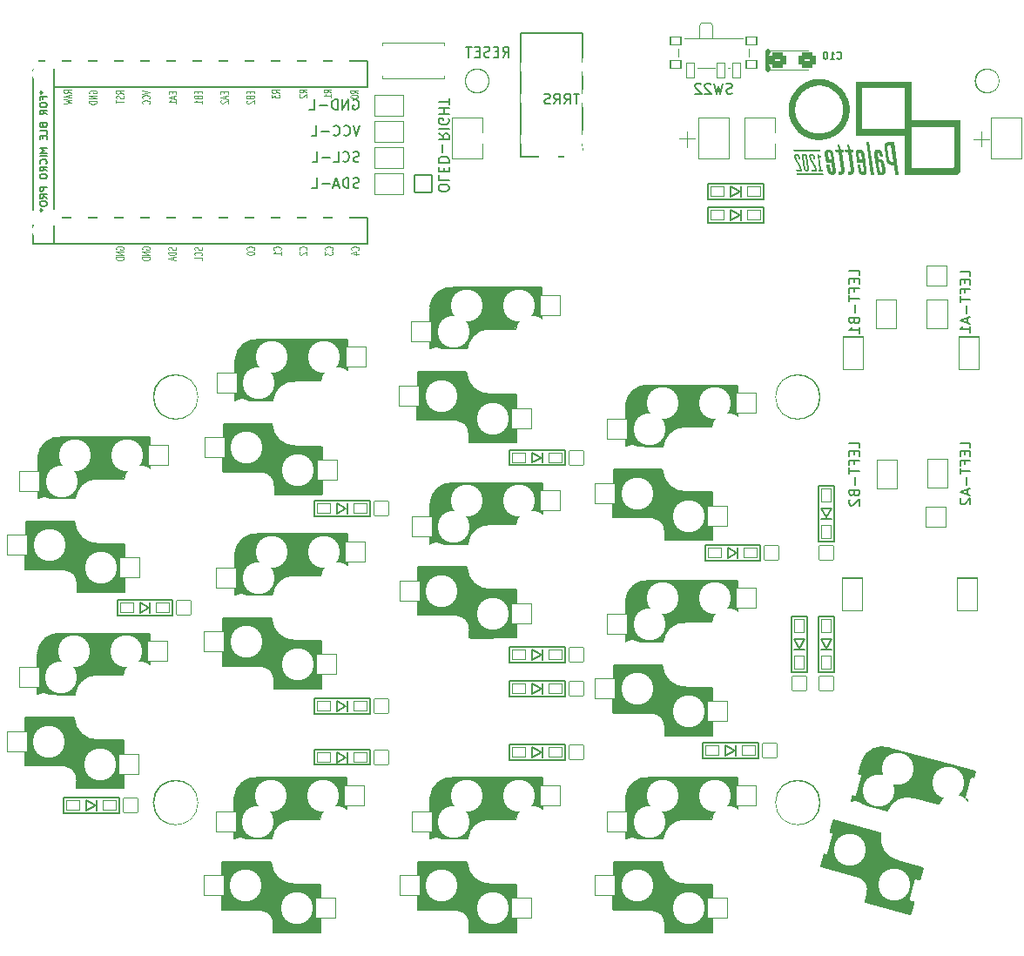
<source format=gbo>
G04 #@! TF.GenerationSoftware,KiCad,Pcbnew,(6.0.9-0)*
G04 #@! TF.CreationDate,2022-12-01T20:25:03+09:00*
G04 #@! TF.ProjectId,palette1202-PM,70616c65-7474-4653-9132-30322d504d2e,rev?*
G04 #@! TF.SameCoordinates,Original*
G04 #@! TF.FileFunction,Legend,Bot*
G04 #@! TF.FilePolarity,Positive*
%FSLAX46Y46*%
G04 Gerber Fmt 4.6, Leading zero omitted, Abs format (unit mm)*
G04 Created by KiCad (PCBNEW (6.0.9-0)) date 2022-12-01 20:25:03*
%MOMM*%
%LPD*%
G01*
G04 APERTURE LIST*
G04 Aperture macros list*
%AMRoundRect*
0 Rectangle with rounded corners*
0 $1 Rounding radius*
0 $2 $3 $4 $5 $6 $7 $8 $9 X,Y pos of 4 corners*
0 Add a 4 corners polygon primitive as box body*
4,1,4,$2,$3,$4,$5,$6,$7,$8,$9,$2,$3,0*
0 Add four circle primitives for the rounded corners*
1,1,$1+$1,$2,$3*
1,1,$1+$1,$4,$5*
1,1,$1+$1,$6,$7*
1,1,$1+$1,$8,$9*
0 Add four rect primitives between the rounded corners*
20,1,$1+$1,$2,$3,$4,$5,0*
20,1,$1+$1,$4,$5,$6,$7,0*
20,1,$1+$1,$6,$7,$8,$9,0*
20,1,$1+$1,$8,$9,$2,$3,0*%
%AMFreePoly0*
4,1,16,0.536062,0.786062,0.551000,0.750000,0.551000,-0.750000,0.536062,-0.786062,0.500000,-0.801000,-0.650000,-0.801000,-0.686062,-0.786062,-0.701000,-0.750000,-0.692435,-0.721710,-0.211295,0.000000,-0.692435,0.721710,-0.700010,0.760002,-0.678290,0.792435,-0.650000,0.801000,0.500000,0.801000,0.536062,0.786062,0.536062,0.786062,$1*%
%AMFreePoly1*
4,1,16,0.536062,0.786062,0.542435,0.778290,1.042435,0.028290,1.050010,-0.010002,1.042435,-0.028290,0.542435,-0.778290,0.510002,-0.800010,0.500000,-0.801000,-0.500000,-0.801000,-0.536062,-0.786062,-0.551000,-0.750000,-0.551000,0.750000,-0.536062,0.786062,-0.500000,0.801000,0.500000,0.801000,0.536062,0.786062,0.536062,0.786062,$1*%
G04 Aperture macros list end*
%ADD10C,0.200000*%
%ADD11C,0.000000*%
%ADD12C,0.500000*%
%ADD13C,0.120000*%
%ADD14C,0.150000*%
%ADD15C,0.125000*%
%ADD16C,0.100000*%
%ADD17C,0.400000*%
%ADD18R,1.397000X1.397000*%
%ADD19C,1.397000*%
%ADD20C,1.302000*%
%ADD21O,1.802000X2.602000*%
%ADD22RoundRect,0.051000X-1.000000X1.000000X-1.000000X-1.000000X1.000000X-1.000000X1.000000X1.000000X0*%
%ADD23C,2.102000*%
%ADD24RoundRect,0.051000X-1.000000X1.600000X-1.000000X-1.600000X1.000000X-1.600000X1.000000X1.600000X0*%
%ADD25C,3.102000*%
%ADD26C,1.802000*%
%ADD27C,2.002000*%
%ADD28C,4.102000*%
%ADD29RoundRect,0.051000X1.000000X1.000000X-1.000000X1.000000X-1.000000X-1.000000X1.000000X-1.000000X0*%
%ADD30RoundRect,0.051000X0.950000X1.000000X-0.950000X1.000000X-0.950000X-1.000000X0.950000X-1.000000X0*%
%ADD31RoundRect,0.051000X1.224745X0.707107X-0.707107X1.224745X-1.224745X-0.707107X0.707107X-1.224745X0*%
%ADD32RoundRect,0.051000X1.176449X0.720048X-0.658810X1.211804X-1.176449X-0.720048X0.658810X-1.211804X0*%
%ADD33C,1.702200*%
%ADD34C,1.002000*%
%ADD35C,2.202000*%
%ADD36C,1.626000*%
%ADD37C,4.202000*%
%ADD38RoundRect,0.051000X0.850000X0.850000X-0.850000X0.850000X-0.850000X-0.850000X0.850000X-0.850000X0*%
%ADD39O,1.802000X1.802000*%
%ADD40C,1.902000*%
%ADD41RoundRect,0.051000X1.500000X2.000000X-1.500000X2.000000X-1.500000X-2.000000X1.500000X-2.000000X0*%
%ADD42RoundRect,0.051000X0.698500X-0.698500X0.698500X0.698500X-0.698500X0.698500X-0.698500X-0.698500X0*%
%ADD43RoundRect,0.051000X0.475000X-0.650000X0.475000X0.650000X-0.475000X0.650000X-0.475000X-0.650000X0*%
%ADD44C,1.499000*%
%ADD45RoundRect,0.051000X0.698500X0.698500X-0.698500X0.698500X-0.698500X-0.698500X0.698500X-0.698500X0*%
%ADD46RoundRect,0.051000X0.650000X0.475000X-0.650000X0.475000X-0.650000X-0.475000X0.650000X-0.475000X0*%
%ADD47RoundRect,0.300999X-0.537501X-0.425001X0.537501X-0.425001X0.537501X0.425001X-0.537501X0.425001X0*%
%ADD48FreePoly0,90.000000*%
%ADD49FreePoly1,90.000000*%
%ADD50FreePoly0,270.000000*%
%ADD51FreePoly1,270.000000*%
%ADD52RoundRect,0.051000X-0.500000X-0.400000X0.500000X-0.400000X0.500000X0.400000X-0.500000X0.400000X0*%
%ADD53RoundRect,0.051000X-0.350000X-0.750000X0.350000X-0.750000X0.350000X0.750000X-0.350000X0.750000X0*%
%ADD54FreePoly1,0.000000*%
%ADD55FreePoly0,0.000000*%
G04 APERTURE END LIST*
D10*
X89019000Y-55964600D02*
X91064000Y-55964600D01*
X91064000Y-40740200D02*
X91064000Y-53413600D01*
X89019000Y-38200200D02*
X91064000Y-38193600D01*
X89019000Y-55964600D02*
X89019000Y-38200200D01*
D11*
G36*
X173169916Y-49270366D02*
G01*
X172852415Y-49270366D01*
X172720124Y-48315221D01*
X172537561Y-48315221D01*
X172510028Y-48314663D01*
X172482991Y-48312993D01*
X172456450Y-48310215D01*
X172430405Y-48306332D01*
X172404856Y-48301349D01*
X172379803Y-48295268D01*
X172355247Y-48288095D01*
X172331186Y-48279833D01*
X172307622Y-48270485D01*
X172284554Y-48260056D01*
X172261981Y-48248550D01*
X172239905Y-48235970D01*
X172218325Y-48222320D01*
X172197241Y-48207604D01*
X172176653Y-48191827D01*
X172156562Y-48174991D01*
X172137213Y-48156759D01*
X172118853Y-48137779D01*
X172101478Y-48118047D01*
X172085083Y-48097559D01*
X172069665Y-48076312D01*
X172055219Y-48054301D01*
X172041743Y-48031523D01*
X172029231Y-48007973D01*
X172017681Y-47983648D01*
X172007088Y-47958545D01*
X171997448Y-47932658D01*
X171988758Y-47905984D01*
X171981014Y-47878520D01*
X171974211Y-47850262D01*
X171968347Y-47821205D01*
X171963416Y-47791345D01*
X171893413Y-47296320D01*
X171891979Y-47296575D01*
X171794083Y-46606013D01*
X171790209Y-46576154D01*
X171788822Y-46561163D01*
X172111387Y-46561163D01*
X172111512Y-46572454D01*
X172112029Y-46584134D01*
X172112935Y-46596202D01*
X172114229Y-46608659D01*
X172198551Y-47201398D01*
X172198895Y-47201325D01*
X172283561Y-47793992D01*
X172287624Y-47818953D01*
X172292869Y-47842247D01*
X172299299Y-47863883D01*
X172302960Y-47874081D01*
X172306920Y-47883868D01*
X172311177Y-47893243D01*
X172315734Y-47902209D01*
X172320590Y-47910766D01*
X172325745Y-47918915D01*
X172331202Y-47926657D01*
X172336959Y-47933993D01*
X172343017Y-47940924D01*
X172349377Y-47947450D01*
X172356040Y-47953574D01*
X172363005Y-47959296D01*
X172370274Y-47964617D01*
X172377846Y-47969537D01*
X172385722Y-47974058D01*
X172393904Y-47978181D01*
X172402390Y-47981907D01*
X172411182Y-47985236D01*
X172420281Y-47988170D01*
X172429686Y-47990710D01*
X172439398Y-47992857D01*
X172449418Y-47994610D01*
X172459746Y-47995973D01*
X172470382Y-47996945D01*
X172492583Y-47997721D01*
X172675145Y-47997721D01*
X172452895Y-46404930D01*
X172270333Y-46404930D01*
X172259132Y-46405131D01*
X172248349Y-46405735D01*
X172237982Y-46406741D01*
X172228031Y-46408149D01*
X172218494Y-46409958D01*
X172209372Y-46412168D01*
X172200662Y-46414777D01*
X172192364Y-46417787D01*
X172184476Y-46421196D01*
X172176999Y-46425003D01*
X172169930Y-46429208D01*
X172163270Y-46433812D01*
X172157016Y-46438812D01*
X172151168Y-46444210D01*
X172145726Y-46450003D01*
X172140687Y-46456193D01*
X172136052Y-46462777D01*
X172131818Y-46469757D01*
X172127986Y-46477131D01*
X172124554Y-46484899D01*
X172121521Y-46493060D01*
X172118886Y-46501614D01*
X172116649Y-46510561D01*
X172114807Y-46519899D01*
X172113362Y-46529629D01*
X172112310Y-46539750D01*
X172111652Y-46550261D01*
X172111387Y-46561163D01*
X171788822Y-46561163D01*
X171787520Y-46547097D01*
X171786025Y-46518838D01*
X171785732Y-46491374D01*
X171786648Y-46464700D01*
X171788781Y-46438814D01*
X171792139Y-46413710D01*
X171796729Y-46389385D01*
X171802559Y-46365836D01*
X171809638Y-46343057D01*
X171817972Y-46321046D01*
X171827569Y-46299799D01*
X171838438Y-46279311D01*
X171850586Y-46259579D01*
X171864021Y-46240599D01*
X171878750Y-46222367D01*
X171894065Y-46205095D01*
X171910241Y-46188994D01*
X171927270Y-46174056D01*
X171945143Y-46160273D01*
X171963854Y-46147636D01*
X171983394Y-46136140D01*
X172003756Y-46125775D01*
X172024932Y-46116534D01*
X172046914Y-46108409D01*
X172069694Y-46101392D01*
X172093265Y-46095477D01*
X172117619Y-46090654D01*
X172142748Y-46086917D01*
X172168644Y-46084257D01*
X172195300Y-46082666D01*
X172222708Y-46082138D01*
X172722770Y-46082138D01*
X173169916Y-49270366D01*
G37*
G36*
X164006250Y-47217479D02*
G01*
X164020677Y-47218316D01*
X164034809Y-47219712D01*
X164048655Y-47221665D01*
X164062221Y-47224176D01*
X164075516Y-47227246D01*
X164088548Y-47230874D01*
X164101323Y-47235060D01*
X164113851Y-47239804D01*
X164126138Y-47245106D01*
X164138192Y-47250966D01*
X164150022Y-47257384D01*
X164161635Y-47264360D01*
X164173038Y-47271895D01*
X164184240Y-47279987D01*
X164195248Y-47288638D01*
X164205418Y-47297784D01*
X164215092Y-47307360D01*
X164224270Y-47317363D01*
X164232952Y-47327788D01*
X164241137Y-47338632D01*
X164248827Y-47349890D01*
X164256020Y-47361560D01*
X164262717Y-47373636D01*
X164268918Y-47386115D01*
X164274623Y-47398993D01*
X164279832Y-47412267D01*
X164284545Y-47425932D01*
X164288762Y-47439985D01*
X164292483Y-47454422D01*
X164295707Y-47469238D01*
X164298436Y-47484430D01*
X164473061Y-48648597D01*
X164475231Y-48663790D01*
X164476777Y-48678606D01*
X164477696Y-48693042D01*
X164477982Y-48707095D01*
X164477632Y-48720760D01*
X164476643Y-48734034D01*
X164475011Y-48746913D01*
X164472731Y-48759392D01*
X164469801Y-48771468D01*
X164466215Y-48783137D01*
X164461970Y-48794396D01*
X164457062Y-48805239D01*
X164451488Y-48815664D01*
X164445244Y-48825667D01*
X164438325Y-48835243D01*
X164430728Y-48844390D01*
X164422573Y-48853041D01*
X164413984Y-48861138D01*
X164404962Y-48868684D01*
X164395505Y-48875685D01*
X164385614Y-48882142D01*
X164375289Y-48888061D01*
X164364530Y-48893445D01*
X164353337Y-48898298D01*
X164341710Y-48902624D01*
X164329648Y-48906427D01*
X164317153Y-48909710D01*
X164304223Y-48912478D01*
X164290860Y-48914734D01*
X164277062Y-48916483D01*
X164262830Y-48917727D01*
X164248164Y-48918472D01*
X164233406Y-48918193D01*
X164218900Y-48917356D01*
X164204650Y-48915961D01*
X164190659Y-48914007D01*
X164176932Y-48911496D01*
X164163472Y-48908426D01*
X164150284Y-48904798D01*
X164137371Y-48900613D01*
X164124737Y-48895869D01*
X164112385Y-48890567D01*
X164100321Y-48884707D01*
X164088547Y-48878288D01*
X164077068Y-48871312D01*
X164065887Y-48863778D01*
X164055009Y-48855685D01*
X164044436Y-48847034D01*
X164034237Y-48837888D01*
X164024479Y-48828312D01*
X164015170Y-48818309D01*
X164006320Y-48807884D01*
X163997934Y-48797041D01*
X163990021Y-48785782D01*
X163982589Y-48774113D01*
X163975645Y-48762037D01*
X163969197Y-48749558D01*
X163963253Y-48736680D01*
X163957820Y-48723406D01*
X163952907Y-48709741D01*
X163948521Y-48695688D01*
X163944670Y-48681251D01*
X163941361Y-48666435D01*
X163938603Y-48651243D01*
X163871801Y-48196004D01*
X163869813Y-48196159D01*
X163763978Y-47487076D01*
X163761838Y-47471883D01*
X163761212Y-47465538D01*
X163933839Y-47465538D01*
X163934023Y-47471282D01*
X163934437Y-47477228D01*
X163935082Y-47483375D01*
X163935958Y-47489723D01*
X164035995Y-48161772D01*
X164036500Y-48161764D01*
X164110583Y-48645952D01*
X164112907Y-48658447D01*
X164114322Y-48664393D01*
X164115905Y-48670136D01*
X164117655Y-48675679D01*
X164119570Y-48681019D01*
X164121650Y-48686159D01*
X164123894Y-48691096D01*
X164126301Y-48695833D01*
X164128869Y-48700367D01*
X164131599Y-48704700D01*
X164134488Y-48708832D01*
X164137536Y-48712762D01*
X164140742Y-48716490D01*
X164144105Y-48720017D01*
X164147624Y-48723342D01*
X164151298Y-48726466D01*
X164155126Y-48729389D01*
X164159107Y-48732109D01*
X164163240Y-48734629D01*
X164167525Y-48736946D01*
X164171959Y-48739063D01*
X164176543Y-48740977D01*
X164181275Y-48742690D01*
X164186155Y-48744202D01*
X164191180Y-48745512D01*
X164196351Y-48746620D01*
X164201667Y-48747527D01*
X164207126Y-48748233D01*
X164212727Y-48748736D01*
X164224353Y-48749140D01*
X164230183Y-48749046D01*
X164235774Y-48748762D01*
X164241131Y-48748285D01*
X164246264Y-48747610D01*
X164251180Y-48746733D01*
X164255886Y-48745651D01*
X164260391Y-48744360D01*
X164264702Y-48742856D01*
X164268827Y-48741134D01*
X164272774Y-48739192D01*
X164276550Y-48737025D01*
X164280163Y-48734629D01*
X164283622Y-48732000D01*
X164286933Y-48729135D01*
X164290105Y-48726030D01*
X164293145Y-48722681D01*
X164295531Y-48719580D01*
X164297724Y-48716232D01*
X164299715Y-48712635D01*
X164301497Y-48708790D01*
X164303061Y-48704698D01*
X164304401Y-48700357D01*
X164305508Y-48695768D01*
X164306375Y-48690931D01*
X164306994Y-48685846D01*
X164307356Y-48680513D01*
X164307456Y-48674932D01*
X164307284Y-48669103D01*
X164306833Y-48663026D01*
X164306095Y-48656701D01*
X164305063Y-48650128D01*
X164303729Y-48643306D01*
X164129103Y-47489723D01*
X164126809Y-47477228D01*
X164123894Y-47465538D01*
X164122204Y-47459996D01*
X164120359Y-47454655D01*
X164118359Y-47449516D01*
X164116205Y-47444579D01*
X164113895Y-47439842D01*
X164111430Y-47435308D01*
X164108809Y-47430975D01*
X164106034Y-47426843D01*
X164103104Y-47422913D01*
X164100019Y-47419185D01*
X164096779Y-47415658D01*
X164093384Y-47412332D01*
X164089834Y-47409209D01*
X164086128Y-47406286D01*
X164082268Y-47403565D01*
X164078253Y-47401046D01*
X164074082Y-47398729D01*
X164069757Y-47396612D01*
X164065277Y-47394698D01*
X164060641Y-47392985D01*
X164055851Y-47391473D01*
X164050906Y-47390163D01*
X164045805Y-47389055D01*
X164040550Y-47388148D01*
X164035139Y-47387442D01*
X164029574Y-47386938D01*
X164023853Y-47386636D01*
X164017977Y-47386535D01*
X164012125Y-47386636D01*
X164006476Y-47386938D01*
X164001030Y-47387442D01*
X163995788Y-47388148D01*
X163990751Y-47389055D01*
X163985922Y-47390163D01*
X163981299Y-47391473D01*
X163976885Y-47392985D01*
X163972680Y-47394698D01*
X163968685Y-47396612D01*
X163964901Y-47398729D01*
X163961330Y-47401046D01*
X163957972Y-47403565D01*
X163954828Y-47406286D01*
X163951899Y-47409209D01*
X163949186Y-47412332D01*
X163946691Y-47415658D01*
X163944413Y-47419185D01*
X163942354Y-47422913D01*
X163940515Y-47426843D01*
X163938897Y-47430975D01*
X163937501Y-47435308D01*
X163936328Y-47439842D01*
X163935379Y-47444579D01*
X163934654Y-47449516D01*
X163934155Y-47454655D01*
X163933883Y-47459996D01*
X163933839Y-47465538D01*
X163761212Y-47465538D01*
X163760376Y-47457067D01*
X163759589Y-47442631D01*
X163759472Y-47428578D01*
X163760022Y-47414913D01*
X163761234Y-47401639D01*
X163763105Y-47388760D01*
X163765632Y-47376281D01*
X163768809Y-47364205D01*
X163772634Y-47352536D01*
X163777102Y-47341277D01*
X163782210Y-47330434D01*
X163787953Y-47320009D01*
X163794328Y-47310006D01*
X163801330Y-47300430D01*
X163808957Y-47291283D01*
X163817112Y-47282632D01*
X163825701Y-47274535D01*
X163834724Y-47266988D01*
X163844180Y-47259988D01*
X163854071Y-47253531D01*
X163864396Y-47247612D01*
X163875155Y-47242228D01*
X163886348Y-47237375D01*
X163897976Y-47233049D01*
X163910037Y-47229246D01*
X163922532Y-47225962D01*
X163935462Y-47223194D01*
X163948825Y-47220938D01*
X163962623Y-47219189D01*
X163976855Y-47217945D01*
X163991521Y-47217200D01*
X164006250Y-47217479D01*
G37*
G36*
X163278675Y-47220125D02*
G01*
X163293181Y-47220967D01*
X163307431Y-47222374D01*
X163321422Y-47224352D01*
X163335149Y-47226903D01*
X163348608Y-47230031D01*
X163361797Y-47233741D01*
X163374710Y-47238036D01*
X163387344Y-47242920D01*
X163399695Y-47248397D01*
X163411760Y-47254471D01*
X163423533Y-47261146D01*
X163435013Y-47268425D01*
X163446193Y-47276313D01*
X163457072Y-47284813D01*
X163467644Y-47293929D01*
X163477814Y-47303075D01*
X163487488Y-47312656D01*
X163496666Y-47322671D01*
X163505348Y-47333120D01*
X163513533Y-47344003D01*
X163521223Y-47355320D01*
X163528416Y-47367071D01*
X163535113Y-47379257D01*
X163541314Y-47391876D01*
X163547020Y-47404930D01*
X163552228Y-47418417D01*
X163556941Y-47432339D01*
X163561158Y-47446695D01*
X163564879Y-47461484D01*
X163568103Y-47476708D01*
X163570832Y-47492367D01*
X163613166Y-47778117D01*
X163443833Y-47778117D01*
X163401500Y-47495013D01*
X163399205Y-47482052D01*
X163397825Y-47475896D01*
X163396290Y-47469955D01*
X163394600Y-47464229D01*
X163392756Y-47458718D01*
X163390756Y-47453422D01*
X163388601Y-47448339D01*
X163386291Y-47443469D01*
X163383826Y-47438811D01*
X163381206Y-47434366D01*
X163378430Y-47430133D01*
X163375500Y-47426111D01*
X163372415Y-47422299D01*
X163369175Y-47418698D01*
X163365780Y-47415307D01*
X163362230Y-47412125D01*
X163358524Y-47409151D01*
X163354664Y-47406386D01*
X163350649Y-47403829D01*
X163346479Y-47401480D01*
X163342153Y-47399337D01*
X163337673Y-47397400D01*
X163333037Y-47395670D01*
X163328247Y-47394144D01*
X163323302Y-47392824D01*
X163318201Y-47391708D01*
X163312946Y-47390796D01*
X163307535Y-47390088D01*
X163301970Y-47389583D01*
X163296249Y-47389280D01*
X163290374Y-47389179D01*
X163278872Y-47389583D01*
X163273426Y-47390088D01*
X163268184Y-47390796D01*
X163263148Y-47391708D01*
X163258318Y-47392824D01*
X163253695Y-47394144D01*
X163249281Y-47395670D01*
X163245076Y-47397400D01*
X163241081Y-47399337D01*
X163237298Y-47401480D01*
X163233726Y-47403829D01*
X163230368Y-47406386D01*
X163227224Y-47409151D01*
X163224295Y-47412125D01*
X163221582Y-47415307D01*
X163219087Y-47418698D01*
X163216809Y-47422299D01*
X163214750Y-47426111D01*
X163212911Y-47430133D01*
X163211293Y-47434366D01*
X163209897Y-47438811D01*
X163208724Y-47443469D01*
X163207775Y-47448339D01*
X163207050Y-47453422D01*
X163206551Y-47458718D01*
X163206279Y-47464229D01*
X163206235Y-47469955D01*
X163206419Y-47475896D01*
X163206833Y-47482052D01*
X163208354Y-47495013D01*
X163213686Y-47528365D01*
X163219763Y-47560911D01*
X163226584Y-47592588D01*
X163234150Y-47623336D01*
X163242459Y-47653091D01*
X163251513Y-47681792D01*
X163261311Y-47709377D01*
X163271853Y-47735783D01*
X163282132Y-47761337D01*
X163293062Y-47786426D01*
X163304550Y-47811081D01*
X163316503Y-47835333D01*
X163328828Y-47859212D01*
X163341432Y-47882751D01*
X163367104Y-47928929D01*
X163394926Y-47974073D01*
X163422997Y-48018226D01*
X163437203Y-48039930D01*
X163451564Y-48061386D01*
X163466110Y-48082594D01*
X163480874Y-48103554D01*
X163495638Y-48124519D01*
X163510185Y-48145763D01*
X163524546Y-48167317D01*
X163538752Y-48189213D01*
X163552834Y-48211480D01*
X163566823Y-48234150D01*
X163580750Y-48257255D01*
X163594645Y-48280824D01*
X163608293Y-48304885D01*
X163621476Y-48329441D01*
X163634225Y-48354494D01*
X163646570Y-48380043D01*
X163658544Y-48406088D01*
X163670176Y-48432629D01*
X163681499Y-48459666D01*
X163692542Y-48487200D01*
X163703089Y-48515601D01*
X163712923Y-48545242D01*
X163722075Y-48576124D01*
X163730576Y-48608246D01*
X163738457Y-48641609D01*
X163745749Y-48676211D01*
X163752482Y-48712054D01*
X163758689Y-48749137D01*
X163779855Y-48915825D01*
X163248042Y-48918470D01*
X163226874Y-48749137D01*
X163589354Y-48749137D01*
X163584022Y-48715893D01*
X163577945Y-48683611D01*
X163571124Y-48652259D01*
X163563558Y-48621806D01*
X163555249Y-48592222D01*
X163546195Y-48563474D01*
X163536397Y-48535533D01*
X163525855Y-48508366D01*
X163515577Y-48481939D01*
X163504647Y-48456194D01*
X163493160Y-48431068D01*
X163481207Y-48406501D01*
X163468882Y-48382430D01*
X163456278Y-48358793D01*
X163430606Y-48312574D01*
X163402783Y-48267430D01*
X163374712Y-48223277D01*
X163360506Y-48201573D01*
X163346145Y-48180117D01*
X163331598Y-48158909D01*
X163316834Y-48137950D01*
X163302070Y-48116984D01*
X163287523Y-48095740D01*
X163273162Y-48074186D01*
X163258956Y-48052291D01*
X163244875Y-48030023D01*
X163230886Y-48007353D01*
X163216959Y-47984248D01*
X163203063Y-47960679D01*
X163189415Y-47937486D01*
X163176233Y-47913550D01*
X163163484Y-47888869D01*
X163151138Y-47863445D01*
X163139165Y-47837276D01*
X163127532Y-47810363D01*
X163116210Y-47782706D01*
X163105166Y-47754305D01*
X163094619Y-47725908D01*
X163084785Y-47696303D01*
X163075633Y-47665519D01*
X163067133Y-47633588D01*
X163059252Y-47600541D01*
X163051961Y-47566409D01*
X163045228Y-47531223D01*
X163039021Y-47495013D01*
X163036851Y-47479354D01*
X163035306Y-47464126D01*
X163034388Y-47449324D01*
X163034102Y-47434944D01*
X163034451Y-47420983D01*
X163035440Y-47407436D01*
X163037072Y-47394301D01*
X163039352Y-47381572D01*
X163042282Y-47369247D01*
X163045868Y-47357321D01*
X163050112Y-47345790D01*
X163055020Y-47334650D01*
X163060593Y-47323898D01*
X163066838Y-47313530D01*
X163073756Y-47303541D01*
X163081353Y-47293929D01*
X163089508Y-47284813D01*
X163098097Y-47276313D01*
X163107120Y-47268425D01*
X163116577Y-47261146D01*
X163126467Y-47254471D01*
X163136792Y-47248397D01*
X163147551Y-47242920D01*
X163158745Y-47238036D01*
X163170372Y-47233741D01*
X163182433Y-47230031D01*
X163194928Y-47226903D01*
X163207858Y-47224352D01*
X163221221Y-47222374D01*
X163235019Y-47220967D01*
X163249251Y-47220125D01*
X163263917Y-47219845D01*
X163278675Y-47220125D01*
G37*
G36*
X165870063Y-49286242D02*
G01*
X163300957Y-49286242D01*
X163279792Y-49119554D01*
X165846249Y-49119554D01*
X165870063Y-49286242D01*
G37*
G36*
X166385752Y-46807530D02*
G01*
X166408820Y-46808833D01*
X166431393Y-46811003D01*
X166453469Y-46814042D01*
X166475049Y-46817948D01*
X166496133Y-46822723D01*
X166516721Y-46828366D01*
X166536813Y-46834877D01*
X166556409Y-46842257D01*
X166575508Y-46850504D01*
X166594112Y-46859620D01*
X166612219Y-46869604D01*
X166629831Y-46880456D01*
X166646946Y-46892176D01*
X166663565Y-46904765D01*
X166679688Y-46918221D01*
X166695192Y-46932485D01*
X166709955Y-46947501D01*
X166723982Y-46963276D01*
X166737276Y-46979819D01*
X166749842Y-46997137D01*
X166761683Y-47015238D01*
X166772803Y-47034130D01*
X166783206Y-47053820D01*
X166792896Y-47074316D01*
X166801877Y-47095626D01*
X166810152Y-47117758D01*
X166817726Y-47140719D01*
X166824602Y-47164518D01*
X166830785Y-47189161D01*
X166836278Y-47214657D01*
X166841084Y-47241013D01*
X167076563Y-48844389D01*
X167080036Y-48870309D01*
X167082521Y-48895481D01*
X167084022Y-48919901D01*
X167084542Y-48943566D01*
X167084085Y-48966470D01*
X167082656Y-48988612D01*
X167080257Y-49009986D01*
X167076894Y-49030589D01*
X167072569Y-49050416D01*
X167067287Y-49069465D01*
X167061052Y-49087730D01*
X167053867Y-49105209D01*
X167045736Y-49121898D01*
X167036663Y-49137791D01*
X167026653Y-49152887D01*
X167015709Y-49167180D01*
X167003459Y-49180636D01*
X166990516Y-49193225D01*
X166976868Y-49204945D01*
X166962502Y-49215797D01*
X166947408Y-49225781D01*
X166931574Y-49234897D01*
X166914988Y-49243144D01*
X166897638Y-49250524D01*
X166879513Y-49257035D01*
X166860602Y-49262678D01*
X166840892Y-49267453D01*
X166820372Y-49271359D01*
X166799030Y-49274398D01*
X166776855Y-49276568D01*
X166753835Y-49277871D01*
X166729958Y-49278305D01*
X166706394Y-49277840D01*
X166683326Y-49276450D01*
X166660754Y-49274136D01*
X166638677Y-49270905D01*
X166617097Y-49266758D01*
X166596013Y-49261701D01*
X166575425Y-49255737D01*
X166555334Y-49248870D01*
X166535738Y-49241103D01*
X166516638Y-49232442D01*
X166498035Y-49222889D01*
X166479927Y-49212448D01*
X166462316Y-49201124D01*
X166445201Y-49188920D01*
X166428582Y-49175841D01*
X166412459Y-49161889D01*
X166396986Y-49147069D01*
X166382311Y-49131384D01*
X166368427Y-49114839D01*
X166355325Y-49097438D01*
X166342999Y-49079184D01*
X166331441Y-49060081D01*
X166320642Y-49040133D01*
X166310594Y-49019344D01*
X166301291Y-48997718D01*
X166292725Y-48975259D01*
X166284887Y-48951970D01*
X166277769Y-48927856D01*
X166271365Y-48902920D01*
X166265667Y-48877167D01*
X166260665Y-48850599D01*
X166256354Y-48823222D01*
X166179625Y-48299348D01*
X166475959Y-48299348D01*
X166552687Y-48823222D01*
X166555510Y-48842446D01*
X166559023Y-48860429D01*
X166563233Y-48877172D01*
X166568149Y-48892675D01*
X166573778Y-48906938D01*
X166580127Y-48919960D01*
X166587206Y-48931742D01*
X166591020Y-48937168D01*
X166595020Y-48942284D01*
X166599206Y-48947090D01*
X166603579Y-48951586D01*
X166608140Y-48955772D01*
X166612890Y-48959648D01*
X166617830Y-48963213D01*
X166622960Y-48966469D01*
X166628283Y-48969414D01*
X166633798Y-48972050D01*
X166639507Y-48974375D01*
X166645411Y-48976391D01*
X166651511Y-48978096D01*
X166657807Y-48979491D01*
X166664301Y-48980576D01*
X166670994Y-48981351D01*
X166677886Y-48981816D01*
X166684979Y-48981971D01*
X166692041Y-48981816D01*
X166698839Y-48981351D01*
X166705373Y-48980576D01*
X166711644Y-48979491D01*
X166717651Y-48978096D01*
X166723395Y-48976390D01*
X166728876Y-48974375D01*
X166734092Y-48972050D01*
X166739045Y-48969414D01*
X166743735Y-48966469D01*
X166748161Y-48963213D01*
X166752324Y-48959647D01*
X166756223Y-48955772D01*
X166759858Y-48951586D01*
X166763230Y-48947090D01*
X166766338Y-48942284D01*
X166769183Y-48937168D01*
X166771764Y-48931742D01*
X166774082Y-48926006D01*
X166776136Y-48919960D01*
X166777927Y-48913604D01*
X166779454Y-48906937D01*
X166780717Y-48899961D01*
X166781717Y-48892675D01*
X166782454Y-48885078D01*
X166782927Y-48877172D01*
X166783136Y-48868955D01*
X166783082Y-48860429D01*
X166782764Y-48851592D01*
X166782183Y-48842445D01*
X166781338Y-48832989D01*
X166780229Y-48823222D01*
X166671750Y-48071806D01*
X166147876Y-48071806D01*
X166091238Y-47690791D01*
X166089667Y-47690805D01*
X166018229Y-47219846D01*
X166014687Y-47197595D01*
X166309210Y-47197595D01*
X166309560Y-47205129D01*
X166310266Y-47212974D01*
X166311333Y-47221128D01*
X166312763Y-47229593D01*
X166314563Y-47238368D01*
X166383073Y-47669742D01*
X166385998Y-47669638D01*
X166401875Y-47772826D01*
X166629416Y-47772826D01*
X166542104Y-47238368D01*
X166538320Y-47222028D01*
X166533913Y-47206742D01*
X166528878Y-47192510D01*
X166523211Y-47179333D01*
X166516908Y-47167209D01*
X166513517Y-47161543D01*
X166509966Y-47156140D01*
X166506254Y-47151001D01*
X166502380Y-47146125D01*
X166498345Y-47141513D01*
X166494148Y-47137165D01*
X166489787Y-47133080D01*
X166485264Y-47129258D01*
X166480576Y-47125700D01*
X166475725Y-47122406D01*
X166470709Y-47119375D01*
X166465527Y-47116608D01*
X166460180Y-47114104D01*
X166454667Y-47111864D01*
X166448987Y-47109887D01*
X166443140Y-47108174D01*
X166437125Y-47106725D01*
X166430942Y-47105539D01*
X166424591Y-47104616D01*
X166418071Y-47103958D01*
X166411381Y-47103562D01*
X166404521Y-47103430D01*
X166398194Y-47103554D01*
X166392108Y-47103927D01*
X166386254Y-47104547D01*
X166380625Y-47105415D01*
X166375213Y-47106531D01*
X166370011Y-47107895D01*
X166365010Y-47109508D01*
X166360202Y-47111368D01*
X166355581Y-47113477D01*
X166351138Y-47115833D01*
X166346866Y-47118437D01*
X166342756Y-47121290D01*
X166338802Y-47124390D01*
X166334994Y-47127739D01*
X166331326Y-47131336D01*
X166327790Y-47135180D01*
X166324473Y-47139304D01*
X166321470Y-47143738D01*
X166318785Y-47148482D01*
X166316422Y-47153536D01*
X166314384Y-47158900D01*
X166312675Y-47164574D01*
X166311300Y-47170558D01*
X166310262Y-47176852D01*
X166309565Y-47183456D01*
X166309213Y-47190370D01*
X166309210Y-47197595D01*
X166014687Y-47197595D01*
X166014261Y-47194919D01*
X166011289Y-47170739D01*
X166009317Y-47147311D01*
X166008348Y-47124638D01*
X166008388Y-47102726D01*
X166009438Y-47081576D01*
X166011505Y-47061195D01*
X166014591Y-47041584D01*
X166018699Y-47022749D01*
X166023835Y-47004692D01*
X166030002Y-46987419D01*
X166037204Y-46970932D01*
X166045445Y-46955236D01*
X166054728Y-46940334D01*
X166065058Y-46926231D01*
X166076438Y-46912930D01*
X166088687Y-46899969D01*
X166101630Y-46887872D01*
X166115278Y-46876636D01*
X166129643Y-46866256D01*
X166144737Y-46856729D01*
X166160572Y-46848050D01*
X166177158Y-46840217D01*
X166194507Y-46833224D01*
X166212632Y-46827069D01*
X166231544Y-46821747D01*
X166251254Y-46817254D01*
X166271774Y-46813587D01*
X166293116Y-46810741D01*
X166315291Y-46808714D01*
X166338311Y-46807500D01*
X166362187Y-46807096D01*
X166385752Y-46807530D01*
G37*
G36*
X170767500Y-49270367D02*
G01*
X170471166Y-49270367D01*
X170021374Y-46037159D01*
X170317708Y-46037159D01*
X170767500Y-49270367D01*
G37*
G36*
X169391419Y-46807530D02*
G01*
X169414488Y-46808833D01*
X169437060Y-46811003D01*
X169459136Y-46814042D01*
X169480716Y-46817948D01*
X169501800Y-46822723D01*
X169522388Y-46828366D01*
X169542480Y-46834877D01*
X169562075Y-46842257D01*
X169581175Y-46850504D01*
X169599778Y-46859620D01*
X169617886Y-46869604D01*
X169635497Y-46880456D01*
X169652613Y-46892176D01*
X169669232Y-46904765D01*
X169685355Y-46918221D01*
X169700858Y-46932485D01*
X169715622Y-46947501D01*
X169729649Y-46963276D01*
X169742943Y-46979819D01*
X169755509Y-46997137D01*
X169767350Y-47015238D01*
X169778470Y-47034130D01*
X169788873Y-47053820D01*
X169798563Y-47074316D01*
X169807544Y-47095626D01*
X169815819Y-47117758D01*
X169823393Y-47140719D01*
X169830269Y-47164518D01*
X169836452Y-47189161D01*
X169841944Y-47214657D01*
X169846751Y-47241013D01*
X170082229Y-48844389D01*
X170085703Y-48870309D01*
X170088188Y-48895481D01*
X170089689Y-48919901D01*
X170090209Y-48943566D01*
X170089752Y-48966470D01*
X170088323Y-48988612D01*
X170085924Y-49009986D01*
X170082561Y-49030589D01*
X170078236Y-49050416D01*
X170072954Y-49069465D01*
X170066718Y-49087730D01*
X170059533Y-49105209D01*
X170051403Y-49121898D01*
X170042330Y-49137791D01*
X170032320Y-49152887D01*
X170021375Y-49167180D01*
X170009126Y-49180636D01*
X169996183Y-49193225D01*
X169982535Y-49204945D01*
X169968169Y-49215797D01*
X169953075Y-49225781D01*
X169937241Y-49234897D01*
X169920655Y-49243144D01*
X169903305Y-49250524D01*
X169885180Y-49257035D01*
X169866268Y-49262678D01*
X169846558Y-49267453D01*
X169826038Y-49271359D01*
X169804697Y-49274398D01*
X169782522Y-49276568D01*
X169759502Y-49277871D01*
X169735625Y-49278305D01*
X169712061Y-49277840D01*
X169688992Y-49276450D01*
X169666420Y-49274136D01*
X169644344Y-49270905D01*
X169622764Y-49266758D01*
X169601680Y-49261701D01*
X169581092Y-49255737D01*
X169561000Y-49248870D01*
X169541404Y-49241103D01*
X169522304Y-49232442D01*
X169503701Y-49222889D01*
X169485594Y-49212448D01*
X169467982Y-49201124D01*
X169450867Y-49188920D01*
X169434248Y-49175841D01*
X169418125Y-49161889D01*
X169402652Y-49147069D01*
X169387977Y-49131384D01*
X169374093Y-49114839D01*
X169360992Y-49097438D01*
X169348666Y-49079184D01*
X169337107Y-49060081D01*
X169326308Y-49040133D01*
X169316261Y-49019344D01*
X169306958Y-48997718D01*
X169298391Y-48975259D01*
X169290553Y-48951970D01*
X169283436Y-48927856D01*
X169277032Y-48902920D01*
X169271333Y-48877167D01*
X169266332Y-48850599D01*
X169262021Y-48823222D01*
X169185291Y-48299348D01*
X169481624Y-48299348D01*
X169558354Y-48823222D01*
X169561177Y-48842446D01*
X169564689Y-48860429D01*
X169568900Y-48877172D01*
X169573815Y-48892675D01*
X169579444Y-48906938D01*
X169585794Y-48919960D01*
X169592872Y-48931742D01*
X169596687Y-48937168D01*
X169600687Y-48942284D01*
X169604873Y-48947090D01*
X169609246Y-48951586D01*
X169613807Y-48955772D01*
X169618557Y-48959648D01*
X169623496Y-48963213D01*
X169628627Y-48966469D01*
X169633949Y-48969414D01*
X169639465Y-48972050D01*
X169645174Y-48974375D01*
X169651078Y-48976391D01*
X169657177Y-48978096D01*
X169663474Y-48979491D01*
X169669968Y-48980576D01*
X169676660Y-48981351D01*
X169683552Y-48981816D01*
X169690645Y-48981971D01*
X169697707Y-48981816D01*
X169704505Y-48981351D01*
X169711039Y-48980576D01*
X169717310Y-48979491D01*
X169723318Y-48978096D01*
X169729061Y-48976390D01*
X169734542Y-48974375D01*
X169739759Y-48972050D01*
X169744712Y-48969414D01*
X169749401Y-48966469D01*
X169753828Y-48963213D01*
X169757990Y-48959647D01*
X169761889Y-48955772D01*
X169765525Y-48951586D01*
X169768896Y-48947090D01*
X169772005Y-48942284D01*
X169774850Y-48937168D01*
X169777431Y-48931742D01*
X169779748Y-48926006D01*
X169781803Y-48919960D01*
X169783593Y-48913604D01*
X169785120Y-48906937D01*
X169786384Y-48899961D01*
X169787384Y-48892675D01*
X169788120Y-48885078D01*
X169788593Y-48877172D01*
X169788802Y-48868955D01*
X169788748Y-48860429D01*
X169788430Y-48851592D01*
X169787849Y-48842445D01*
X169787004Y-48832989D01*
X169785895Y-48823222D01*
X169677417Y-48071806D01*
X169150895Y-48071806D01*
X169092686Y-47680222D01*
X169093722Y-47680185D01*
X169023895Y-47219846D01*
X169020353Y-47197595D01*
X169312230Y-47197595D01*
X169312579Y-47205129D01*
X169313285Y-47212974D01*
X169314352Y-47221128D01*
X169315783Y-47229593D01*
X169317582Y-47238368D01*
X169386095Y-47669742D01*
X169389020Y-47669638D01*
X169404895Y-47772826D01*
X169632437Y-47772826D01*
X169545124Y-47238368D01*
X169541341Y-47222028D01*
X169536933Y-47206742D01*
X169531898Y-47192510D01*
X169526231Y-47179333D01*
X169519928Y-47167209D01*
X169516538Y-47161543D01*
X169512986Y-47156140D01*
X169509274Y-47151001D01*
X169505401Y-47146125D01*
X169501366Y-47141513D01*
X169497168Y-47137165D01*
X169492808Y-47133080D01*
X169488284Y-47129258D01*
X169483597Y-47125700D01*
X169478745Y-47122406D01*
X169473729Y-47119375D01*
X169468548Y-47116608D01*
X169463200Y-47114104D01*
X169457687Y-47111864D01*
X169452007Y-47109887D01*
X169446160Y-47108174D01*
X169440145Y-47106725D01*
X169433962Y-47105539D01*
X169427611Y-47104616D01*
X169421090Y-47103958D01*
X169414400Y-47103562D01*
X169407540Y-47103430D01*
X169401214Y-47103554D01*
X169395127Y-47103927D01*
X169389274Y-47104547D01*
X169383645Y-47105415D01*
X169378233Y-47106531D01*
X169373030Y-47107895D01*
X169368029Y-47109508D01*
X169363222Y-47111368D01*
X169358601Y-47113477D01*
X169354158Y-47115833D01*
X169349886Y-47118437D01*
X169345776Y-47121290D01*
X169341822Y-47124390D01*
X169338015Y-47127739D01*
X169334347Y-47131336D01*
X169330811Y-47135180D01*
X169327494Y-47139304D01*
X169324491Y-47143738D01*
X169321806Y-47148482D01*
X169319442Y-47153536D01*
X169317404Y-47158900D01*
X169315695Y-47164574D01*
X169314320Y-47170558D01*
X169313282Y-47176852D01*
X169312585Y-47183456D01*
X169312233Y-47190370D01*
X169312230Y-47197595D01*
X169020353Y-47197595D01*
X169019927Y-47194919D01*
X169016955Y-47170739D01*
X169014983Y-47147311D01*
X169014015Y-47124638D01*
X169014054Y-47102726D01*
X169015105Y-47081576D01*
X169017171Y-47061195D01*
X169020257Y-47041584D01*
X169024366Y-47022749D01*
X169029502Y-47004692D01*
X169035669Y-46987419D01*
X169042871Y-46970932D01*
X169051112Y-46955236D01*
X169060395Y-46940334D01*
X169070724Y-46926231D01*
X169082104Y-46912930D01*
X169094354Y-46899969D01*
X169107297Y-46887872D01*
X169120945Y-46876636D01*
X169135311Y-46866256D01*
X169150405Y-46856729D01*
X169166239Y-46848050D01*
X169182825Y-46840217D01*
X169200175Y-46833224D01*
X169218300Y-46827069D01*
X169237211Y-46821747D01*
X169256921Y-46817254D01*
X169277442Y-46813587D01*
X169298783Y-46810741D01*
X169320958Y-46808714D01*
X169343978Y-46807500D01*
X169367855Y-46807096D01*
X169391419Y-46807530D01*
G37*
G36*
X168560875Y-46812388D02*
G01*
X168743437Y-46812388D01*
X168783125Y-47108721D01*
X168595271Y-47108721D01*
X168833396Y-48815283D01*
X168837334Y-48842661D01*
X168840217Y-48869229D01*
X168842047Y-48894982D01*
X168842822Y-48919918D01*
X168842543Y-48944032D01*
X168841209Y-48967321D01*
X168838822Y-48989780D01*
X168835380Y-49011406D01*
X168830884Y-49032195D01*
X168825334Y-49052142D01*
X168818730Y-49071245D01*
X168811071Y-49089499D01*
X168802359Y-49106901D01*
X168792592Y-49123446D01*
X168781771Y-49139130D01*
X168769895Y-49153950D01*
X168757089Y-49167902D01*
X168743473Y-49180982D01*
X168729043Y-49193186D01*
X168713795Y-49204510D01*
X168697726Y-49214950D01*
X168680831Y-49224503D01*
X168663106Y-49233165D01*
X168644549Y-49240931D01*
X168625154Y-49247799D01*
X168604918Y-49253763D01*
X168583837Y-49258820D01*
X168561908Y-49262966D01*
X168539126Y-49266198D01*
X168515487Y-49268511D01*
X168490988Y-49269902D01*
X168465625Y-49270366D01*
X168306875Y-49270366D01*
X168267187Y-48974033D01*
X168425936Y-48974033D01*
X168434696Y-48973878D01*
X168443114Y-48973413D01*
X168451193Y-48972638D01*
X168458932Y-48971553D01*
X168466332Y-48970157D01*
X168473393Y-48968452D01*
X168480116Y-48966437D01*
X168486501Y-48964111D01*
X168492549Y-48961476D01*
X168498261Y-48958530D01*
X168503636Y-48955275D01*
X168508676Y-48951709D01*
X168513380Y-48947833D01*
X168517749Y-48943648D01*
X168521785Y-48939152D01*
X168525486Y-48934346D01*
X168528854Y-48929230D01*
X168531889Y-48923804D01*
X168534592Y-48918068D01*
X168536963Y-48912022D01*
X168539003Y-48905666D01*
X168540712Y-48899000D01*
X168542090Y-48892023D01*
X168543139Y-48884737D01*
X168543858Y-48877140D01*
X168544248Y-48869234D01*
X168544309Y-48861017D01*
X168544043Y-48852491D01*
X168542528Y-48834507D01*
X168539707Y-48815283D01*
X168304229Y-47108721D01*
X168007896Y-47108721D01*
X167968208Y-46812388D01*
X168264541Y-46812388D01*
X168190458Y-46312326D01*
X168373021Y-46312326D01*
X168560875Y-46812388D01*
G37*
G36*
X165604384Y-39955595D02*
G01*
X165754761Y-39967029D01*
X165902966Y-39985859D01*
X166048812Y-40011899D01*
X166192111Y-40044964D01*
X166332677Y-40084868D01*
X166470322Y-40131426D01*
X166604861Y-40184452D01*
X166736104Y-40243760D01*
X166863867Y-40309166D01*
X166987961Y-40380483D01*
X167108199Y-40457525D01*
X167224396Y-40540109D01*
X167336362Y-40628047D01*
X167443913Y-40721154D01*
X167546860Y-40819245D01*
X167645016Y-40922134D01*
X167738196Y-41029636D01*
X167826211Y-41141565D01*
X167908874Y-41257735D01*
X167985999Y-41377961D01*
X168057398Y-41502058D01*
X168122885Y-41629839D01*
X168182273Y-41761120D01*
X168235374Y-41895715D01*
X168282002Y-42033437D01*
X168321970Y-42174103D01*
X168355089Y-42317525D01*
X168381175Y-42463519D01*
X168400039Y-42611899D01*
X168411494Y-42762480D01*
X168415354Y-42915075D01*
X168411502Y-43067438D01*
X168400068Y-43217815D01*
X168381238Y-43366020D01*
X168355198Y-43511866D01*
X168322133Y-43655165D01*
X168282229Y-43795731D01*
X168235671Y-43933376D01*
X168182645Y-44067914D01*
X168123337Y-44199158D01*
X168057931Y-44326920D01*
X167986615Y-44451014D01*
X167909572Y-44571253D01*
X167826988Y-44687449D01*
X167739050Y-44799416D01*
X167645943Y-44906966D01*
X167547852Y-45009914D01*
X167444963Y-45108070D01*
X167337461Y-45201249D01*
X167225533Y-45289264D01*
X167109362Y-45371928D01*
X166989136Y-45449053D01*
X166865039Y-45520452D01*
X166737258Y-45585939D01*
X166605977Y-45645327D01*
X166471382Y-45698428D01*
X166333660Y-45745056D01*
X166192994Y-45785023D01*
X166049572Y-45818143D01*
X165903578Y-45844229D01*
X165755197Y-45863093D01*
X165604617Y-45874548D01*
X165452021Y-45878408D01*
X165299659Y-45874556D01*
X165149282Y-45863122D01*
X165001077Y-45844292D01*
X164855231Y-45818252D01*
X164711932Y-45785187D01*
X164571366Y-45745283D01*
X164433721Y-45698725D01*
X164299183Y-45645699D01*
X164167939Y-45586390D01*
X164040176Y-45520985D01*
X163916082Y-45449668D01*
X163795844Y-45372625D01*
X163679648Y-45290042D01*
X163567681Y-45202104D01*
X163460130Y-45108997D01*
X163357183Y-45010906D01*
X163259027Y-44908016D01*
X163165847Y-44800515D01*
X163077833Y-44688586D01*
X162995169Y-44572416D01*
X162918044Y-44452189D01*
X162846645Y-44328093D01*
X162781157Y-44200311D01*
X162721770Y-44069030D01*
X162668668Y-43934436D01*
X162622041Y-43796713D01*
X162582073Y-43656048D01*
X162548953Y-43512625D01*
X162522868Y-43366631D01*
X162504004Y-43218251D01*
X162492548Y-43067670D01*
X162488688Y-42915075D01*
X163123688Y-42915075D01*
X163126726Y-43034655D01*
X163135739Y-43152693D01*
X163150580Y-43269040D01*
X163171102Y-43383548D01*
X163197156Y-43496069D01*
X163228595Y-43606457D01*
X163265271Y-43714563D01*
X163307036Y-43820239D01*
X163353743Y-43923338D01*
X163405244Y-44023712D01*
X163461391Y-44121213D01*
X163522036Y-44215693D01*
X163587032Y-44307005D01*
X163656230Y-44395001D01*
X163729483Y-44479532D01*
X163806644Y-44560452D01*
X163887564Y-44637613D01*
X163972095Y-44710866D01*
X164060091Y-44780065D01*
X164151403Y-44845060D01*
X164245883Y-44905705D01*
X164343384Y-44961852D01*
X164443758Y-45013353D01*
X164546857Y-45060060D01*
X164652533Y-45101825D01*
X164760639Y-45138502D01*
X164871027Y-45169941D01*
X164983548Y-45195995D01*
X165098057Y-45216516D01*
X165214403Y-45231358D01*
X165332441Y-45240371D01*
X165452021Y-45243408D01*
X165571602Y-45240371D01*
X165689640Y-45231358D01*
X165805986Y-45216516D01*
X165920495Y-45195995D01*
X166033016Y-45169941D01*
X166143404Y-45138502D01*
X166251510Y-45101825D01*
X166357186Y-45060060D01*
X166460285Y-45013353D01*
X166560659Y-44961852D01*
X166658160Y-44905705D01*
X166752640Y-44845060D01*
X166843952Y-44780065D01*
X166931948Y-44710866D01*
X167016479Y-44637613D01*
X167097399Y-44560452D01*
X167174560Y-44479532D01*
X167247813Y-44395001D01*
X167317011Y-44307005D01*
X167382007Y-44215693D01*
X167442652Y-44121213D01*
X167498799Y-44023712D01*
X167550300Y-43923338D01*
X167597007Y-43820239D01*
X167638772Y-43714563D01*
X167675448Y-43606457D01*
X167706887Y-43496069D01*
X167732941Y-43383548D01*
X167753463Y-43269040D01*
X167768304Y-43152693D01*
X167777317Y-43034655D01*
X167780354Y-42915075D01*
X167777317Y-42795495D01*
X167768304Y-42677457D01*
X167753463Y-42561111D01*
X167732941Y-42446602D01*
X167706887Y-42334081D01*
X167675448Y-42223693D01*
X167638772Y-42115587D01*
X167597006Y-42009911D01*
X167550299Y-41906812D01*
X167498798Y-41806438D01*
X167442652Y-41708937D01*
X167382007Y-41614457D01*
X167317011Y-41523145D01*
X167247813Y-41435150D01*
X167174559Y-41350618D01*
X167097399Y-41269698D01*
X167016479Y-41192537D01*
X166931947Y-41119284D01*
X166843951Y-41050085D01*
X166752639Y-40985090D01*
X166658159Y-40924445D01*
X166560658Y-40868298D01*
X166460284Y-40816797D01*
X166357186Y-40770090D01*
X166251509Y-40728325D01*
X166143403Y-40691648D01*
X166033016Y-40660209D01*
X165920494Y-40634155D01*
X165805986Y-40613634D01*
X165689639Y-40598792D01*
X165571602Y-40589779D01*
X165452021Y-40586742D01*
X165452021Y-39951742D01*
X165604384Y-39955595D01*
G37*
G36*
X165547271Y-47005534D02*
G01*
X162978165Y-47005534D01*
X162957000Y-46836200D01*
X165523457Y-46836200D01*
X165547271Y-47005534D01*
G37*
G36*
X179201754Y-48801729D02*
G01*
X179199792Y-48827520D01*
X179196560Y-48852936D01*
X179192091Y-48877947D01*
X179186416Y-48902519D01*
X179179568Y-48926622D01*
X179171579Y-48950223D01*
X179162480Y-48973290D01*
X179152304Y-48995791D01*
X179141082Y-49017694D01*
X179128847Y-49038967D01*
X179115630Y-49059579D01*
X179101464Y-49079497D01*
X179086380Y-49098689D01*
X179070410Y-49117123D01*
X179053587Y-49134768D01*
X179035943Y-49151591D01*
X179017508Y-49167560D01*
X178998316Y-49182644D01*
X178978398Y-49196811D01*
X178957787Y-49210027D01*
X178936513Y-49222262D01*
X178914610Y-49233484D01*
X178892109Y-49243660D01*
X178869042Y-49252759D01*
X178845441Y-49260748D01*
X178821338Y-49267596D01*
X178796766Y-49273271D01*
X178771755Y-49277740D01*
X178746339Y-49280972D01*
X178720548Y-49282934D01*
X178694416Y-49283596D01*
X173796978Y-49283596D01*
X173796978Y-48648596D01*
X174429332Y-48648596D01*
X178339874Y-48648596D01*
X178351700Y-48648297D01*
X178363358Y-48647407D01*
X178374834Y-48645943D01*
X178386114Y-48643920D01*
X178397184Y-48641352D01*
X178408032Y-48638254D01*
X178418644Y-48634642D01*
X178429005Y-48630530D01*
X178439103Y-48625934D01*
X178448924Y-48620869D01*
X178458454Y-48615349D01*
X178467680Y-48609390D01*
X178476588Y-48603006D01*
X178485164Y-48596213D01*
X178493396Y-48589025D01*
X178501269Y-48581458D01*
X178508771Y-48573527D01*
X178515886Y-48565247D01*
X178522603Y-48556632D01*
X178528906Y-48547698D01*
X178534783Y-48538460D01*
X178540221Y-48528932D01*
X178545205Y-48519131D01*
X178549721Y-48509070D01*
X178553758Y-48498765D01*
X178557300Y-48488231D01*
X178560334Y-48477482D01*
X178562847Y-48466535D01*
X178564826Y-48455404D01*
X178566255Y-48444103D01*
X178567123Y-48432648D01*
X178567415Y-48421055D01*
X178567415Y-44613701D01*
X174429332Y-44613701D01*
X174429332Y-48648596D01*
X173796978Y-48648596D01*
X173796978Y-45473596D01*
X169026541Y-45473596D01*
X169026541Y-44833304D01*
X169661541Y-44833304D01*
X173799624Y-44833304D01*
X173799624Y-40835450D01*
X169661541Y-40835450D01*
X169661541Y-44833304D01*
X169026541Y-44833304D01*
X169026541Y-40203097D01*
X174431978Y-40203097D01*
X174431978Y-43978700D01*
X179202415Y-43978700D01*
X179202415Y-48775596D01*
X179201754Y-48801729D01*
G37*
G36*
X165604382Y-39955594D02*
G01*
X165754759Y-39967028D01*
X165902964Y-39985858D01*
X166048810Y-40011898D01*
X166192109Y-40044963D01*
X166332675Y-40084867D01*
X166470321Y-40131425D01*
X166604859Y-40184451D01*
X166736102Y-40243760D01*
X166863865Y-40309165D01*
X166987959Y-40380482D01*
X167108197Y-40457525D01*
X167224394Y-40540108D01*
X167336360Y-40628046D01*
X167443911Y-40721153D01*
X167546858Y-40819244D01*
X167645015Y-40922134D01*
X167738194Y-41029635D01*
X167826209Y-41141564D01*
X167908872Y-41257734D01*
X167985997Y-41377961D01*
X168057396Y-41502057D01*
X168122884Y-41629839D01*
X168182271Y-41761120D01*
X168235372Y-41895714D01*
X168282000Y-42033437D01*
X168321968Y-42174102D01*
X168355088Y-42317525D01*
X168381173Y-42463519D01*
X168400037Y-42611899D01*
X168411493Y-42762480D01*
X168415353Y-42915075D01*
X167780352Y-42915075D01*
X167777315Y-42795495D01*
X167768302Y-42677457D01*
X167753461Y-42561110D01*
X167732939Y-42446602D01*
X167706885Y-42334080D01*
X167675446Y-42223693D01*
X167638770Y-42115587D01*
X167597004Y-42009911D01*
X167550297Y-41906812D01*
X167498797Y-41806438D01*
X167442650Y-41708937D01*
X167382005Y-41614457D01*
X167317009Y-41523145D01*
X167247811Y-41435149D01*
X167174557Y-41350618D01*
X167097397Y-41269698D01*
X167016477Y-41192537D01*
X166931945Y-41119284D01*
X166843949Y-41050085D01*
X166752637Y-40985090D01*
X166658157Y-40924445D01*
X166560656Y-40868298D01*
X166460283Y-40816797D01*
X166357184Y-40770090D01*
X166251507Y-40728325D01*
X166143402Y-40691648D01*
X166033014Y-40660209D01*
X165920492Y-40634155D01*
X165805984Y-40613634D01*
X165689637Y-40598792D01*
X165571600Y-40589779D01*
X165452019Y-40586742D01*
X165332439Y-40589779D01*
X165214402Y-40598792D01*
X165098055Y-40613634D01*
X164983547Y-40634155D01*
X164871025Y-40660209D01*
X164760638Y-40691648D01*
X164652532Y-40728325D01*
X164546855Y-40770090D01*
X164443756Y-40816797D01*
X164343383Y-40868298D01*
X164245882Y-40924445D01*
X164151401Y-40985090D01*
X164060089Y-41050085D01*
X163972094Y-41119284D01*
X163887562Y-41192537D01*
X163806642Y-41269698D01*
X163729481Y-41350618D01*
X163656227Y-41435150D01*
X163587029Y-41523145D01*
X163522033Y-41614457D01*
X163461388Y-41708937D01*
X163405241Y-41806438D01*
X163353740Y-41906812D01*
X163307033Y-42009911D01*
X163265267Y-42115587D01*
X163228591Y-42223693D01*
X163197152Y-42334081D01*
X163171098Y-42446602D01*
X163150576Y-42561111D01*
X163135735Y-42677457D01*
X163126722Y-42795495D01*
X163123685Y-42915075D01*
X163126722Y-43034655D01*
X163135735Y-43152693D01*
X163150576Y-43269040D01*
X163171098Y-43383548D01*
X163197152Y-43496069D01*
X163228591Y-43606457D01*
X163265267Y-43714563D01*
X163307033Y-43820239D01*
X163353740Y-43923338D01*
X163405241Y-44023712D01*
X163461388Y-44121213D01*
X163522033Y-44215693D01*
X163587028Y-44307005D01*
X163656227Y-44395001D01*
X163729480Y-44479532D01*
X163806641Y-44560452D01*
X163887561Y-44637613D01*
X163972093Y-44710866D01*
X164060088Y-44780065D01*
X164151400Y-44845060D01*
X164245881Y-44905705D01*
X164343382Y-44961852D01*
X164443756Y-45013353D01*
X164546855Y-45060060D01*
X164652531Y-45101825D01*
X164760637Y-45138502D01*
X164871025Y-45169941D01*
X164983547Y-45195995D01*
X165098055Y-45216516D01*
X165214401Y-45231358D01*
X165332439Y-45240371D01*
X165452019Y-45243408D01*
X165452019Y-45878408D01*
X165299657Y-45874556D01*
X165149280Y-45863122D01*
X165001075Y-45844292D01*
X164855229Y-45818252D01*
X164711930Y-45785187D01*
X164571364Y-45745283D01*
X164433719Y-45698725D01*
X164299181Y-45645699D01*
X164167937Y-45586390D01*
X164040175Y-45520985D01*
X163916081Y-45449668D01*
X163795842Y-45372625D01*
X163679646Y-45290042D01*
X163567679Y-45202104D01*
X163460128Y-45108997D01*
X163357181Y-45010906D01*
X163259025Y-44908016D01*
X163165845Y-44800515D01*
X163077831Y-44688586D01*
X162995167Y-44572416D01*
X162918042Y-44452189D01*
X162846643Y-44328093D01*
X162781155Y-44200311D01*
X162721768Y-44069030D01*
X162668667Y-43934436D01*
X162622039Y-43796713D01*
X162582071Y-43656048D01*
X162548951Y-43512625D01*
X162522866Y-43366631D01*
X162504002Y-43218251D01*
X162492546Y-43067670D01*
X162488686Y-42915075D01*
X162492539Y-42762712D01*
X162503973Y-42612335D01*
X162522803Y-42464130D01*
X162548843Y-42318285D01*
X162581908Y-42174985D01*
X162621812Y-42034419D01*
X162668370Y-41896774D01*
X162721396Y-41762236D01*
X162780704Y-41630992D01*
X162846110Y-41503230D01*
X162917427Y-41379136D01*
X162994470Y-41258897D01*
X163077053Y-41142701D01*
X163164991Y-41030734D01*
X163258098Y-40923184D01*
X163356189Y-40820237D01*
X163459078Y-40722080D01*
X163566580Y-40628901D01*
X163678509Y-40540886D01*
X163794679Y-40458222D01*
X163914906Y-40381098D01*
X164039002Y-40309698D01*
X164166784Y-40244211D01*
X164298065Y-40184823D01*
X164432659Y-40131722D01*
X164570382Y-40085094D01*
X164711047Y-40045127D01*
X164854470Y-40012007D01*
X165000464Y-39985921D01*
X165148844Y-39967057D01*
X165299424Y-39955602D01*
X165452019Y-39951742D01*
X165604382Y-39955594D01*
G37*
G36*
X167626896Y-46812388D02*
G01*
X167809458Y-46812388D01*
X167849146Y-47108721D01*
X167661292Y-47108721D01*
X167899418Y-48815283D01*
X167903355Y-48842661D01*
X167906239Y-48869229D01*
X167908068Y-48894982D01*
X167908843Y-48919918D01*
X167908564Y-48944032D01*
X167907231Y-48967321D01*
X167904843Y-48989780D01*
X167901401Y-49011406D01*
X167896905Y-49032195D01*
X167891355Y-49052142D01*
X167884751Y-49071245D01*
X167877093Y-49089499D01*
X167868380Y-49106901D01*
X167858613Y-49123446D01*
X167847792Y-49139130D01*
X167835917Y-49153950D01*
X167823111Y-49167902D01*
X167809495Y-49180982D01*
X167795065Y-49193186D01*
X167779817Y-49204510D01*
X167763748Y-49214950D01*
X167746853Y-49224503D01*
X167729128Y-49233165D01*
X167710571Y-49240931D01*
X167691176Y-49247799D01*
X167670940Y-49253763D01*
X167649859Y-49258820D01*
X167627929Y-49262966D01*
X167605147Y-49266198D01*
X167581508Y-49268511D01*
X167557009Y-49269902D01*
X167531646Y-49270366D01*
X167372896Y-49270366D01*
X167333208Y-48974033D01*
X167491957Y-48974033D01*
X167500717Y-48973878D01*
X167509135Y-48973413D01*
X167517214Y-48972638D01*
X167524953Y-48971553D01*
X167532353Y-48970157D01*
X167539414Y-48968452D01*
X167546137Y-48966437D01*
X167552522Y-48964111D01*
X167558570Y-48961476D01*
X167564282Y-48958530D01*
X167569657Y-48955275D01*
X167574697Y-48951709D01*
X167579401Y-48947833D01*
X167583770Y-48943648D01*
X167587806Y-48939152D01*
X167591507Y-48934346D01*
X167594875Y-48929230D01*
X167597910Y-48923804D01*
X167600613Y-48918068D01*
X167602984Y-48912022D01*
X167605024Y-48905666D01*
X167606733Y-48899000D01*
X167608111Y-48892023D01*
X167609160Y-48884737D01*
X167609879Y-48877140D01*
X167610269Y-48869234D01*
X167610331Y-48861017D01*
X167610064Y-48852491D01*
X167608550Y-48834507D01*
X167605729Y-48815283D01*
X167370250Y-47108721D01*
X167073916Y-47108721D01*
X167034229Y-46812388D01*
X167330562Y-46812388D01*
X167256480Y-46312326D01*
X167439042Y-46312326D01*
X167626896Y-46812388D01*
G37*
G36*
X165406132Y-47227297D02*
G01*
X165408360Y-47239731D01*
X165411076Y-47251854D01*
X165414277Y-47263667D01*
X165417958Y-47275171D01*
X165422116Y-47286364D01*
X165426747Y-47297247D01*
X165431847Y-47307820D01*
X165437412Y-47318083D01*
X165443438Y-47328036D01*
X165449921Y-47337679D01*
X165456858Y-47347011D01*
X165464245Y-47356034D01*
X165472077Y-47364747D01*
X165480352Y-47373149D01*
X165489064Y-47381242D01*
X165498025Y-47388931D01*
X165507052Y-47396124D01*
X165516149Y-47402822D01*
X165525320Y-47409023D01*
X165534568Y-47414728D01*
X165543897Y-47419937D01*
X165553312Y-47424650D01*
X165562816Y-47428867D01*
X165572413Y-47432588D01*
X165582107Y-47435812D01*
X165591901Y-47438541D01*
X165601800Y-47440773D01*
X165611808Y-47442509D01*
X165621928Y-47443750D01*
X165632165Y-47444494D01*
X165642522Y-47444742D01*
X165661042Y-47566450D01*
X165650377Y-47566326D01*
X165640207Y-47565954D01*
X165630533Y-47565334D01*
X165621356Y-47564466D01*
X165612674Y-47563350D01*
X165604489Y-47561986D01*
X165600582Y-47561211D01*
X165596799Y-47560374D01*
X165593141Y-47559475D01*
X165589606Y-47558513D01*
X165586164Y-47557957D01*
X165582780Y-47557288D01*
X165579450Y-47556519D01*
X165576170Y-47555660D01*
X165572937Y-47554724D01*
X165569747Y-47553723D01*
X165563478Y-47551568D01*
X165551282Y-47546979D01*
X165545292Y-47544731D01*
X165539334Y-47542638D01*
X165536359Y-47541614D01*
X165533391Y-47540529D01*
X165530439Y-47539382D01*
X165527510Y-47538173D01*
X165524612Y-47536901D01*
X165521753Y-47535568D01*
X165518941Y-47534173D01*
X165516182Y-47532716D01*
X165513486Y-47531197D01*
X165510860Y-47529615D01*
X165508311Y-47527972D01*
X165505847Y-47526267D01*
X165503477Y-47524499D01*
X165501207Y-47522670D01*
X165499046Y-47520779D01*
X165497000Y-47518825D01*
X165483771Y-47518825D01*
X165661040Y-48741200D01*
X165793332Y-48741200D01*
X165814500Y-48910533D01*
X165380585Y-48907886D01*
X165359418Y-48738554D01*
X165491709Y-48738554D01*
X165272105Y-47214554D01*
X165404397Y-47214554D01*
X165406132Y-47227297D01*
G37*
G36*
X164731237Y-47214833D02*
G01*
X164745743Y-47215675D01*
X164759993Y-47217083D01*
X164773983Y-47219060D01*
X164787710Y-47221611D01*
X164801170Y-47224739D01*
X164814358Y-47228449D01*
X164827271Y-47232744D01*
X164839906Y-47237628D01*
X164852257Y-47243105D01*
X164864322Y-47249179D01*
X164876095Y-47255854D01*
X164887575Y-47263133D01*
X164898756Y-47271021D01*
X164909634Y-47279521D01*
X164920207Y-47288637D01*
X164930376Y-47297784D01*
X164940050Y-47307365D01*
X164949228Y-47317380D01*
X164957909Y-47327829D01*
X164966094Y-47338712D01*
X164973784Y-47350029D01*
X164980977Y-47361780D01*
X164987674Y-47373965D01*
X164993875Y-47386585D01*
X164999581Y-47399638D01*
X165004790Y-47413126D01*
X165009503Y-47427047D01*
X165013720Y-47441403D01*
X165017441Y-47456193D01*
X165020665Y-47471417D01*
X165023394Y-47487075D01*
X165065728Y-47772825D01*
X164896395Y-47772825D01*
X164854060Y-47489721D01*
X164851766Y-47476760D01*
X164850386Y-47470604D01*
X164848851Y-47464663D01*
X164847162Y-47458937D01*
X164845317Y-47453427D01*
X164843317Y-47448130D01*
X164841162Y-47443047D01*
X164838852Y-47438177D01*
X164836387Y-47433519D01*
X164833767Y-47429074D01*
X164830992Y-47424841D01*
X164828062Y-47420819D01*
X164824977Y-47417007D01*
X164821737Y-47413406D01*
X164818342Y-47410015D01*
X164814792Y-47406833D01*
X164811087Y-47403859D01*
X164807226Y-47401095D01*
X164803211Y-47398537D01*
X164799041Y-47396188D01*
X164794715Y-47394045D01*
X164790235Y-47392108D01*
X164785600Y-47390378D01*
X164780809Y-47388852D01*
X164775864Y-47387532D01*
X164770763Y-47386416D01*
X164765508Y-47385504D01*
X164760098Y-47384796D01*
X164754532Y-47384291D01*
X164748811Y-47383988D01*
X164742936Y-47383887D01*
X164731434Y-47384291D01*
X164725988Y-47384796D01*
X164720746Y-47385504D01*
X164715710Y-47386416D01*
X164710880Y-47387532D01*
X164706257Y-47388852D01*
X164701843Y-47390378D01*
X164697638Y-47392108D01*
X164693643Y-47394045D01*
X164689860Y-47396188D01*
X164686289Y-47398537D01*
X164682930Y-47401095D01*
X164679786Y-47403859D01*
X164676858Y-47406833D01*
X164674145Y-47410015D01*
X164671649Y-47413406D01*
X164669371Y-47417007D01*
X164667312Y-47420819D01*
X164665474Y-47424841D01*
X164663856Y-47429074D01*
X164662460Y-47433519D01*
X164661286Y-47438177D01*
X164660337Y-47443047D01*
X164659612Y-47448130D01*
X164659114Y-47453427D01*
X164658842Y-47458937D01*
X164658797Y-47464663D01*
X164658981Y-47470604D01*
X164659395Y-47476760D01*
X164660916Y-47489721D01*
X164666249Y-47523073D01*
X164672325Y-47555619D01*
X164679147Y-47587297D01*
X164686712Y-47618044D01*
X164695022Y-47647799D01*
X164704076Y-47676500D01*
X164713873Y-47704085D01*
X164724416Y-47730491D01*
X164734694Y-47756045D01*
X164745623Y-47781134D01*
X164757110Y-47805789D01*
X164769063Y-47830041D01*
X164781388Y-47853920D01*
X164793992Y-47877459D01*
X164819665Y-47923637D01*
X164847488Y-47968782D01*
X164875558Y-48012934D01*
X164889764Y-48034639D01*
X164904125Y-48056095D01*
X164918672Y-48077303D01*
X164933436Y-48098263D01*
X164948200Y-48119227D01*
X164962747Y-48140471D01*
X164977108Y-48162025D01*
X164991314Y-48183921D01*
X165005396Y-48206188D01*
X165019385Y-48228858D01*
X165033312Y-48251963D01*
X165047208Y-48275532D01*
X165060855Y-48299593D01*
X165074038Y-48324149D01*
X165086786Y-48349202D01*
X165099132Y-48374751D01*
X165111106Y-48400796D01*
X165122738Y-48427337D01*
X165134061Y-48454374D01*
X165145104Y-48481908D01*
X165155651Y-48510309D01*
X165165486Y-48539951D01*
X165174638Y-48570832D01*
X165183138Y-48602955D01*
X165191019Y-48636317D01*
X165198310Y-48670920D01*
X165205043Y-48706763D01*
X165211249Y-48743846D01*
X165232417Y-48910533D01*
X164700604Y-48913178D01*
X164679436Y-48743846D01*
X165041917Y-48743846D01*
X165036584Y-48710602D01*
X165030507Y-48678320D01*
X165023686Y-48646967D01*
X165016121Y-48616515D01*
X165007811Y-48586930D01*
X164998757Y-48558182D01*
X164988959Y-48530241D01*
X164978417Y-48503074D01*
X164968247Y-48476647D01*
X164957581Y-48450902D01*
X164946419Y-48425776D01*
X164934761Y-48401209D01*
X164922606Y-48377138D01*
X164909956Y-48353502D01*
X164896809Y-48330237D01*
X164883166Y-48307282D01*
X164855344Y-48262138D01*
X164827274Y-48217985D01*
X164813068Y-48196281D01*
X164798708Y-48174825D01*
X164784161Y-48153618D01*
X164769397Y-48132658D01*
X164754632Y-48111692D01*
X164740085Y-48090448D01*
X164725724Y-48068894D01*
X164711518Y-48046999D01*
X164697436Y-48024732D01*
X164683447Y-48002061D01*
X164669521Y-47978957D01*
X164655625Y-47955387D01*
X164641978Y-47932195D01*
X164628795Y-47908258D01*
X164616046Y-47883578D01*
X164603701Y-47858153D01*
X164591727Y-47831984D01*
X164580094Y-47805071D01*
X164568772Y-47777414D01*
X164557729Y-47749013D01*
X164547181Y-47720616D01*
X164537347Y-47691011D01*
X164528195Y-47660227D01*
X164519694Y-47628296D01*
X164511814Y-47595249D01*
X164504522Y-47561117D01*
X164497789Y-47525931D01*
X164491584Y-47489721D01*
X164489413Y-47474062D01*
X164487867Y-47458834D01*
X164486949Y-47444032D01*
X164486663Y-47429653D01*
X164487012Y-47415692D01*
X164488001Y-47402145D01*
X164489634Y-47389010D01*
X164491913Y-47376281D01*
X164494844Y-47363956D01*
X164498430Y-47352029D01*
X164502674Y-47340498D01*
X164507582Y-47329359D01*
X164513156Y-47318607D01*
X164519400Y-47308238D01*
X164526318Y-47298250D01*
X164533915Y-47288637D01*
X164542070Y-47279521D01*
X164550659Y-47271021D01*
X164559681Y-47263133D01*
X164569138Y-47255854D01*
X164579029Y-47249179D01*
X164589354Y-47243105D01*
X164600113Y-47237628D01*
X164611306Y-47232744D01*
X164622933Y-47228449D01*
X164634995Y-47224739D01*
X164647490Y-47221611D01*
X164660420Y-47219060D01*
X164673783Y-47217083D01*
X164687581Y-47215675D01*
X164701813Y-47214833D01*
X164716479Y-47214554D01*
X164731237Y-47214833D01*
G37*
G36*
X171183340Y-46804853D02*
G01*
X171204522Y-46806062D01*
X171225277Y-46808077D01*
X171245610Y-46810899D01*
X171265524Y-46814527D01*
X171285024Y-46818961D01*
X171304112Y-46824201D01*
X171322794Y-46830247D01*
X171341073Y-46837099D01*
X171358952Y-46844758D01*
X171376436Y-46853222D01*
X171393529Y-46862493D01*
X171410234Y-46872570D01*
X171426555Y-46883453D01*
X171442497Y-46895142D01*
X171458062Y-46907637D01*
X171473100Y-46920908D01*
X171487456Y-46934928D01*
X171501129Y-46949699D01*
X171514121Y-46965225D01*
X171526430Y-46981512D01*
X171538057Y-46998562D01*
X171549002Y-47016379D01*
X171559265Y-47034968D01*
X171568846Y-47054332D01*
X171577745Y-47074475D01*
X171585961Y-47095401D01*
X171593495Y-47117113D01*
X171600348Y-47139617D01*
X171606518Y-47162914D01*
X171612006Y-47187011D01*
X171616812Y-47211909D01*
X171667083Y-47537346D01*
X171370749Y-47537346D01*
X171320478Y-47233075D01*
X171318898Y-47224300D01*
X171317135Y-47215835D01*
X171315194Y-47207681D01*
X171313079Y-47199836D01*
X171310793Y-47192302D01*
X171308340Y-47185077D01*
X171305725Y-47178163D01*
X171302950Y-47171559D01*
X171300021Y-47165264D01*
X171296940Y-47159280D01*
X171293712Y-47153606D01*
X171290341Y-47148242D01*
X171286830Y-47143188D01*
X171283184Y-47138445D01*
X171279406Y-47134011D01*
X171275500Y-47129887D01*
X171271501Y-47126043D01*
X171267444Y-47122446D01*
X171263332Y-47119097D01*
X171259170Y-47115997D01*
X171254962Y-47113144D01*
X171250711Y-47110540D01*
X171246421Y-47108183D01*
X171242096Y-47106075D01*
X171237741Y-47104215D01*
X171233358Y-47102602D01*
X171228952Y-47101238D01*
X171224527Y-47100122D01*
X171220086Y-47099254D01*
X171215633Y-47098634D01*
X171211173Y-47098262D01*
X171206709Y-47098138D01*
X171200382Y-47098262D01*
X171194296Y-47098634D01*
X171188442Y-47099254D01*
X171182813Y-47100122D01*
X171177401Y-47101238D01*
X171172199Y-47102603D01*
X171167198Y-47104215D01*
X171162391Y-47106075D01*
X171157770Y-47108184D01*
X171153327Y-47110540D01*
X171149054Y-47113145D01*
X171144945Y-47115997D01*
X171140990Y-47119098D01*
X171137183Y-47122446D01*
X171133515Y-47126043D01*
X171129979Y-47129887D01*
X171126662Y-47134011D01*
X171123659Y-47138445D01*
X171120974Y-47143189D01*
X171118610Y-47148243D01*
X171116572Y-47153607D01*
X171114864Y-47159281D01*
X171113489Y-47165265D01*
X171112451Y-47171559D01*
X171111754Y-47178163D01*
X171111402Y-47185078D01*
X171111398Y-47192302D01*
X171111748Y-47199836D01*
X171112454Y-47207681D01*
X171113521Y-47215835D01*
X171114951Y-47224300D01*
X171116750Y-47233075D01*
X171204063Y-47746366D01*
X171320478Y-47746366D01*
X171344042Y-47746831D01*
X171367106Y-47748221D01*
X171389666Y-47750535D01*
X171411718Y-47753766D01*
X171433259Y-47757913D01*
X171454284Y-47762970D01*
X171474790Y-47768934D01*
X171494773Y-47775801D01*
X171514228Y-47783568D01*
X171533153Y-47792229D01*
X171551543Y-47801782D01*
X171569394Y-47812223D01*
X171586702Y-47823547D01*
X171603464Y-47835751D01*
X171619676Y-47848830D01*
X171635333Y-47862782D01*
X171650371Y-47877602D01*
X171664726Y-47893287D01*
X171678400Y-47909832D01*
X171691391Y-47927233D01*
X171703700Y-47945487D01*
X171715328Y-47964590D01*
X171726273Y-47984538D01*
X171736535Y-48005327D01*
X171746116Y-48026953D01*
X171755015Y-48049412D01*
X171763231Y-48072701D01*
X171770766Y-48096815D01*
X171777618Y-48121751D01*
X171783788Y-48147504D01*
X171789276Y-48174072D01*
X171794082Y-48201449D01*
X171881395Y-48815282D01*
X171884899Y-48842659D01*
X171887477Y-48869227D01*
X171889133Y-48894981D01*
X171889870Y-48919917D01*
X171889692Y-48944031D01*
X171888604Y-48967319D01*
X171886609Y-48989779D01*
X171883710Y-49011405D01*
X171879913Y-49032193D01*
X171875220Y-49052141D01*
X171869635Y-49071244D01*
X171863164Y-49089498D01*
X171855808Y-49106899D01*
X171847573Y-49123444D01*
X171838462Y-49139128D01*
X171828479Y-49153949D01*
X171817906Y-49167900D01*
X171807028Y-49180980D01*
X171795847Y-49193184D01*
X171784367Y-49204508D01*
X171772593Y-49214949D01*
X171760529Y-49224502D01*
X171748177Y-49233164D01*
X171735543Y-49240930D01*
X171722630Y-49247797D01*
X171709441Y-49253761D01*
X171695981Y-49258818D01*
X171682254Y-49262964D01*
X171668263Y-49266196D01*
X171654013Y-49268509D01*
X171639507Y-49269900D01*
X171624749Y-49270364D01*
X171612093Y-49270122D01*
X171599903Y-49269414D01*
X171588146Y-49268272D01*
X171576793Y-49266726D01*
X171565812Y-49264809D01*
X171555172Y-49262551D01*
X171544842Y-49259982D01*
X171534791Y-49257135D01*
X171524988Y-49253156D01*
X171515402Y-49249115D01*
X171506002Y-49244950D01*
X171496757Y-49240599D01*
X171487636Y-49236000D01*
X171478608Y-49231091D01*
X171469642Y-49225809D01*
X171460707Y-49220094D01*
X171451902Y-49215009D01*
X171443344Y-49209676D01*
X171435035Y-49204095D01*
X171426973Y-49198266D01*
X171419160Y-49192189D01*
X171411594Y-49185864D01*
X171404277Y-49179290D01*
X171397207Y-49172469D01*
X171373395Y-49172469D01*
X171381331Y-49267719D01*
X171108811Y-49267719D01*
X170984275Y-48391595D01*
X170979166Y-48391950D01*
X170929851Y-48042700D01*
X171241104Y-48042700D01*
X171262270Y-48206741D01*
X171267562Y-48206741D01*
X171354874Y-48886720D01*
X171359835Y-48896518D01*
X171364796Y-48906068D01*
X171369757Y-48915370D01*
X171374718Y-48924423D01*
X171379679Y-48933229D01*
X171384640Y-48941787D01*
X171389601Y-48950097D01*
X171394562Y-48958158D01*
X171406510Y-48971966D01*
X171412562Y-48978715D01*
X171418706Y-48985278D01*
X171424974Y-48991593D01*
X171428165Y-48994638D01*
X171431398Y-48997597D01*
X171434677Y-49000464D01*
X171438007Y-49003230D01*
X171441391Y-49005887D01*
X171444834Y-49008428D01*
X171448337Y-49010846D01*
X171451903Y-49013136D01*
X171455530Y-49015294D01*
X171459220Y-49017317D01*
X171462972Y-49019200D01*
X171466785Y-49020940D01*
X171470661Y-49022532D01*
X171474599Y-49023973D01*
X171478599Y-49025259D01*
X171482660Y-49026387D01*
X171486784Y-49027351D01*
X171490970Y-49028149D01*
X171495218Y-49028776D01*
X171499528Y-49029229D01*
X171503900Y-49029504D01*
X171508334Y-49029596D01*
X171512766Y-49029441D01*
X171517129Y-49028976D01*
X171521414Y-49028201D01*
X171525614Y-49027116D01*
X171529721Y-49025720D01*
X171533727Y-49024015D01*
X171537625Y-49021999D01*
X171541406Y-49019674D01*
X171545064Y-49017038D01*
X171548589Y-49014093D01*
X171551976Y-49010837D01*
X171555214Y-49007271D01*
X171558298Y-49003396D01*
X171561219Y-48999210D01*
X171563970Y-48994714D01*
X171566542Y-48989908D01*
X171569365Y-48984760D01*
X171571886Y-48979237D01*
X171574112Y-48973334D01*
X171576051Y-48967047D01*
X171577711Y-48960372D01*
X171579100Y-48953306D01*
X171580225Y-48945844D01*
X171581094Y-48937984D01*
X171581716Y-48929720D01*
X171582097Y-48921049D01*
X171582245Y-48911968D01*
X171582169Y-48902471D01*
X171581875Y-48892557D01*
X171581373Y-48882219D01*
X171580669Y-48871456D01*
X171579771Y-48860262D01*
X171492458Y-48212032D01*
X171488675Y-48191818D01*
X171484268Y-48172851D01*
X171479232Y-48155141D01*
X171473565Y-48138693D01*
X171467263Y-48123517D01*
X171460321Y-48109620D01*
X171452735Y-48097010D01*
X171444502Y-48085694D01*
X171440142Y-48080524D01*
X171435618Y-48075681D01*
X171430931Y-48071165D01*
X171426080Y-48066977D01*
X171421063Y-48063119D01*
X171415882Y-48059591D01*
X171410535Y-48056395D01*
X171405021Y-48053531D01*
X171399341Y-48051000D01*
X171393494Y-48048804D01*
X171387479Y-48046943D01*
X171381297Y-48045418D01*
X171374945Y-48044230D01*
X171368425Y-48043380D01*
X171361735Y-48042870D01*
X171354874Y-48042700D01*
X171241104Y-48042700D01*
X170929851Y-48042700D01*
X170817770Y-47248950D01*
X170813802Y-47222097D01*
X170810830Y-47196106D01*
X170808858Y-47170966D01*
X170807889Y-47146672D01*
X170807929Y-47123215D01*
X170808980Y-47100587D01*
X170811046Y-47078781D01*
X170814132Y-47057789D01*
X170818241Y-47037603D01*
X170823377Y-47018215D01*
X170829544Y-46999618D01*
X170836745Y-46981804D01*
X170844986Y-46964765D01*
X170854269Y-46948493D01*
X170864598Y-46932981D01*
X170875978Y-46918221D01*
X170888228Y-46904299D01*
X170901171Y-46891303D01*
X170914819Y-46879229D01*
X170929184Y-46868074D01*
X170944279Y-46857834D01*
X170960113Y-46848504D01*
X170976699Y-46840081D01*
X170994049Y-46832562D01*
X171012174Y-46825941D01*
X171031085Y-46820216D01*
X171050795Y-46815383D01*
X171071315Y-46811436D01*
X171092657Y-46808374D01*
X171114832Y-46806191D01*
X171137852Y-46804884D01*
X171161729Y-46804450D01*
X171183340Y-46804853D01*
G37*
D12*
X160451800Y-37236400D02*
X160451800Y-39039800D01*
D13*
X122986800Y-36398200D02*
X128981200Y-36398200D01*
X128981200Y-36398200D02*
X128981200Y-36652200D01*
X122986800Y-36626800D02*
X122986800Y-36398200D01*
X181203600Y-45008800D02*
X181203600Y-46482000D01*
X122986800Y-39878000D02*
X122986800Y-39624000D01*
X128981200Y-39598600D02*
X128981200Y-39878000D01*
X128981200Y-39878000D02*
X122986800Y-39878000D01*
X152577800Y-45008800D02*
X152577800Y-46583600D01*
X180441600Y-45770800D02*
X181965600Y-45770800D01*
X151815800Y-45720000D02*
X153339800Y-45720000D01*
D14*
X129452619Y-50632785D02*
X129452619Y-50442309D01*
X129405000Y-50347071D01*
X129309761Y-50251833D01*
X129119285Y-50204214D01*
X128785952Y-50204214D01*
X128595476Y-50251833D01*
X128500238Y-50347071D01*
X128452619Y-50442309D01*
X128452619Y-50632785D01*
X128500238Y-50728023D01*
X128595476Y-50823261D01*
X128785952Y-50870880D01*
X129119285Y-50870880D01*
X129309761Y-50823261D01*
X129405000Y-50728023D01*
X129452619Y-50632785D01*
X128452619Y-49299452D02*
X128452619Y-49775642D01*
X129452619Y-49775642D01*
X128976428Y-48966119D02*
X128976428Y-48632785D01*
X128452619Y-48489928D02*
X128452619Y-48966119D01*
X129452619Y-48966119D01*
X129452619Y-48489928D01*
X128452619Y-48061357D02*
X129452619Y-48061357D01*
X129452619Y-47823261D01*
X129405000Y-47680404D01*
X129309761Y-47585166D01*
X129214523Y-47537547D01*
X129024047Y-47489928D01*
X128881190Y-47489928D01*
X128690714Y-47537547D01*
X128595476Y-47585166D01*
X128500238Y-47680404D01*
X128452619Y-47823261D01*
X128452619Y-48061357D01*
X128833571Y-47061357D02*
X128833571Y-46299452D01*
X128452619Y-45251833D02*
X128928809Y-45585166D01*
X128452619Y-45823261D02*
X129452619Y-45823261D01*
X129452619Y-45442309D01*
X129405000Y-45347071D01*
X129357380Y-45299452D01*
X129262142Y-45251833D01*
X129119285Y-45251833D01*
X129024047Y-45299452D01*
X128976428Y-45347071D01*
X128928809Y-45442309D01*
X128928809Y-45823261D01*
X128452619Y-44823261D02*
X129452619Y-44823261D01*
X129405000Y-43823261D02*
X129452619Y-43918500D01*
X129452619Y-44061357D01*
X129405000Y-44204214D01*
X129309761Y-44299452D01*
X129214523Y-44347071D01*
X129024047Y-44394690D01*
X128881190Y-44394690D01*
X128690714Y-44347071D01*
X128595476Y-44299452D01*
X128500238Y-44204214D01*
X128452619Y-44061357D01*
X128452619Y-43966119D01*
X128500238Y-43823261D01*
X128547857Y-43775642D01*
X128881190Y-43775642D01*
X128881190Y-43966119D01*
X128452619Y-43347071D02*
X129452619Y-43347071D01*
X128976428Y-43347071D02*
X128976428Y-42775642D01*
X128452619Y-42775642D02*
X129452619Y-42775642D01*
X129452619Y-42442309D02*
X129452619Y-41870880D01*
X128452619Y-42156595D02*
X129452619Y-42156595D01*
X89659666Y-41229866D02*
X89826333Y-41229866D01*
X89759666Y-41063200D02*
X89826333Y-41229866D01*
X89759666Y-41396533D01*
X89959666Y-41129866D02*
X89826333Y-41229866D01*
X89959666Y-41329866D01*
X89993000Y-41896533D02*
X89993000Y-41663200D01*
X90359666Y-41663200D02*
X89659666Y-41663200D01*
X89659666Y-41996533D01*
X89659666Y-42396533D02*
X89659666Y-42529866D01*
X89693000Y-42596533D01*
X89759666Y-42663200D01*
X89893000Y-42696533D01*
X90126333Y-42696533D01*
X90259666Y-42663200D01*
X90326333Y-42596533D01*
X90359666Y-42529866D01*
X90359666Y-42396533D01*
X90326333Y-42329866D01*
X90259666Y-42263200D01*
X90126333Y-42229866D01*
X89893000Y-42229866D01*
X89759666Y-42263200D01*
X89693000Y-42329866D01*
X89659666Y-42396533D01*
X90359666Y-43396533D02*
X90026333Y-43163200D01*
X90359666Y-42996533D02*
X89659666Y-42996533D01*
X89659666Y-43263200D01*
X89693000Y-43329866D01*
X89726333Y-43363200D01*
X89793000Y-43396533D01*
X89893000Y-43396533D01*
X89959666Y-43363200D01*
X89993000Y-43329866D01*
X90026333Y-43263200D01*
X90026333Y-42996533D01*
X89993000Y-44463200D02*
X90026333Y-44563200D01*
X90059666Y-44596533D01*
X90126333Y-44629866D01*
X90226333Y-44629866D01*
X90293000Y-44596533D01*
X90326333Y-44563200D01*
X90359666Y-44496533D01*
X90359666Y-44229866D01*
X89659666Y-44229866D01*
X89659666Y-44463200D01*
X89693000Y-44529866D01*
X89726333Y-44563200D01*
X89793000Y-44596533D01*
X89859666Y-44596533D01*
X89926333Y-44563200D01*
X89959666Y-44529866D01*
X89993000Y-44463200D01*
X89993000Y-44229866D01*
X90359666Y-45263200D02*
X90359666Y-44929866D01*
X89659666Y-44929866D01*
X89993000Y-45496533D02*
X89993000Y-45729866D01*
X90359666Y-45829866D02*
X90359666Y-45496533D01*
X89659666Y-45496533D01*
X89659666Y-45829866D01*
X90359666Y-46663200D02*
X89659666Y-46663200D01*
X90159666Y-46896533D01*
X89659666Y-47129866D01*
X90359666Y-47129866D01*
X90359666Y-47463200D02*
X89659666Y-47463200D01*
X90293000Y-48196533D02*
X90326333Y-48163200D01*
X90359666Y-48063200D01*
X90359666Y-47996533D01*
X90326333Y-47896533D01*
X90259666Y-47829866D01*
X90193000Y-47796533D01*
X90059666Y-47763200D01*
X89959666Y-47763200D01*
X89826333Y-47796533D01*
X89759666Y-47829866D01*
X89693000Y-47896533D01*
X89659666Y-47996533D01*
X89659666Y-48063200D01*
X89693000Y-48163200D01*
X89726333Y-48196533D01*
X90359666Y-48896533D02*
X90026333Y-48663200D01*
X90359666Y-48496533D02*
X89659666Y-48496533D01*
X89659666Y-48763200D01*
X89693000Y-48829866D01*
X89726333Y-48863200D01*
X89793000Y-48896533D01*
X89893000Y-48896533D01*
X89959666Y-48863200D01*
X89993000Y-48829866D01*
X90026333Y-48763200D01*
X90026333Y-48496533D01*
X89659666Y-49329866D02*
X89659666Y-49463200D01*
X89693000Y-49529866D01*
X89759666Y-49596533D01*
X89893000Y-49629866D01*
X90126333Y-49629866D01*
X90259666Y-49596533D01*
X90326333Y-49529866D01*
X90359666Y-49463200D01*
X90359666Y-49329866D01*
X90326333Y-49263200D01*
X90259666Y-49196533D01*
X90126333Y-49163200D01*
X89893000Y-49163200D01*
X89759666Y-49196533D01*
X89693000Y-49263200D01*
X89659666Y-49329866D01*
X90359666Y-50463200D02*
X89659666Y-50463200D01*
X89659666Y-50729866D01*
X89693000Y-50796533D01*
X89726333Y-50829866D01*
X89793000Y-50863200D01*
X89893000Y-50863200D01*
X89959666Y-50829866D01*
X89993000Y-50796533D01*
X90026333Y-50729866D01*
X90026333Y-50463200D01*
X90359666Y-51563200D02*
X90026333Y-51329866D01*
X90359666Y-51163200D02*
X89659666Y-51163200D01*
X89659666Y-51429866D01*
X89693000Y-51496533D01*
X89726333Y-51529866D01*
X89793000Y-51563200D01*
X89893000Y-51563200D01*
X89959666Y-51529866D01*
X89993000Y-51496533D01*
X90026333Y-51429866D01*
X90026333Y-51163200D01*
X89659666Y-51996533D02*
X89659666Y-52129866D01*
X89693000Y-52196533D01*
X89759666Y-52263200D01*
X89893000Y-52296533D01*
X90126333Y-52296533D01*
X90259666Y-52263200D01*
X90326333Y-52196533D01*
X90359666Y-52129866D01*
X90359666Y-51996533D01*
X90326333Y-51929866D01*
X90259666Y-51863200D01*
X90126333Y-51829866D01*
X89893000Y-51829866D01*
X89759666Y-51863200D01*
X89693000Y-51929866D01*
X89659666Y-51996533D01*
X89659666Y-52696533D02*
X89826333Y-52696533D01*
X89759666Y-52529866D02*
X89826333Y-52696533D01*
X89759666Y-52863200D01*
X89959666Y-52596533D02*
X89826333Y-52696533D01*
X89959666Y-52796533D01*
X134700780Y-37815780D02*
X135034114Y-37339590D01*
X135272209Y-37815780D02*
X135272209Y-36815780D01*
X134891257Y-36815780D01*
X134796019Y-36863400D01*
X134748400Y-36911019D01*
X134700780Y-37006257D01*
X134700780Y-37149114D01*
X134748400Y-37244352D01*
X134796019Y-37291971D01*
X134891257Y-37339590D01*
X135272209Y-37339590D01*
X134272209Y-37291971D02*
X133938876Y-37291971D01*
X133796019Y-37815780D02*
X134272209Y-37815780D01*
X134272209Y-36815780D01*
X133796019Y-36815780D01*
X133415066Y-37768161D02*
X133272209Y-37815780D01*
X133034114Y-37815780D01*
X132938876Y-37768161D01*
X132891257Y-37720542D01*
X132843638Y-37625304D01*
X132843638Y-37530066D01*
X132891257Y-37434828D01*
X132938876Y-37387209D01*
X133034114Y-37339590D01*
X133224590Y-37291971D01*
X133319828Y-37244352D01*
X133367447Y-37196733D01*
X133415066Y-37101495D01*
X133415066Y-37006257D01*
X133367447Y-36911019D01*
X133319828Y-36863400D01*
X133224590Y-36815780D01*
X132986495Y-36815780D01*
X132843638Y-36863400D01*
X132415066Y-37291971D02*
X132081733Y-37291971D01*
X131938876Y-37815780D02*
X132415066Y-37815780D01*
X132415066Y-36815780D01*
X131938876Y-36815780D01*
X131653161Y-36815780D02*
X131081733Y-36815780D01*
X131367447Y-37815780D02*
X131367447Y-36815780D01*
X142146404Y-41375880D02*
X141574976Y-41375880D01*
X141860690Y-42375880D02*
X141860690Y-41375880D01*
X140670214Y-42375880D02*
X141003547Y-41899690D01*
X141241642Y-42375880D02*
X141241642Y-41375880D01*
X140860690Y-41375880D01*
X140765452Y-41423500D01*
X140717833Y-41471119D01*
X140670214Y-41566357D01*
X140670214Y-41709214D01*
X140717833Y-41804452D01*
X140765452Y-41852071D01*
X140860690Y-41899690D01*
X141241642Y-41899690D01*
X139670214Y-42375880D02*
X140003547Y-41899690D01*
X140241642Y-42375880D02*
X140241642Y-41375880D01*
X139860690Y-41375880D01*
X139765452Y-41423500D01*
X139717833Y-41471119D01*
X139670214Y-41566357D01*
X139670214Y-41709214D01*
X139717833Y-41804452D01*
X139765452Y-41852071D01*
X139860690Y-41899690D01*
X140241642Y-41899690D01*
X139289261Y-42328261D02*
X139146404Y-42375880D01*
X138908309Y-42375880D01*
X138813071Y-42328261D01*
X138765452Y-42280642D01*
X138717833Y-42185404D01*
X138717833Y-42090166D01*
X138765452Y-41994928D01*
X138813071Y-41947309D01*
X138908309Y-41899690D01*
X139098785Y-41852071D01*
X139194023Y-41804452D01*
X139241642Y-41756833D01*
X139289261Y-41661595D01*
X139289261Y-41566357D01*
X139241642Y-41471119D01*
X139194023Y-41423500D01*
X139098785Y-41375880D01*
X138860690Y-41375880D01*
X138717833Y-41423500D01*
D15*
X115567857Y-56558666D02*
X115603571Y-56534857D01*
X115639285Y-56463428D01*
X115639285Y-56415809D01*
X115603571Y-56344380D01*
X115532142Y-56296761D01*
X115460714Y-56272952D01*
X115317857Y-56249142D01*
X115210714Y-56249142D01*
X115067857Y-56272952D01*
X114996428Y-56296761D01*
X114925000Y-56344380D01*
X114889285Y-56415809D01*
X114889285Y-56463428D01*
X114925000Y-56534857D01*
X114960714Y-56558666D01*
X114960714Y-56749142D02*
X114925000Y-56772952D01*
X114889285Y-56820571D01*
X114889285Y-56939619D01*
X114925000Y-56987238D01*
X114960714Y-57011047D01*
X115032142Y-57034857D01*
X115103571Y-57034857D01*
X115210714Y-57011047D01*
X115639285Y-56725333D01*
X115639285Y-57034857D01*
X94507000Y-41341547D02*
X94471285Y-41293928D01*
X94471285Y-41222500D01*
X94507000Y-41151071D01*
X94578428Y-41103452D01*
X94649857Y-41079642D01*
X94792714Y-41055833D01*
X94899857Y-41055833D01*
X95042714Y-41079642D01*
X95114142Y-41103452D01*
X95185571Y-41151071D01*
X95221285Y-41222500D01*
X95221285Y-41270119D01*
X95185571Y-41341547D01*
X95149857Y-41365357D01*
X94899857Y-41365357D01*
X94899857Y-41270119D01*
X95221285Y-41579642D02*
X94471285Y-41579642D01*
X95221285Y-41865357D01*
X94471285Y-41865357D01*
X95221285Y-42103452D02*
X94471285Y-42103452D01*
X94471285Y-42222500D01*
X94507000Y-42293928D01*
X94578428Y-42341547D01*
X94649857Y-42365357D01*
X94792714Y-42389166D01*
X94899857Y-42389166D01*
X95042714Y-42365357D01*
X95114142Y-42341547D01*
X95185571Y-42293928D01*
X95221285Y-42222500D01*
X95221285Y-42103452D01*
X118073357Y-56561666D02*
X118109071Y-56537857D01*
X118144785Y-56466428D01*
X118144785Y-56418809D01*
X118109071Y-56347380D01*
X118037642Y-56299761D01*
X117966214Y-56275952D01*
X117823357Y-56252142D01*
X117716214Y-56252142D01*
X117573357Y-56275952D01*
X117501928Y-56299761D01*
X117430500Y-56347380D01*
X117394785Y-56418809D01*
X117394785Y-56466428D01*
X117430500Y-56537857D01*
X117466214Y-56561666D01*
X117394785Y-56728333D02*
X117394785Y-57037857D01*
X117680500Y-56871190D01*
X117680500Y-56942619D01*
X117716214Y-56990238D01*
X117751928Y-57014047D01*
X117823357Y-57037857D01*
X118001928Y-57037857D01*
X118073357Y-57014047D01*
X118109071Y-56990238D01*
X118144785Y-56942619D01*
X118144785Y-56799761D01*
X118109071Y-56752142D01*
X118073357Y-56728333D01*
X105051928Y-41127761D02*
X105051928Y-41294428D01*
X105444785Y-41365857D02*
X105444785Y-41127761D01*
X104694785Y-41127761D01*
X104694785Y-41365857D01*
X105051928Y-41746809D02*
X105087642Y-41818238D01*
X105123357Y-41842047D01*
X105194785Y-41865857D01*
X105301928Y-41865857D01*
X105373357Y-41842047D01*
X105409071Y-41818238D01*
X105444785Y-41770619D01*
X105444785Y-41580142D01*
X104694785Y-41580142D01*
X104694785Y-41746809D01*
X104730500Y-41794428D01*
X104766214Y-41818238D01*
X104837642Y-41842047D01*
X104909071Y-41842047D01*
X104980500Y-41818238D01*
X105016214Y-41794428D01*
X105051928Y-41746809D01*
X105051928Y-41580142D01*
X105444785Y-42342047D02*
X105444785Y-42056333D01*
X105444785Y-42199190D02*
X104694785Y-42199190D01*
X104801928Y-42151571D01*
X104873357Y-42103952D01*
X104909071Y-42056333D01*
X110453357Y-56558666D02*
X110489071Y-56534857D01*
X110524785Y-56463428D01*
X110524785Y-56415809D01*
X110489071Y-56344380D01*
X110417642Y-56296761D01*
X110346214Y-56272952D01*
X110203357Y-56249142D01*
X110096214Y-56249142D01*
X109953357Y-56272952D01*
X109881928Y-56296761D01*
X109810500Y-56344380D01*
X109774785Y-56415809D01*
X109774785Y-56463428D01*
X109810500Y-56534857D01*
X109846214Y-56558666D01*
X109774785Y-56868190D02*
X109774785Y-56915809D01*
X109810500Y-56963428D01*
X109846214Y-56987238D01*
X109917642Y-57011047D01*
X110060500Y-57034857D01*
X110239071Y-57034857D01*
X110381928Y-57011047D01*
X110453357Y-56987238D01*
X110489071Y-56963428D01*
X110524785Y-56915809D01*
X110524785Y-56868190D01*
X110489071Y-56820571D01*
X110453357Y-56796761D01*
X110381928Y-56772952D01*
X110239071Y-56749142D01*
X110060500Y-56749142D01*
X109917642Y-56772952D01*
X109846214Y-56796761D01*
X109810500Y-56820571D01*
X109774785Y-56868190D01*
X115639285Y-41258666D02*
X115282142Y-41092000D01*
X115639285Y-40972952D02*
X114889285Y-40972952D01*
X114889285Y-41163428D01*
X114925000Y-41211047D01*
X114960714Y-41234857D01*
X115032142Y-41258666D01*
X115139285Y-41258666D01*
X115210714Y-41234857D01*
X115246428Y-41211047D01*
X115282142Y-41163428D01*
X115282142Y-40972952D01*
X114960714Y-41449142D02*
X114925000Y-41472952D01*
X114889285Y-41520571D01*
X114889285Y-41639619D01*
X114925000Y-41687238D01*
X114960714Y-41711047D01*
X115032142Y-41734857D01*
X115103571Y-41734857D01*
X115210714Y-41711047D01*
X115639285Y-41425333D01*
X115639285Y-41734857D01*
X97824785Y-41385190D02*
X97467642Y-41218523D01*
X97824785Y-41099476D02*
X97074785Y-41099476D01*
X97074785Y-41289952D01*
X97110500Y-41337571D01*
X97146214Y-41361380D01*
X97217642Y-41385190D01*
X97324785Y-41385190D01*
X97396214Y-41361380D01*
X97431928Y-41337571D01*
X97467642Y-41289952D01*
X97467642Y-41099476D01*
X97789071Y-41575666D02*
X97824785Y-41647095D01*
X97824785Y-41766142D01*
X97789071Y-41813761D01*
X97753357Y-41837571D01*
X97681928Y-41861380D01*
X97610500Y-41861380D01*
X97539071Y-41837571D01*
X97503357Y-41813761D01*
X97467642Y-41766142D01*
X97431928Y-41670904D01*
X97396214Y-41623285D01*
X97360500Y-41599476D01*
X97289071Y-41575666D01*
X97217642Y-41575666D01*
X97146214Y-41599476D01*
X97110500Y-41623285D01*
X97074785Y-41670904D01*
X97074785Y-41789952D01*
X97110500Y-41861380D01*
X97074785Y-42004238D02*
X97074785Y-42289952D01*
X97824785Y-42147095D02*
X97074785Y-42147095D01*
X113001285Y-41308666D02*
X112644142Y-41142000D01*
X113001285Y-41022952D02*
X112251285Y-41022952D01*
X112251285Y-41213428D01*
X112287000Y-41261047D01*
X112322714Y-41284857D01*
X112394142Y-41308666D01*
X112501285Y-41308666D01*
X112572714Y-41284857D01*
X112608428Y-41261047D01*
X112644142Y-41213428D01*
X112644142Y-41022952D01*
X112251285Y-41475333D02*
X112251285Y-41784857D01*
X112537000Y-41618190D01*
X112537000Y-41689619D01*
X112572714Y-41737238D01*
X112608428Y-41761047D01*
X112679857Y-41784857D01*
X112858428Y-41784857D01*
X112929857Y-41761047D01*
X112965571Y-41737238D01*
X113001285Y-41689619D01*
X113001285Y-41546761D01*
X112965571Y-41499142D01*
X112929857Y-41475333D01*
X120613357Y-56561666D02*
X120649071Y-56537857D01*
X120684785Y-56466428D01*
X120684785Y-56418809D01*
X120649071Y-56347380D01*
X120577642Y-56299761D01*
X120506214Y-56275952D01*
X120363357Y-56252142D01*
X120256214Y-56252142D01*
X120113357Y-56275952D01*
X120041928Y-56299761D01*
X119970500Y-56347380D01*
X119934785Y-56418809D01*
X119934785Y-56466428D01*
X119970500Y-56537857D01*
X120006214Y-56561666D01*
X120184785Y-56990238D02*
X120684785Y-56990238D01*
X119899071Y-56871190D02*
X120434785Y-56752142D01*
X120434785Y-57061666D01*
X105409071Y-56303761D02*
X105444785Y-56375190D01*
X105444785Y-56494238D01*
X105409071Y-56541857D01*
X105373357Y-56565666D01*
X105301928Y-56589476D01*
X105230500Y-56589476D01*
X105159071Y-56565666D01*
X105123357Y-56541857D01*
X105087642Y-56494238D01*
X105051928Y-56399000D01*
X105016214Y-56351380D01*
X104980500Y-56327571D01*
X104909071Y-56303761D01*
X104837642Y-56303761D01*
X104766214Y-56327571D01*
X104730500Y-56351380D01*
X104694785Y-56399000D01*
X104694785Y-56518047D01*
X104730500Y-56589476D01*
X105373357Y-57089476D02*
X105409071Y-57065666D01*
X105444785Y-56994238D01*
X105444785Y-56946619D01*
X105409071Y-56875190D01*
X105337642Y-56827571D01*
X105266214Y-56803761D01*
X105123357Y-56779952D01*
X105016214Y-56779952D01*
X104873357Y-56803761D01*
X104801928Y-56827571D01*
X104730500Y-56875190D01*
X104694785Y-56946619D01*
X104694785Y-56994238D01*
X104730500Y-57065666D01*
X104766214Y-57089476D01*
X105444785Y-57541857D02*
X105444785Y-57303761D01*
X104694785Y-57303761D01*
X110096428Y-41127761D02*
X110096428Y-41294428D01*
X110489285Y-41365857D02*
X110489285Y-41127761D01*
X109739285Y-41127761D01*
X109739285Y-41365857D01*
X110096428Y-41746809D02*
X110132142Y-41818238D01*
X110167857Y-41842047D01*
X110239285Y-41865857D01*
X110346428Y-41865857D01*
X110417857Y-41842047D01*
X110453571Y-41818238D01*
X110489285Y-41770619D01*
X110489285Y-41580142D01*
X109739285Y-41580142D01*
X109739285Y-41746809D01*
X109775000Y-41794428D01*
X109810714Y-41818238D01*
X109882142Y-41842047D01*
X109953571Y-41842047D01*
X110025000Y-41818238D01*
X110060714Y-41794428D01*
X110096428Y-41746809D01*
X110096428Y-41580142D01*
X109810714Y-42056333D02*
X109775000Y-42080142D01*
X109739285Y-42127761D01*
X109739285Y-42246809D01*
X109775000Y-42294428D01*
X109810714Y-42318238D01*
X109882142Y-42342047D01*
X109953571Y-42342047D01*
X110060714Y-42318238D01*
X110489285Y-42032523D01*
X110489285Y-42342047D01*
X120621285Y-41321666D02*
X120264142Y-41155000D01*
X120621285Y-41035952D02*
X119871285Y-41035952D01*
X119871285Y-41226428D01*
X119907000Y-41274047D01*
X119942714Y-41297857D01*
X120014142Y-41321666D01*
X120121285Y-41321666D01*
X120192714Y-41297857D01*
X120228428Y-41274047D01*
X120264142Y-41226428D01*
X120264142Y-41035952D01*
X119871285Y-41631190D02*
X119871285Y-41678809D01*
X119907000Y-41726428D01*
X119942714Y-41750238D01*
X120014142Y-41774047D01*
X120157000Y-41797857D01*
X120335571Y-41797857D01*
X120478428Y-41774047D01*
X120549857Y-41750238D01*
X120585571Y-41726428D01*
X120621285Y-41678809D01*
X120621285Y-41631190D01*
X120585571Y-41583571D01*
X120549857Y-41559761D01*
X120478428Y-41535952D01*
X120335571Y-41512142D01*
X120157000Y-41512142D01*
X120014142Y-41535952D01*
X119942714Y-41559761D01*
X119907000Y-41583571D01*
X119871285Y-41631190D01*
X107596428Y-41163476D02*
X107596428Y-41330142D01*
X107989285Y-41401571D02*
X107989285Y-41163476D01*
X107239285Y-41163476D01*
X107239285Y-41401571D01*
X107775000Y-41592047D02*
X107775000Y-41830142D01*
X107989285Y-41544428D02*
X107239285Y-41711095D01*
X107989285Y-41877761D01*
X107310714Y-42020619D02*
X107275000Y-42044428D01*
X107239285Y-42092047D01*
X107239285Y-42211095D01*
X107275000Y-42258714D01*
X107310714Y-42282523D01*
X107382142Y-42306333D01*
X107453571Y-42306333D01*
X107560714Y-42282523D01*
X107989285Y-41996809D01*
X107989285Y-42306333D01*
X92744785Y-41313761D02*
X92387642Y-41147095D01*
X92744785Y-41028047D02*
X91994785Y-41028047D01*
X91994785Y-41218523D01*
X92030500Y-41266142D01*
X92066214Y-41289952D01*
X92137642Y-41313761D01*
X92244785Y-41313761D01*
X92316214Y-41289952D01*
X92351928Y-41266142D01*
X92387642Y-41218523D01*
X92387642Y-41028047D01*
X92530500Y-41504238D02*
X92530500Y-41742333D01*
X92744785Y-41456619D02*
X91994785Y-41623285D01*
X92744785Y-41789952D01*
X91994785Y-41909000D02*
X92744785Y-42028047D01*
X92209071Y-42123285D01*
X92744785Y-42218523D01*
X91994785Y-42337571D01*
X118017785Y-41258166D02*
X117660642Y-41091500D01*
X118017785Y-40972452D02*
X117267785Y-40972452D01*
X117267785Y-41162928D01*
X117303500Y-41210547D01*
X117339214Y-41234357D01*
X117410642Y-41258166D01*
X117517785Y-41258166D01*
X117589214Y-41234357D01*
X117624928Y-41210547D01*
X117660642Y-41162928D01*
X117660642Y-40972452D01*
X118017785Y-41734357D02*
X118017785Y-41448642D01*
X118017785Y-41591500D02*
X117267785Y-41591500D01*
X117374928Y-41543880D01*
X117446357Y-41496261D01*
X117482071Y-41448642D01*
X102546428Y-41163476D02*
X102546428Y-41330142D01*
X102939285Y-41401571D02*
X102939285Y-41163476D01*
X102189285Y-41163476D01*
X102189285Y-41401571D01*
X102725000Y-41592047D02*
X102725000Y-41830142D01*
X102939285Y-41544428D02*
X102189285Y-41711095D01*
X102939285Y-41877761D01*
X102939285Y-42306333D02*
X102939285Y-42020619D01*
X102939285Y-42163476D02*
X102189285Y-42163476D01*
X102296428Y-42115857D01*
X102367857Y-42068238D01*
X102403571Y-42020619D01*
X99614785Y-41055833D02*
X100364785Y-41222500D01*
X99614785Y-41389166D01*
X100293357Y-41841547D02*
X100329071Y-41817738D01*
X100364785Y-41746309D01*
X100364785Y-41698690D01*
X100329071Y-41627261D01*
X100257642Y-41579642D01*
X100186214Y-41555833D01*
X100043357Y-41532023D01*
X99936214Y-41532023D01*
X99793357Y-41555833D01*
X99721928Y-41579642D01*
X99650500Y-41627261D01*
X99614785Y-41698690D01*
X99614785Y-41746309D01*
X99650500Y-41817738D01*
X99686214Y-41841547D01*
X100293357Y-42341547D02*
X100329071Y-42317738D01*
X100364785Y-42246309D01*
X100364785Y-42198690D01*
X100329071Y-42127261D01*
X100257642Y-42079642D01*
X100186214Y-42055833D01*
X100043357Y-42032023D01*
X99936214Y-42032023D01*
X99793357Y-42055833D01*
X99721928Y-42079642D01*
X99650500Y-42127261D01*
X99614785Y-42198690D01*
X99614785Y-42246309D01*
X99650500Y-42317738D01*
X99686214Y-42341547D01*
X97110500Y-56518047D02*
X97074785Y-56470428D01*
X97074785Y-56399000D01*
X97110500Y-56327571D01*
X97181928Y-56279952D01*
X97253357Y-56256142D01*
X97396214Y-56232333D01*
X97503357Y-56232333D01*
X97646214Y-56256142D01*
X97717642Y-56279952D01*
X97789071Y-56327571D01*
X97824785Y-56399000D01*
X97824785Y-56446619D01*
X97789071Y-56518047D01*
X97753357Y-56541857D01*
X97503357Y-56541857D01*
X97503357Y-56446619D01*
X97824785Y-56756142D02*
X97074785Y-56756142D01*
X97824785Y-57041857D01*
X97074785Y-57041857D01*
X97824785Y-57279952D02*
X97074785Y-57279952D01*
X97074785Y-57399000D01*
X97110500Y-57470428D01*
X97181928Y-57518047D01*
X97253357Y-57541857D01*
X97396214Y-57565666D01*
X97503357Y-57565666D01*
X97646214Y-57541857D01*
X97717642Y-57518047D01*
X97789071Y-57470428D01*
X97824785Y-57399000D01*
X97824785Y-57279952D01*
D14*
D15*
X102869071Y-56291857D02*
X102904785Y-56363285D01*
X102904785Y-56482333D01*
X102869071Y-56529952D01*
X102833357Y-56553761D01*
X102761928Y-56577571D01*
X102690500Y-56577571D01*
X102619071Y-56553761D01*
X102583357Y-56529952D01*
X102547642Y-56482333D01*
X102511928Y-56387095D01*
X102476214Y-56339476D01*
X102440500Y-56315666D01*
X102369071Y-56291857D01*
X102297642Y-56291857D01*
X102226214Y-56315666D01*
X102190500Y-56339476D01*
X102154785Y-56387095D01*
X102154785Y-56506142D01*
X102190500Y-56577571D01*
X102904785Y-56791857D02*
X102154785Y-56791857D01*
X102154785Y-56910904D01*
X102190500Y-56982333D01*
X102261928Y-57029952D01*
X102333357Y-57053761D01*
X102476214Y-57077571D01*
X102583357Y-57077571D01*
X102726214Y-57053761D01*
X102797642Y-57029952D01*
X102869071Y-56982333D01*
X102904785Y-56910904D01*
X102904785Y-56791857D01*
X102690500Y-57268047D02*
X102690500Y-57506142D01*
X102904785Y-57220428D02*
X102154785Y-57387095D01*
X102904785Y-57553761D01*
X99650500Y-56518047D02*
X99614785Y-56470428D01*
X99614785Y-56399000D01*
X99650500Y-56327571D01*
X99721928Y-56279952D01*
X99793357Y-56256142D01*
X99936214Y-56232333D01*
X100043357Y-56232333D01*
X100186214Y-56256142D01*
X100257642Y-56279952D01*
X100329071Y-56327571D01*
X100364785Y-56399000D01*
X100364785Y-56446619D01*
X100329071Y-56518047D01*
X100293357Y-56541857D01*
X100043357Y-56541857D01*
X100043357Y-56446619D01*
X100364785Y-56756142D02*
X99614785Y-56756142D01*
X100364785Y-57041857D01*
X99614785Y-57041857D01*
X100364785Y-57279952D02*
X99614785Y-57279952D01*
X99614785Y-57399000D01*
X99650500Y-57470428D01*
X99721928Y-57518047D01*
X99793357Y-57541857D01*
X99936214Y-57565666D01*
X100043357Y-57565666D01*
X100186214Y-57541857D01*
X100257642Y-57518047D01*
X100329071Y-57470428D01*
X100364785Y-57399000D01*
X100364785Y-57279952D01*
X113056857Y-56558666D02*
X113092571Y-56534857D01*
X113128285Y-56463428D01*
X113128285Y-56415809D01*
X113092571Y-56344380D01*
X113021142Y-56296761D01*
X112949714Y-56272952D01*
X112806857Y-56249142D01*
X112699714Y-56249142D01*
X112556857Y-56272952D01*
X112485428Y-56296761D01*
X112414000Y-56344380D01*
X112378285Y-56415809D01*
X112378285Y-56463428D01*
X112414000Y-56534857D01*
X112449714Y-56558666D01*
X113128285Y-57034857D02*
X113128285Y-56749142D01*
X113128285Y-56892000D02*
X112378285Y-56892000D01*
X112485428Y-56844380D01*
X112556857Y-56796761D01*
X112592571Y-56749142D01*
D14*
X167201000Y-37942200D02*
X167234333Y-37975533D01*
X167334333Y-38008866D01*
X167401000Y-38008866D01*
X167501000Y-37975533D01*
X167567666Y-37908866D01*
X167601000Y-37842200D01*
X167634333Y-37708866D01*
X167634333Y-37608866D01*
X167601000Y-37475533D01*
X167567666Y-37408866D01*
X167501000Y-37342200D01*
X167401000Y-37308866D01*
X167334333Y-37308866D01*
X167234333Y-37342200D01*
X167201000Y-37375533D01*
X166534333Y-38008866D02*
X166934333Y-38008866D01*
X166734333Y-38008866D02*
X166734333Y-37308866D01*
X166801000Y-37408866D01*
X166867666Y-37475533D01*
X166934333Y-37508866D01*
X166101000Y-37308866D02*
X166034333Y-37308866D01*
X165967666Y-37342200D01*
X165934333Y-37375533D01*
X165901000Y-37442200D01*
X165867666Y-37575533D01*
X165867666Y-37742200D01*
X165901000Y-37875533D01*
X165934333Y-37942200D01*
X165967666Y-37975533D01*
X166034333Y-38008866D01*
X166101000Y-38008866D01*
X166167666Y-37975533D01*
X166201000Y-37942200D01*
X166234333Y-37875533D01*
X166267666Y-37742200D01*
X166267666Y-37575533D01*
X166234333Y-37442200D01*
X166201000Y-37375533D01*
X166167666Y-37342200D01*
X166101000Y-37308866D01*
X169362380Y-59047380D02*
X169362380Y-58571190D01*
X168362380Y-58571190D01*
X168838571Y-59380714D02*
X168838571Y-59714047D01*
X169362380Y-59856904D02*
X169362380Y-59380714D01*
X168362380Y-59380714D01*
X168362380Y-59856904D01*
X168838571Y-60618809D02*
X168838571Y-60285476D01*
X169362380Y-60285476D02*
X168362380Y-60285476D01*
X168362380Y-60761666D01*
X168362380Y-60999761D02*
X168362380Y-61571190D01*
X169362380Y-61285476D02*
X168362380Y-61285476D01*
X168981428Y-61904523D02*
X168981428Y-62666428D01*
X168838571Y-63475952D02*
X168886190Y-63618809D01*
X168933809Y-63666428D01*
X169029047Y-63714047D01*
X169171904Y-63714047D01*
X169267142Y-63666428D01*
X169314761Y-63618809D01*
X169362380Y-63523571D01*
X169362380Y-63142619D01*
X168362380Y-63142619D01*
X168362380Y-63475952D01*
X168410000Y-63571190D01*
X168457619Y-63618809D01*
X168552857Y-63666428D01*
X168648095Y-63666428D01*
X168743333Y-63618809D01*
X168790952Y-63571190D01*
X168838571Y-63475952D01*
X168838571Y-63142619D01*
X169362380Y-64666428D02*
X169362380Y-64095000D01*
X169362380Y-64380714D02*
X168362380Y-64380714D01*
X168505238Y-64285476D01*
X168600476Y-64190238D01*
X168648095Y-64095000D01*
X180157380Y-75824810D02*
X180157380Y-75348620D01*
X179157380Y-75348620D01*
X179633571Y-76158143D02*
X179633571Y-76491477D01*
X180157380Y-76634334D02*
X180157380Y-76158143D01*
X179157380Y-76158143D01*
X179157380Y-76634334D01*
X179633571Y-77396239D02*
X179633571Y-77062905D01*
X180157380Y-77062905D02*
X179157380Y-77062905D01*
X179157380Y-77539096D01*
X179157380Y-77777191D02*
X179157380Y-78348620D01*
X180157380Y-78062905D02*
X179157380Y-78062905D01*
X179776428Y-78681953D02*
X179776428Y-79443858D01*
X179871666Y-79872429D02*
X179871666Y-80348620D01*
X180157380Y-79777191D02*
X179157380Y-80110524D01*
X180157380Y-80443858D01*
X179252619Y-80729572D02*
X179205000Y-80777191D01*
X179157380Y-80872429D01*
X179157380Y-81110524D01*
X179205000Y-81205762D01*
X179252619Y-81253381D01*
X179347857Y-81301001D01*
X179443095Y-81301001D01*
X179585952Y-81253381D01*
X180157380Y-80681953D01*
X180157380Y-81301001D01*
X169362380Y-75800881D02*
X169362380Y-75324691D01*
X168362380Y-75324691D01*
X168838571Y-76134215D02*
X168838571Y-76467548D01*
X169362380Y-76610405D02*
X169362380Y-76134215D01*
X168362380Y-76134215D01*
X168362380Y-76610405D01*
X168838571Y-77372310D02*
X168838571Y-77038977D01*
X169362380Y-77038977D02*
X168362380Y-77038977D01*
X168362380Y-77515167D01*
X168362380Y-77753262D02*
X168362380Y-78324691D01*
X169362380Y-78038977D02*
X168362380Y-78038977D01*
X168981428Y-78658024D02*
X168981428Y-79419929D01*
X168838571Y-80229453D02*
X168886190Y-80372310D01*
X168933809Y-80419929D01*
X169029047Y-80467548D01*
X169171904Y-80467548D01*
X169267142Y-80419929D01*
X169314761Y-80372310D01*
X169362380Y-80277072D01*
X169362380Y-79896120D01*
X168362380Y-79896120D01*
X168362380Y-80229453D01*
X168410000Y-80324691D01*
X168457619Y-80372310D01*
X168552857Y-80419929D01*
X168648095Y-80419929D01*
X168743333Y-80372310D01*
X168790952Y-80324691D01*
X168838571Y-80229453D01*
X168838571Y-79896120D01*
X168457619Y-80848501D02*
X168410000Y-80896120D01*
X168362380Y-80991358D01*
X168362380Y-81229453D01*
X168410000Y-81324691D01*
X168457619Y-81372310D01*
X168552857Y-81419929D01*
X168648095Y-81419929D01*
X168790952Y-81372310D01*
X169362380Y-80800881D01*
X169362380Y-81419929D01*
X157003523Y-41322361D02*
X156860666Y-41369980D01*
X156622571Y-41369980D01*
X156527333Y-41322361D01*
X156479714Y-41274742D01*
X156432095Y-41179504D01*
X156432095Y-41084266D01*
X156479714Y-40989028D01*
X156527333Y-40941409D01*
X156622571Y-40893790D01*
X156813047Y-40846171D01*
X156908285Y-40798552D01*
X156955904Y-40750933D01*
X157003523Y-40655695D01*
X157003523Y-40560457D01*
X156955904Y-40465219D01*
X156908285Y-40417600D01*
X156813047Y-40369980D01*
X156574952Y-40369980D01*
X156432095Y-40417600D01*
X156098761Y-40369980D02*
X155860666Y-41369980D01*
X155670190Y-40655695D01*
X155479714Y-41369980D01*
X155241619Y-40369980D01*
X154908285Y-40465219D02*
X154860666Y-40417600D01*
X154765428Y-40369980D01*
X154527333Y-40369980D01*
X154432095Y-40417600D01*
X154384476Y-40465219D01*
X154336857Y-40560457D01*
X154336857Y-40655695D01*
X154384476Y-40798552D01*
X154955904Y-41369980D01*
X154336857Y-41369980D01*
X153955904Y-40465219D02*
X153908285Y-40417600D01*
X153813047Y-40369980D01*
X153574952Y-40369980D01*
X153479714Y-40417600D01*
X153432095Y-40465219D01*
X153384476Y-40560457D01*
X153384476Y-40655695D01*
X153432095Y-40798552D01*
X154003523Y-41369980D01*
X153384476Y-41369980D01*
X120712023Y-50506161D02*
X120569166Y-50553780D01*
X120331071Y-50553780D01*
X120235833Y-50506161D01*
X120188214Y-50458542D01*
X120140595Y-50363304D01*
X120140595Y-50268066D01*
X120188214Y-50172828D01*
X120235833Y-50125209D01*
X120331071Y-50077590D01*
X120521547Y-50029971D01*
X120616785Y-49982352D01*
X120664404Y-49934733D01*
X120712023Y-49839495D01*
X120712023Y-49744257D01*
X120664404Y-49649019D01*
X120616785Y-49601400D01*
X120521547Y-49553780D01*
X120283452Y-49553780D01*
X120140595Y-49601400D01*
X119712023Y-50553780D02*
X119712023Y-49553780D01*
X119473928Y-49553780D01*
X119331071Y-49601400D01*
X119235833Y-49696638D01*
X119188214Y-49791876D01*
X119140595Y-49982352D01*
X119140595Y-50125209D01*
X119188214Y-50315685D01*
X119235833Y-50410923D01*
X119331071Y-50506161D01*
X119473928Y-50553780D01*
X119712023Y-50553780D01*
X118759642Y-50268066D02*
X118283452Y-50268066D01*
X118854880Y-50553780D02*
X118521547Y-49553780D01*
X118188214Y-50553780D01*
X117854880Y-50172828D02*
X117092976Y-50172828D01*
X116140595Y-50553780D02*
X116616785Y-50553780D01*
X116616785Y-49553780D01*
X120712023Y-47966161D02*
X120569166Y-48013780D01*
X120331071Y-48013780D01*
X120235833Y-47966161D01*
X120188214Y-47918542D01*
X120140595Y-47823304D01*
X120140595Y-47728066D01*
X120188214Y-47632828D01*
X120235833Y-47585209D01*
X120331071Y-47537590D01*
X120521547Y-47489971D01*
X120616785Y-47442352D01*
X120664404Y-47394733D01*
X120712023Y-47299495D01*
X120712023Y-47204257D01*
X120664404Y-47109019D01*
X120616785Y-47061400D01*
X120521547Y-47013780D01*
X120283452Y-47013780D01*
X120140595Y-47061400D01*
X119140595Y-47918542D02*
X119188214Y-47966161D01*
X119331071Y-48013780D01*
X119426309Y-48013780D01*
X119569166Y-47966161D01*
X119664404Y-47870923D01*
X119712023Y-47775685D01*
X119759642Y-47585209D01*
X119759642Y-47442352D01*
X119712023Y-47251876D01*
X119664404Y-47156638D01*
X119569166Y-47061400D01*
X119426309Y-47013780D01*
X119331071Y-47013780D01*
X119188214Y-47061400D01*
X119140595Y-47109019D01*
X118235833Y-48013780D02*
X118712023Y-48013780D01*
X118712023Y-47013780D01*
X117902500Y-47632828D02*
X117140595Y-47632828D01*
X116188214Y-48013780D02*
X116664404Y-48013780D01*
X116664404Y-47013780D01*
X120807261Y-44473780D02*
X120473928Y-45473780D01*
X120140595Y-44473780D01*
X119235833Y-45378542D02*
X119283452Y-45426161D01*
X119426309Y-45473780D01*
X119521547Y-45473780D01*
X119664404Y-45426161D01*
X119759642Y-45330923D01*
X119807261Y-45235685D01*
X119854880Y-45045209D01*
X119854880Y-44902352D01*
X119807261Y-44711876D01*
X119759642Y-44616638D01*
X119664404Y-44521400D01*
X119521547Y-44473780D01*
X119426309Y-44473780D01*
X119283452Y-44521400D01*
X119235833Y-44569019D01*
X118235833Y-45378542D02*
X118283452Y-45426161D01*
X118426309Y-45473780D01*
X118521547Y-45473780D01*
X118664404Y-45426161D01*
X118759642Y-45330923D01*
X118807261Y-45235685D01*
X118854880Y-45045209D01*
X118854880Y-44902352D01*
X118807261Y-44711876D01*
X118759642Y-44616638D01*
X118664404Y-44521400D01*
X118521547Y-44473780D01*
X118426309Y-44473780D01*
X118283452Y-44521400D01*
X118235833Y-44569019D01*
X117807261Y-45092828D02*
X117045357Y-45092828D01*
X116092976Y-45473780D02*
X116569166Y-45473780D01*
X116569166Y-44473780D01*
X120140595Y-41981400D02*
X120235833Y-41933780D01*
X120378690Y-41933780D01*
X120521547Y-41981400D01*
X120616785Y-42076638D01*
X120664404Y-42171876D01*
X120712023Y-42362352D01*
X120712023Y-42505209D01*
X120664404Y-42695685D01*
X120616785Y-42790923D01*
X120521547Y-42886161D01*
X120378690Y-42933780D01*
X120283452Y-42933780D01*
X120140595Y-42886161D01*
X120092976Y-42838542D01*
X120092976Y-42505209D01*
X120283452Y-42505209D01*
X119664404Y-42933780D02*
X119664404Y-41933780D01*
X119092976Y-42933780D01*
X119092976Y-41933780D01*
X118616785Y-42933780D02*
X118616785Y-41933780D01*
X118378690Y-41933780D01*
X118235833Y-41981400D01*
X118140595Y-42076638D01*
X118092976Y-42171876D01*
X118045357Y-42362352D01*
X118045357Y-42505209D01*
X118092976Y-42695685D01*
X118140595Y-42790923D01*
X118235833Y-42886161D01*
X118378690Y-42933780D01*
X118616785Y-42933780D01*
X117616785Y-42552828D02*
X116854880Y-42552828D01*
X115902500Y-42933780D02*
X116378690Y-42933780D01*
X116378690Y-41933780D01*
X180157380Y-59118809D02*
X180157380Y-58642619D01*
X179157380Y-58642619D01*
X179633571Y-59452142D02*
X179633571Y-59785476D01*
X180157380Y-59928333D02*
X180157380Y-59452142D01*
X179157380Y-59452142D01*
X179157380Y-59928333D01*
X179633571Y-60690238D02*
X179633571Y-60356904D01*
X180157380Y-60356904D02*
X179157380Y-60356904D01*
X179157380Y-60833095D01*
X179157380Y-61071190D02*
X179157380Y-61642619D01*
X180157380Y-61356904D02*
X179157380Y-61356904D01*
X179776428Y-61975952D02*
X179776428Y-62737857D01*
X179871666Y-63166428D02*
X179871666Y-63642619D01*
X180157380Y-63071190D02*
X179157380Y-63404523D01*
X180157380Y-63737857D01*
X180157380Y-64595000D02*
X180157380Y-64023571D01*
X180157380Y-64309285D02*
X179157380Y-64309285D01*
X179300238Y-64214047D01*
X179395476Y-64118809D01*
X179443095Y-64023571D01*
X136460000Y-47510000D02*
X136460000Y-35510000D01*
X142460000Y-47510000D02*
X136460000Y-47510000D01*
X142460000Y-35510000D02*
X142460000Y-47510000D01*
X136460000Y-35510000D02*
X142460000Y-35510000D01*
X155050000Y-99150000D02*
X155050000Y-103750000D01*
X157550000Y-88746000D02*
X148925000Y-88746000D01*
X146650000Y-94654000D02*
X150260000Y-94654000D01*
X155025000Y-103775000D02*
X150475000Y-103775000D01*
X150175000Y-96925000D02*
X145475000Y-96925000D01*
X145475000Y-96950000D02*
X145450000Y-101550000D01*
X155025000Y-99125000D02*
X152475000Y-99125000D01*
X149250000Y-101575000D02*
X145475000Y-101575000D01*
X150470000Y-103050000D02*
X150470000Y-103750000D01*
X146650000Y-90700000D02*
X146650000Y-94645000D01*
X157550000Y-92700000D02*
X152500000Y-92746000D01*
X157550000Y-92654000D02*
X157550000Y-88746000D01*
X150470000Y-103000000D02*
G75*
G03*
X149250000Y-101580000I-1320000J100000D01*
G01*
X152525000Y-92750000D02*
G75*
G03*
X150265000Y-94630000I-190000J-2070000D01*
G01*
X148925000Y-88746000D02*
G75*
G03*
X146661000Y-90630000I-190000J-2074000D01*
G01*
X150180000Y-96950000D02*
G75*
G03*
X152550000Y-99120000I2270000J100000D01*
G01*
G36*
X157550000Y-88750000D02*
G01*
X157550000Y-92630000D01*
X152280000Y-92710000D01*
X151420000Y-92920000D01*
X150800000Y-93410000D01*
X150380000Y-94030000D01*
X150240000Y-94660000D01*
X146680000Y-94610000D01*
X146650000Y-90620000D01*
X147000000Y-89610000D01*
X147900000Y-88930000D01*
X148850000Y-88720000D01*
X157550000Y-88750000D01*
G37*
D16*
X157550000Y-88750000D02*
X157550000Y-92630000D01*
X152280000Y-92710000D01*
X151420000Y-92920000D01*
X150800000Y-93410000D01*
X150380000Y-94030000D01*
X150240000Y-94660000D01*
X146680000Y-94610000D01*
X146650000Y-90620000D01*
X147000000Y-89610000D01*
X147900000Y-88930000D01*
X148850000Y-88720000D01*
X157550000Y-88750000D01*
G36*
X150340000Y-97820000D02*
G01*
X150860000Y-98490000D01*
X151570000Y-98950000D01*
X152460000Y-99150000D01*
X155050000Y-99140000D01*
X155030000Y-103780000D01*
X150490000Y-103790000D01*
X150450000Y-102560000D01*
X150010000Y-101880000D01*
X149170000Y-101560000D01*
X145440000Y-101560000D01*
X145480000Y-96960000D01*
X150170000Y-96940000D01*
X150340000Y-97820000D01*
G37*
X150340000Y-97820000D02*
X150860000Y-98490000D01*
X151570000Y-98950000D01*
X152460000Y-99150000D01*
X155050000Y-99140000D01*
X155030000Y-103780000D01*
X150490000Y-103790000D01*
X150450000Y-102560000D01*
X150010000Y-101880000D01*
X149170000Y-101560000D01*
X145440000Y-101560000D01*
X145480000Y-96960000D01*
X150170000Y-96940000D01*
X150340000Y-97820000D01*
D14*
X100360000Y-97830000D02*
X95310000Y-97876000D01*
X92985000Y-102055000D02*
X88285000Y-102055000D01*
X89460000Y-99784000D02*
X93070000Y-99784000D01*
X97860000Y-104280000D02*
X97860000Y-108880000D01*
X97835000Y-104255000D02*
X95285000Y-104255000D01*
X97835000Y-108905000D02*
X93285000Y-108905000D01*
X92060000Y-106705000D02*
X88285000Y-106705000D01*
X100360000Y-97784000D02*
X100360000Y-93876000D01*
X88285000Y-102080000D02*
X88260000Y-106680000D01*
X100360000Y-93876000D02*
X91735000Y-93876000D01*
X89460000Y-95830000D02*
X89460000Y-99775000D01*
X93280000Y-108180000D02*
X93280000Y-108880000D01*
X92990000Y-102080000D02*
G75*
G03*
X95360000Y-104250000I2270000J100000D01*
G01*
X93280000Y-108130000D02*
G75*
G03*
X92060000Y-106710000I-1320000J100000D01*
G01*
X95335000Y-97880000D02*
G75*
G03*
X93075000Y-99760000I-190000J-2070000D01*
G01*
X91735000Y-93876000D02*
G75*
G03*
X89471000Y-95760000I-190000J-2074000D01*
G01*
G36*
X93150000Y-102950000D02*
G01*
X93670000Y-103620000D01*
X94380000Y-104080000D01*
X95270000Y-104280000D01*
X97860000Y-104270000D01*
X97840000Y-108910000D01*
X93300000Y-108920000D01*
X93260000Y-107690000D01*
X92820000Y-107010000D01*
X91980000Y-106690000D01*
X88250000Y-106690000D01*
X88290000Y-102090000D01*
X92980000Y-102070000D01*
X93150000Y-102950000D01*
G37*
D16*
X93150000Y-102950000D02*
X93670000Y-103620000D01*
X94380000Y-104080000D01*
X95270000Y-104280000D01*
X97860000Y-104270000D01*
X97840000Y-108910000D01*
X93300000Y-108920000D01*
X93260000Y-107690000D01*
X92820000Y-107010000D01*
X91980000Y-106690000D01*
X88250000Y-106690000D01*
X88290000Y-102090000D01*
X92980000Y-102070000D01*
X93150000Y-102950000D01*
G36*
X100360000Y-93880000D02*
G01*
X100360000Y-97760000D01*
X95090000Y-97840000D01*
X94230000Y-98050000D01*
X93610000Y-98540000D01*
X93190000Y-99160000D01*
X93050000Y-99790000D01*
X89490000Y-99740000D01*
X89460000Y-95750000D01*
X89810000Y-94740000D01*
X90710000Y-94060000D01*
X91660000Y-93850000D01*
X100360000Y-93880000D01*
G37*
X100360000Y-93880000D02*
X100360000Y-97760000D01*
X95090000Y-97840000D01*
X94230000Y-98050000D01*
X93610000Y-98540000D01*
X93190000Y-99160000D01*
X93050000Y-99790000D01*
X89490000Y-99740000D01*
X89460000Y-95750000D01*
X89810000Y-94740000D01*
X90710000Y-94060000D01*
X91660000Y-93850000D01*
X100360000Y-93880000D01*
D14*
X108650000Y-86150000D02*
X108650000Y-90095000D01*
X117050000Y-94600000D02*
X117050000Y-99200000D01*
X117025000Y-94575000D02*
X114475000Y-94575000D01*
X119550000Y-88104000D02*
X119550000Y-84196000D01*
X107475000Y-92400000D02*
X107450000Y-97000000D01*
X119550000Y-84196000D02*
X110925000Y-84196000D01*
X119550000Y-88150000D02*
X114500000Y-88196000D01*
X111250000Y-97025000D02*
X107475000Y-97025000D01*
X112470000Y-98500000D02*
X112470000Y-99200000D01*
X112175000Y-92375000D02*
X107475000Y-92375000D01*
X117025000Y-99225000D02*
X112475000Y-99225000D01*
X108650000Y-90104000D02*
X112260000Y-90104000D01*
X110925000Y-84196000D02*
G75*
G03*
X108661000Y-86080000I-190000J-2074000D01*
G01*
X114525000Y-88200000D02*
G75*
G03*
X112265000Y-90080000I-190000J-2070000D01*
G01*
X112180000Y-92400000D02*
G75*
G03*
X114550000Y-94570000I2270000J100000D01*
G01*
X112470000Y-98450000D02*
G75*
G03*
X111250000Y-97030000I-1320000J100000D01*
G01*
G36*
X119550000Y-84200000D02*
G01*
X119550000Y-88080000D01*
X114280000Y-88160000D01*
X113420000Y-88370000D01*
X112800000Y-88860000D01*
X112380000Y-89480000D01*
X112240000Y-90110000D01*
X108680000Y-90060000D01*
X108650000Y-86070000D01*
X109000000Y-85060000D01*
X109900000Y-84380000D01*
X110850000Y-84170000D01*
X119550000Y-84200000D01*
G37*
D16*
X119550000Y-84200000D02*
X119550000Y-88080000D01*
X114280000Y-88160000D01*
X113420000Y-88370000D01*
X112800000Y-88860000D01*
X112380000Y-89480000D01*
X112240000Y-90110000D01*
X108680000Y-90060000D01*
X108650000Y-86070000D01*
X109000000Y-85060000D01*
X109900000Y-84380000D01*
X110850000Y-84170000D01*
X119550000Y-84200000D01*
G36*
X112340000Y-93270000D02*
G01*
X112860000Y-93940000D01*
X113570000Y-94400000D01*
X114460000Y-94600000D01*
X117050000Y-94590000D01*
X117030000Y-99230000D01*
X112490000Y-99240000D01*
X112450000Y-98010000D01*
X112010000Y-97330000D01*
X111170000Y-97010000D01*
X107440000Y-97010000D01*
X107480000Y-92410000D01*
X112170000Y-92390000D01*
X112340000Y-93270000D01*
G37*
X112340000Y-93270000D02*
X112860000Y-93940000D01*
X113570000Y-94400000D01*
X114460000Y-94600000D01*
X117050000Y-94590000D01*
X117030000Y-99230000D01*
X112490000Y-99240000D01*
X112450000Y-98010000D01*
X112010000Y-97330000D01*
X111170000Y-97010000D01*
X107440000Y-97010000D01*
X107480000Y-92410000D01*
X112170000Y-92390000D01*
X112340000Y-93270000D01*
D14*
X127650000Y-81200000D02*
X127650000Y-85145000D01*
X127650000Y-85154000D02*
X131260000Y-85154000D01*
X138550000Y-83154000D02*
X138550000Y-79246000D01*
X136025000Y-89625000D02*
X133475000Y-89625000D01*
X136025000Y-94275000D02*
X131475000Y-94275000D01*
X138550000Y-83200000D02*
X133500000Y-83246000D01*
X130250000Y-92075000D02*
X126475000Y-92075000D01*
X126475000Y-87450000D02*
X126450000Y-92050000D01*
X136050000Y-89650000D02*
X136050000Y-94250000D01*
X131470000Y-93550000D02*
X131470000Y-94250000D01*
X138550000Y-79246000D02*
X129925000Y-79246000D01*
X131175000Y-87425000D02*
X126475000Y-87425000D01*
X129925000Y-79246000D02*
G75*
G03*
X127661000Y-81130000I-190000J-2074000D01*
G01*
X131180000Y-87450000D02*
G75*
G03*
X133550000Y-89620000I2270000J100000D01*
G01*
X133525000Y-83250000D02*
G75*
G03*
X131265000Y-85130000I-190000J-2070000D01*
G01*
X131470000Y-93500000D02*
G75*
G03*
X130250000Y-92080000I-1320000J100000D01*
G01*
G36*
X138550000Y-79250000D02*
G01*
X138550000Y-83130000D01*
X133280000Y-83210000D01*
X132420000Y-83420000D01*
X131800000Y-83910000D01*
X131380000Y-84530000D01*
X131240000Y-85160000D01*
X127680000Y-85110000D01*
X127650000Y-81120000D01*
X128000000Y-80110000D01*
X128900000Y-79430000D01*
X129850000Y-79220000D01*
X138550000Y-79250000D01*
G37*
D16*
X138550000Y-79250000D02*
X138550000Y-83130000D01*
X133280000Y-83210000D01*
X132420000Y-83420000D01*
X131800000Y-83910000D01*
X131380000Y-84530000D01*
X131240000Y-85160000D01*
X127680000Y-85110000D01*
X127650000Y-81120000D01*
X128000000Y-80110000D01*
X128900000Y-79430000D01*
X129850000Y-79220000D01*
X138550000Y-79250000D01*
G36*
X131340000Y-88320000D02*
G01*
X131860000Y-88990000D01*
X132570000Y-89450000D01*
X133460000Y-89650000D01*
X136050000Y-89640000D01*
X136030000Y-94280000D01*
X131490000Y-94290000D01*
X131450000Y-93060000D01*
X131010000Y-92380000D01*
X130170000Y-92060000D01*
X126440000Y-92060000D01*
X126480000Y-87460000D01*
X131170000Y-87440000D01*
X131340000Y-88320000D01*
G37*
X131340000Y-88320000D02*
X131860000Y-88990000D01*
X132570000Y-89450000D01*
X133460000Y-89650000D01*
X136050000Y-89640000D01*
X136030000Y-94280000D01*
X131490000Y-94290000D01*
X131450000Y-93060000D01*
X131010000Y-92380000D01*
X130170000Y-92060000D01*
X126440000Y-92060000D01*
X126480000Y-87460000D01*
X131170000Y-87440000D01*
X131340000Y-88320000D01*
D14*
X155025000Y-84775000D02*
X150475000Y-84775000D01*
X150175000Y-77925000D02*
X145475000Y-77925000D01*
X146650000Y-71700000D02*
X146650000Y-75645000D01*
X157550000Y-73654000D02*
X157550000Y-69746000D01*
X149250000Y-82575000D02*
X145475000Y-82575000D01*
X155050000Y-80150000D02*
X155050000Y-84750000D01*
X150470000Y-84050000D02*
X150470000Y-84750000D01*
X146650000Y-75654000D02*
X150260000Y-75654000D01*
X155025000Y-80125000D02*
X152475000Y-80125000D01*
X157550000Y-69746000D02*
X148925000Y-69746000D01*
X157550000Y-73700000D02*
X152500000Y-73746000D01*
X145475000Y-77950000D02*
X145450000Y-82550000D01*
X150470000Y-84000000D02*
G75*
G03*
X149250000Y-82580000I-1320000J100000D01*
G01*
X148925000Y-69746000D02*
G75*
G03*
X146661000Y-71630000I-190000J-2074000D01*
G01*
X152525000Y-73750000D02*
G75*
G03*
X150265000Y-75630000I-190000J-2070000D01*
G01*
X150180000Y-77950000D02*
G75*
G03*
X152550000Y-80120000I2270000J100000D01*
G01*
G36*
X150340000Y-78820000D02*
G01*
X150860000Y-79490000D01*
X151570000Y-79950000D01*
X152460000Y-80150000D01*
X155050000Y-80140000D01*
X155030000Y-84780000D01*
X150490000Y-84790000D01*
X150450000Y-83560000D01*
X150010000Y-82880000D01*
X149170000Y-82560000D01*
X145440000Y-82560000D01*
X145480000Y-77960000D01*
X150170000Y-77940000D01*
X150340000Y-78820000D01*
G37*
D16*
X150340000Y-78820000D02*
X150860000Y-79490000D01*
X151570000Y-79950000D01*
X152460000Y-80150000D01*
X155050000Y-80140000D01*
X155030000Y-84780000D01*
X150490000Y-84790000D01*
X150450000Y-83560000D01*
X150010000Y-82880000D01*
X149170000Y-82560000D01*
X145440000Y-82560000D01*
X145480000Y-77960000D01*
X150170000Y-77940000D01*
X150340000Y-78820000D01*
G36*
X157550000Y-69750000D02*
G01*
X157550000Y-73630000D01*
X152280000Y-73710000D01*
X151420000Y-73920000D01*
X150800000Y-74410000D01*
X150380000Y-75030000D01*
X150240000Y-75660000D01*
X146680000Y-75610000D01*
X146650000Y-71620000D01*
X147000000Y-70610000D01*
X147900000Y-69930000D01*
X148850000Y-69720000D01*
X157550000Y-69750000D01*
G37*
X157550000Y-69750000D02*
X157550000Y-73630000D01*
X152280000Y-73710000D01*
X151420000Y-73920000D01*
X150800000Y-74410000D01*
X150380000Y-75030000D01*
X150240000Y-75660000D01*
X146680000Y-75610000D01*
X146650000Y-71620000D01*
X147000000Y-70610000D01*
X147900000Y-69930000D01*
X148850000Y-69720000D01*
X157550000Y-69750000D01*
D14*
X93025000Y-82975000D02*
X88325000Y-82975000D01*
X97875000Y-89825000D02*
X93325000Y-89825000D01*
X100400000Y-78704000D02*
X100400000Y-74796000D01*
X100400000Y-74796000D02*
X91775000Y-74796000D01*
X89500000Y-76750000D02*
X89500000Y-80695000D01*
X97900000Y-85200000D02*
X97900000Y-89800000D01*
X89500000Y-80704000D02*
X93110000Y-80704000D01*
X88325000Y-83000000D02*
X88300000Y-87600000D01*
X92100000Y-87625000D02*
X88325000Y-87625000D01*
X97875000Y-85175000D02*
X95325000Y-85175000D01*
X100400000Y-78750000D02*
X95350000Y-78796000D01*
X93320000Y-89100000D02*
X93320000Y-89800000D01*
X93320000Y-89050000D02*
G75*
G03*
X92100000Y-87630000I-1320000J100000D01*
G01*
X93030000Y-83000000D02*
G75*
G03*
X95400000Y-85170000I2270000J100000D01*
G01*
X95375000Y-78800000D02*
G75*
G03*
X93115000Y-80680000I-190000J-2070000D01*
G01*
X91775000Y-74796000D02*
G75*
G03*
X89511000Y-76680000I-190000J-2074000D01*
G01*
G36*
X93190000Y-83870000D02*
G01*
X93710000Y-84540000D01*
X94420000Y-85000000D01*
X95310000Y-85200000D01*
X97900000Y-85190000D01*
X97880000Y-89830000D01*
X93340000Y-89840000D01*
X93300000Y-88610000D01*
X92860000Y-87930000D01*
X92020000Y-87610000D01*
X88290000Y-87610000D01*
X88330000Y-83010000D01*
X93020000Y-82990000D01*
X93190000Y-83870000D01*
G37*
D16*
X93190000Y-83870000D02*
X93710000Y-84540000D01*
X94420000Y-85000000D01*
X95310000Y-85200000D01*
X97900000Y-85190000D01*
X97880000Y-89830000D01*
X93340000Y-89840000D01*
X93300000Y-88610000D01*
X92860000Y-87930000D01*
X92020000Y-87610000D01*
X88290000Y-87610000D01*
X88330000Y-83010000D01*
X93020000Y-82990000D01*
X93190000Y-83870000D01*
G36*
X100400000Y-74800000D02*
G01*
X100400000Y-78680000D01*
X95130000Y-78760000D01*
X94270000Y-78970000D01*
X93650000Y-79460000D01*
X93230000Y-80080000D01*
X93090000Y-80710000D01*
X89530000Y-80660000D01*
X89500000Y-76670000D01*
X89850000Y-75660000D01*
X90750000Y-74980000D01*
X91700000Y-74770000D01*
X100400000Y-74800000D01*
G37*
X100400000Y-74800000D02*
X100400000Y-78680000D01*
X95130000Y-78760000D01*
X94270000Y-78970000D01*
X93650000Y-79460000D01*
X93230000Y-80080000D01*
X93090000Y-80710000D01*
X89530000Y-80660000D01*
X89500000Y-76670000D01*
X89850000Y-75660000D01*
X90750000Y-74980000D01*
X91700000Y-74770000D01*
X100400000Y-74800000D01*
D14*
X145475000Y-116100000D02*
X145450000Y-120700000D01*
X155025000Y-122925000D02*
X150475000Y-122925000D01*
X155050000Y-118300000D02*
X155050000Y-122900000D01*
X146650000Y-113804000D02*
X150260000Y-113804000D01*
X150175000Y-116075000D02*
X145475000Y-116075000D01*
X157550000Y-111850000D02*
X152500000Y-111896000D01*
X155025000Y-118275000D02*
X152475000Y-118275000D01*
X150470000Y-122200000D02*
X150470000Y-122900000D01*
X149250000Y-120725000D02*
X145475000Y-120725000D01*
X157550000Y-107896000D02*
X148925000Y-107896000D01*
X146650000Y-109850000D02*
X146650000Y-113795000D01*
X157550000Y-111804000D02*
X157550000Y-107896000D01*
X150470000Y-122150000D02*
G75*
G03*
X149250000Y-120730000I-1320000J100000D01*
G01*
X148925000Y-107896000D02*
G75*
G03*
X146661000Y-109780000I-190000J-2074000D01*
G01*
X150180000Y-116100000D02*
G75*
G03*
X152550000Y-118270000I2270000J100000D01*
G01*
X152525000Y-111900000D02*
G75*
G03*
X150265000Y-113780000I-190000J-2070000D01*
G01*
G36*
X150340000Y-116970000D02*
G01*
X150860000Y-117640000D01*
X151570000Y-118100000D01*
X152460000Y-118300000D01*
X155050000Y-118290000D01*
X155030000Y-122930000D01*
X150490000Y-122940000D01*
X150450000Y-121710000D01*
X150010000Y-121030000D01*
X149170000Y-120710000D01*
X145440000Y-120710000D01*
X145480000Y-116110000D01*
X150170000Y-116090000D01*
X150340000Y-116970000D01*
G37*
D16*
X150340000Y-116970000D02*
X150860000Y-117640000D01*
X151570000Y-118100000D01*
X152460000Y-118300000D01*
X155050000Y-118290000D01*
X155030000Y-122930000D01*
X150490000Y-122940000D01*
X150450000Y-121710000D01*
X150010000Y-121030000D01*
X149170000Y-120710000D01*
X145440000Y-120710000D01*
X145480000Y-116110000D01*
X150170000Y-116090000D01*
X150340000Y-116970000D01*
G36*
X157550000Y-107900000D02*
G01*
X157550000Y-111780000D01*
X152280000Y-111860000D01*
X151420000Y-112070000D01*
X150800000Y-112560000D01*
X150380000Y-113180000D01*
X150240000Y-113810000D01*
X146680000Y-113760000D01*
X146650000Y-109770000D01*
X147000000Y-108760000D01*
X147900000Y-108080000D01*
X148850000Y-107870000D01*
X157550000Y-107900000D01*
G37*
X157550000Y-107900000D02*
X157550000Y-111780000D01*
X152280000Y-111860000D01*
X151420000Y-112070000D01*
X150800000Y-112560000D01*
X150380000Y-113180000D01*
X150240000Y-113810000D01*
X146680000Y-113760000D01*
X146650000Y-109770000D01*
X147000000Y-108760000D01*
X147900000Y-108080000D01*
X148850000Y-107870000D01*
X157550000Y-107900000D01*
D14*
X179624078Y-111089443D02*
X174734247Y-109826839D01*
X169613125Y-106336464D02*
X168592084Y-110147041D01*
X166860543Y-112069388D02*
X165645827Y-116506176D01*
X169309875Y-117513836D02*
X165663505Y-116536795D01*
X180647449Y-107270172D02*
X172316338Y-105037858D01*
X168589754Y-110155734D02*
X172076747Y-111090071D01*
X175539881Y-116672617D02*
X174349313Y-121115876D01*
X174318695Y-121133553D02*
X169923732Y-119955927D01*
X171406865Y-113261689D02*
X166867013Y-112045239D01*
X175522203Y-116641998D02*
X173059092Y-115982010D01*
X170106546Y-119254336D02*
X169925373Y-119930484D01*
X179635984Y-111045010D02*
X180647449Y-107270172D01*
X171405224Y-113287131D02*
G75*
G03*
X173132831Y-115996591I2218533J-490927D01*
G01*
X170119487Y-119206040D02*
G75*
G03*
X169308581Y-117518666I-1249140J438234D01*
G01*
X174757360Y-109837173D02*
G75*
G03*
X172087788Y-111068183I-719281J-1950291D01*
G01*
X172316338Y-105037857D02*
G75*
G03*
X169641867Y-106271696I-720316J-1954155D01*
G01*
G36*
X171398153Y-113274884D02*
G01*
X171334600Y-114168898D01*
X171663472Y-114950654D01*
X172230223Y-115578741D01*
X173038133Y-116002275D01*
X175542469Y-116662958D01*
X174322230Y-121139677D01*
X169934339Y-119974298D01*
X170214049Y-118775856D01*
X169965039Y-118005146D01*
X169236483Y-117478642D01*
X165633580Y-116513247D01*
X166862784Y-112080341D01*
X171398153Y-113274884D01*
G37*
D16*
X171398153Y-113274884D02*
X171334600Y-114168898D01*
X171663472Y-114950654D01*
X172230223Y-115578741D01*
X173038133Y-116002275D01*
X175542469Y-116662958D01*
X174322230Y-121139677D01*
X169934339Y-119974298D01*
X170214049Y-118775856D01*
X169965039Y-118005146D01*
X169236483Y-117478642D01*
X165633580Y-116513247D01*
X166862784Y-112080341D01*
X171398153Y-113274884D01*
G36*
X172250623Y-104993332D02*
G01*
X180646413Y-107274036D01*
X179642196Y-111021828D01*
X174531061Y-109735126D01*
X173646013Y-109715386D01*
X172920317Y-110028222D01*
X172354161Y-110518392D01*
X172055875Y-111090690D01*
X168630120Y-110120998D01*
X169633830Y-106259190D01*
X170233312Y-105374191D01*
X171278642Y-104950299D01*
X172250623Y-104993332D01*
G37*
X172250623Y-104993332D02*
X180646413Y-107274036D01*
X179642196Y-111021828D01*
X174531061Y-109735126D01*
X173646013Y-109715386D01*
X172920317Y-110028222D01*
X172354161Y-110518392D01*
X172055875Y-111090690D01*
X168630120Y-110120998D01*
X169633830Y-106259190D01*
X170233312Y-105374191D01*
X171278642Y-104950299D01*
X172250623Y-104993332D01*
D14*
X135975000Y-75275000D02*
X131425000Y-75275000D01*
X138500000Y-60246000D02*
X129875000Y-60246000D01*
X130200000Y-73075000D02*
X126425000Y-73075000D01*
X138500000Y-64154000D02*
X138500000Y-60246000D01*
X126425000Y-68450000D02*
X126400000Y-73050000D01*
X135975000Y-70625000D02*
X133425000Y-70625000D01*
X131125000Y-68425000D02*
X126425000Y-68425000D01*
X127600000Y-66154000D02*
X131210000Y-66154000D01*
X136000000Y-70650000D02*
X136000000Y-75250000D01*
X138500000Y-64200000D02*
X133450000Y-64246000D01*
X127600000Y-62200000D02*
X127600000Y-66145000D01*
X131420000Y-74550000D02*
X131420000Y-75250000D01*
X131420000Y-74500000D02*
G75*
G03*
X130200000Y-73080000I-1320000J100000D01*
G01*
X133475000Y-64250000D02*
G75*
G03*
X131215000Y-66130000I-190000J-2070000D01*
G01*
X129875000Y-60246000D02*
G75*
G03*
X127611000Y-62130000I-190000J-2074000D01*
G01*
X131130000Y-68450000D02*
G75*
G03*
X133500000Y-70620000I2270000J100000D01*
G01*
G36*
X138500000Y-60250000D02*
G01*
X138500000Y-64130000D01*
X133230000Y-64210000D01*
X132370000Y-64420000D01*
X131750000Y-64910000D01*
X131330000Y-65530000D01*
X131190000Y-66160000D01*
X127630000Y-66110000D01*
X127600000Y-62120000D01*
X127950000Y-61110000D01*
X128850000Y-60430000D01*
X129800000Y-60220000D01*
X138500000Y-60250000D01*
G37*
D16*
X138500000Y-60250000D02*
X138500000Y-64130000D01*
X133230000Y-64210000D01*
X132370000Y-64420000D01*
X131750000Y-64910000D01*
X131330000Y-65530000D01*
X131190000Y-66160000D01*
X127630000Y-66110000D01*
X127600000Y-62120000D01*
X127950000Y-61110000D01*
X128850000Y-60430000D01*
X129800000Y-60220000D01*
X138500000Y-60250000D01*
G36*
X131290000Y-69320000D02*
G01*
X131810000Y-69990000D01*
X132520000Y-70450000D01*
X133410000Y-70650000D01*
X136000000Y-70640000D01*
X135980000Y-75280000D01*
X131440000Y-75290000D01*
X131400000Y-74060000D01*
X130960000Y-73380000D01*
X130120000Y-73060000D01*
X126390000Y-73060000D01*
X126430000Y-68460000D01*
X131120000Y-68440000D01*
X131290000Y-69320000D01*
G37*
X131290000Y-69320000D02*
X131810000Y-69990000D01*
X132520000Y-70450000D01*
X133410000Y-70650000D01*
X136000000Y-70640000D01*
X135980000Y-75280000D01*
X131440000Y-75290000D01*
X131400000Y-74060000D01*
X130960000Y-73380000D01*
X130120000Y-73060000D01*
X126390000Y-73060000D01*
X126430000Y-68460000D01*
X131120000Y-68440000D01*
X131290000Y-69320000D01*
D14*
X119500000Y-111804000D02*
X119500000Y-107896000D01*
X117000000Y-118300000D02*
X117000000Y-122900000D01*
X119500000Y-107896000D02*
X110875000Y-107896000D01*
X108600000Y-113804000D02*
X112210000Y-113804000D01*
X116975000Y-118275000D02*
X114425000Y-118275000D01*
X119500000Y-111850000D02*
X114450000Y-111896000D01*
X112125000Y-116075000D02*
X107425000Y-116075000D01*
X107425000Y-116100000D02*
X107400000Y-120700000D01*
X116975000Y-122925000D02*
X112425000Y-122925000D01*
X108600000Y-109850000D02*
X108600000Y-113795000D01*
X112420000Y-122200000D02*
X112420000Y-122900000D01*
X111200000Y-120725000D02*
X107425000Y-120725000D01*
X114475000Y-111900000D02*
G75*
G03*
X112215000Y-113780000I-190000J-2070000D01*
G01*
X112130000Y-116100000D02*
G75*
G03*
X114500000Y-118270000I2270000J100000D01*
G01*
X112420000Y-122150000D02*
G75*
G03*
X111200000Y-120730000I-1320000J100000D01*
G01*
X110875000Y-107896000D02*
G75*
G03*
X108611000Y-109780000I-190000J-2074000D01*
G01*
G36*
X112290000Y-116970000D02*
G01*
X112810000Y-117640000D01*
X113520000Y-118100000D01*
X114410000Y-118300000D01*
X117000000Y-118290000D01*
X116980000Y-122930000D01*
X112440000Y-122940000D01*
X112400000Y-121710000D01*
X111960000Y-121030000D01*
X111120000Y-120710000D01*
X107390000Y-120710000D01*
X107430000Y-116110000D01*
X112120000Y-116090000D01*
X112290000Y-116970000D01*
G37*
D16*
X112290000Y-116970000D02*
X112810000Y-117640000D01*
X113520000Y-118100000D01*
X114410000Y-118300000D01*
X117000000Y-118290000D01*
X116980000Y-122930000D01*
X112440000Y-122940000D01*
X112400000Y-121710000D01*
X111960000Y-121030000D01*
X111120000Y-120710000D01*
X107390000Y-120710000D01*
X107430000Y-116110000D01*
X112120000Y-116090000D01*
X112290000Y-116970000D01*
G36*
X119500000Y-107900000D02*
G01*
X119500000Y-111780000D01*
X114230000Y-111860000D01*
X113370000Y-112070000D01*
X112750000Y-112560000D01*
X112330000Y-113180000D01*
X112190000Y-113810000D01*
X108630000Y-113760000D01*
X108600000Y-109770000D01*
X108950000Y-108760000D01*
X109850000Y-108080000D01*
X110800000Y-107870000D01*
X119500000Y-107900000D01*
G37*
X119500000Y-107900000D02*
X119500000Y-111780000D01*
X114230000Y-111860000D01*
X113370000Y-112070000D01*
X112750000Y-112560000D01*
X112330000Y-113180000D01*
X112190000Y-113810000D01*
X108630000Y-113760000D01*
X108600000Y-109770000D01*
X108950000Y-108760000D01*
X109850000Y-108080000D01*
X110800000Y-107870000D01*
X119500000Y-107900000D01*
D17*
X182784000Y-40140000D02*
G75*
G03*
X182784000Y-40140000I-1000000J0D01*
G01*
X133206000Y-40140000D02*
G75*
G03*
X133206000Y-40140000I-1000000J0D01*
G01*
D14*
X108700000Y-67250000D02*
X108700000Y-71195000D01*
X112520000Y-79600000D02*
X112520000Y-80300000D01*
X117100000Y-75700000D02*
X117100000Y-80300000D01*
X117075000Y-75675000D02*
X114525000Y-75675000D01*
X119600000Y-69204000D02*
X119600000Y-65296000D01*
X107525000Y-73500000D02*
X107500000Y-78100000D01*
X111300000Y-78125000D02*
X107525000Y-78125000D01*
X108700000Y-71204000D02*
X112310000Y-71204000D01*
X117075000Y-80325000D02*
X112525000Y-80325000D01*
X119600000Y-65296000D02*
X110975000Y-65296000D01*
X112225000Y-73475000D02*
X107525000Y-73475000D01*
X119600000Y-69250000D02*
X114550000Y-69296000D01*
X114575000Y-69300000D02*
G75*
G03*
X112315000Y-71180000I-190000J-2070000D01*
G01*
X110975000Y-65296000D02*
G75*
G03*
X108711000Y-67180000I-190000J-2074000D01*
G01*
X112230000Y-73500000D02*
G75*
G03*
X114600000Y-75670000I2270000J100000D01*
G01*
X112520000Y-79550000D02*
G75*
G03*
X111300000Y-78130000I-1320000J100000D01*
G01*
G36*
X119600000Y-65300000D02*
G01*
X119600000Y-69180000D01*
X114330000Y-69260000D01*
X113470000Y-69470000D01*
X112850000Y-69960000D01*
X112430000Y-70580000D01*
X112290000Y-71210000D01*
X108730000Y-71160000D01*
X108700000Y-67170000D01*
X109050000Y-66160000D01*
X109950000Y-65480000D01*
X110900000Y-65270000D01*
X119600000Y-65300000D01*
G37*
D16*
X119600000Y-65300000D02*
X119600000Y-69180000D01*
X114330000Y-69260000D01*
X113470000Y-69470000D01*
X112850000Y-69960000D01*
X112430000Y-70580000D01*
X112290000Y-71210000D01*
X108730000Y-71160000D01*
X108700000Y-67170000D01*
X109050000Y-66160000D01*
X109950000Y-65480000D01*
X110900000Y-65270000D01*
X119600000Y-65300000D01*
G36*
X112390000Y-74370000D02*
G01*
X112910000Y-75040000D01*
X113620000Y-75500000D01*
X114510000Y-75700000D01*
X117100000Y-75690000D01*
X117080000Y-80330000D01*
X112540000Y-80340000D01*
X112500000Y-79110000D01*
X112060000Y-78430000D01*
X111220000Y-78110000D01*
X107490000Y-78110000D01*
X107530000Y-73510000D01*
X112220000Y-73490000D01*
X112390000Y-74370000D01*
G37*
X112390000Y-74370000D02*
X112910000Y-75040000D01*
X113620000Y-75500000D01*
X114510000Y-75700000D01*
X117100000Y-75690000D01*
X117080000Y-80330000D01*
X112540000Y-80340000D01*
X112500000Y-79110000D01*
X112060000Y-78430000D01*
X111220000Y-78110000D01*
X107490000Y-78110000D01*
X107530000Y-73510000D01*
X112220000Y-73490000D01*
X112390000Y-74370000D01*
D14*
X136025000Y-122925000D02*
X131475000Y-122925000D01*
X138550000Y-111850000D02*
X133500000Y-111896000D01*
X136050000Y-118300000D02*
X136050000Y-122900000D01*
X136025000Y-118275000D02*
X133475000Y-118275000D01*
X127650000Y-109850000D02*
X127650000Y-113795000D01*
X131470000Y-122200000D02*
X131470000Y-122900000D01*
X138550000Y-111804000D02*
X138550000Y-107896000D01*
X131175000Y-116075000D02*
X126475000Y-116075000D01*
X127650000Y-113804000D02*
X131260000Y-113804000D01*
X126475000Y-116100000D02*
X126450000Y-120700000D01*
X138550000Y-107896000D02*
X129925000Y-107896000D01*
X130250000Y-120725000D02*
X126475000Y-120725000D01*
X129925000Y-107896000D02*
G75*
G03*
X127661000Y-109780000I-190000J-2074000D01*
G01*
X131180000Y-116100000D02*
G75*
G03*
X133550000Y-118270000I2270000J100000D01*
G01*
X133525000Y-111900000D02*
G75*
G03*
X131265000Y-113780000I-190000J-2070000D01*
G01*
X131470000Y-122150000D02*
G75*
G03*
X130250000Y-120730000I-1320000J100000D01*
G01*
G36*
X138550000Y-107900000D02*
G01*
X138550000Y-111780000D01*
X133280000Y-111860000D01*
X132420000Y-112070000D01*
X131800000Y-112560000D01*
X131380000Y-113180000D01*
X131240000Y-113810000D01*
X127680000Y-113760000D01*
X127650000Y-109770000D01*
X128000000Y-108760000D01*
X128900000Y-108080000D01*
X129850000Y-107870000D01*
X138550000Y-107900000D01*
G37*
D16*
X138550000Y-107900000D02*
X138550000Y-111780000D01*
X133280000Y-111860000D01*
X132420000Y-112070000D01*
X131800000Y-112560000D01*
X131380000Y-113180000D01*
X131240000Y-113810000D01*
X127680000Y-113760000D01*
X127650000Y-109770000D01*
X128000000Y-108760000D01*
X128900000Y-108080000D01*
X129850000Y-107870000D01*
X138550000Y-107900000D01*
G36*
X131340000Y-116970000D02*
G01*
X131860000Y-117640000D01*
X132570000Y-118100000D01*
X133460000Y-118300000D01*
X136050000Y-118290000D01*
X136030000Y-122930000D01*
X131490000Y-122940000D01*
X131450000Y-121710000D01*
X131010000Y-121030000D01*
X130170000Y-120710000D01*
X126440000Y-120710000D01*
X126480000Y-116110000D01*
X131170000Y-116090000D01*
X131340000Y-116970000D01*
G37*
X131340000Y-116970000D02*
X131860000Y-117640000D01*
X132570000Y-118100000D01*
X133460000Y-118300000D01*
X136050000Y-118290000D01*
X136030000Y-122930000D01*
X131490000Y-122940000D01*
X131450000Y-121710000D01*
X131010000Y-121030000D01*
X130170000Y-120710000D01*
X126440000Y-120710000D01*
X126480000Y-116110000D01*
X131170000Y-116090000D01*
X131340000Y-116970000D01*
D14*
X121552000Y-56010000D02*
X91072000Y-56010000D01*
X91072000Y-40770000D02*
X91072000Y-38230000D01*
X121552000Y-40770000D02*
X91072000Y-40770000D01*
X121552000Y-38230000D02*
X121552000Y-40770000D01*
X91072000Y-56010000D02*
X91072000Y-53470000D01*
X91072000Y-38230000D02*
X121552000Y-38230000D01*
X121552000Y-53470000D02*
X121552000Y-56010000D01*
X91072000Y-53470000D02*
X121552000Y-53470000D01*
D17*
X104870000Y-70866000D02*
G75*
G03*
X104870000Y-70866000I-2000000J0D01*
G01*
X104870000Y-110302800D02*
G75*
G03*
X104870000Y-110302800I-2000000J0D01*
G01*
X165388800Y-110302800D02*
G75*
G03*
X165388800Y-110302800I-2000000J0D01*
G01*
X165388800Y-70866000D02*
G75*
G03*
X165388800Y-70866000I-2000000J0D01*
G01*
D14*
X166891400Y-92219800D02*
X166891400Y-97619800D01*
X166891400Y-97619800D02*
X165391400Y-97619800D01*
X165641400Y-94419800D02*
X166141400Y-95319800D01*
X165391400Y-92219800D02*
X166891400Y-92219800D01*
X166641400Y-94419800D02*
X165641400Y-94419800D01*
X166641400Y-95419800D02*
X165641400Y-95419800D01*
X166141400Y-95319800D02*
X166641400Y-94419800D01*
X165391400Y-97619800D02*
X165391400Y-92219800D01*
X100298200Y-91338400D02*
X99398200Y-90838400D01*
X102598200Y-92088400D02*
X97198200Y-92088400D01*
X99398200Y-91838400D02*
X100298200Y-91338400D01*
X97198200Y-90588400D02*
X102598200Y-90588400D01*
X97198200Y-92088400D02*
X97198200Y-90588400D01*
X99398200Y-90838400D02*
X99398200Y-91838400D01*
X102598200Y-90588400D02*
X102598200Y-92088400D01*
X100398200Y-90838400D02*
X100398200Y-91838400D01*
X121749800Y-106642600D02*
X116349800Y-106642600D01*
X118549800Y-106392600D02*
X119449800Y-105892600D01*
X121749800Y-105142600D02*
X121749800Y-106642600D01*
X118549800Y-105392600D02*
X118549800Y-106392600D01*
X116349800Y-105142600D02*
X121749800Y-105142600D01*
X119449800Y-105892600D02*
X118549800Y-105392600D01*
X116349800Y-106642600D02*
X116349800Y-105142600D01*
X119549800Y-105392600D02*
X119549800Y-106392600D01*
X166141400Y-82594400D02*
X166641400Y-81694400D01*
X165641400Y-81694400D02*
X166141400Y-82594400D01*
X166641400Y-81694400D02*
X165641400Y-81694400D01*
X166891400Y-79494400D02*
X166891400Y-84894400D01*
X165391400Y-79494400D02*
X166891400Y-79494400D01*
X165391400Y-84894400D02*
X165391400Y-79494400D01*
X166891400Y-84894400D02*
X165391400Y-84894400D01*
X166641400Y-82694400D02*
X165641400Y-82694400D01*
X118549800Y-101439600D02*
X119449800Y-100939600D01*
X118549800Y-100439600D02*
X118549800Y-101439600D01*
X119449800Y-100939600D02*
X118549800Y-100439600D01*
X116349800Y-101689600D02*
X116349800Y-100189600D01*
X119549800Y-100439600D02*
X119549800Y-101439600D01*
X121749800Y-101689600D02*
X116349800Y-101689600D01*
X121749800Y-100189600D02*
X121749800Y-101689600D01*
X116349800Y-100189600D02*
X121749800Y-100189600D01*
X135349000Y-104660000D02*
X140749000Y-104660000D01*
X138549000Y-104910000D02*
X138549000Y-105910000D01*
X137549000Y-104910000D02*
X137549000Y-105910000D01*
X140749000Y-106160000D02*
X135349000Y-106160000D01*
X140749000Y-104660000D02*
X140749000Y-106160000D01*
X135349000Y-106160000D02*
X135349000Y-104660000D01*
X137549000Y-105910000D02*
X138449000Y-105410000D01*
X138449000Y-105410000D02*
X137549000Y-104910000D01*
X140749000Y-76008800D02*
X140749000Y-77508800D01*
X138449000Y-76758800D02*
X137549000Y-76258800D01*
X135349000Y-76008800D02*
X140749000Y-76008800D01*
X138549000Y-76258800D02*
X138549000Y-77258800D01*
X137549000Y-77258800D02*
X138449000Y-76758800D01*
X137549000Y-76258800D02*
X137549000Y-77258800D01*
X140749000Y-77508800D02*
X135349000Y-77508800D01*
X135349000Y-77508800D02*
X135349000Y-76008800D01*
X138549000Y-95461200D02*
X138549000Y-96461200D01*
X140749000Y-96711200D02*
X135349000Y-96711200D01*
X135349000Y-95211200D02*
X140749000Y-95211200D01*
X135349000Y-96711200D02*
X135349000Y-95211200D01*
X137549000Y-96461200D02*
X138449000Y-95961200D01*
X137549000Y-95461200D02*
X137549000Y-96461200D01*
X140749000Y-95211200D02*
X140749000Y-96711200D01*
X138449000Y-95961200D02*
X137549000Y-95461200D01*
X159545000Y-105982200D02*
X154145000Y-105982200D01*
X156345000Y-104732200D02*
X156345000Y-105732200D01*
X154145000Y-105982200D02*
X154145000Y-104482200D01*
X157245000Y-105232200D02*
X156345000Y-104732200D01*
X156345000Y-105732200D02*
X157245000Y-105232200D01*
X154145000Y-104482200D02*
X159545000Y-104482200D01*
X157345000Y-104732200D02*
X157345000Y-105732200D01*
X159545000Y-104482200D02*
X159545000Y-105982200D01*
X154348200Y-85279800D02*
X159748200Y-85279800D01*
X159748200Y-86779800D02*
X154348200Y-86779800D01*
X154348200Y-86779800D02*
X154348200Y-85279800D01*
X157548200Y-85529800D02*
X157548200Y-86529800D01*
X159748200Y-85279800D02*
X159748200Y-86779800D01*
X157448200Y-86029800D02*
X156548200Y-85529800D01*
X156548200Y-85529800D02*
X156548200Y-86529800D01*
X156548200Y-86529800D02*
X157448200Y-86029800D01*
X137549000Y-98712400D02*
X137549000Y-99712400D01*
X138449000Y-99212400D02*
X137549000Y-98712400D01*
X135349000Y-99962400D02*
X135349000Y-98462400D01*
X138549000Y-98712400D02*
X138549000Y-99712400D01*
X135349000Y-98462400D02*
X140749000Y-98462400D01*
X140749000Y-99962400D02*
X135349000Y-99962400D01*
X140749000Y-98462400D02*
X140749000Y-99962400D01*
X137549000Y-99712400D02*
X138449000Y-99212400D01*
X164050600Y-95419800D02*
X163050600Y-95419800D01*
X162800600Y-92219800D02*
X164300600Y-92219800D01*
X164050600Y-94419800D02*
X163050600Y-94419800D01*
X164300600Y-92219800D02*
X164300600Y-97619800D01*
X164300600Y-97619800D02*
X162800600Y-97619800D01*
X163050600Y-94419800D02*
X163550600Y-95319800D01*
X163550600Y-95319800D02*
X164050600Y-94419800D01*
X162800600Y-97619800D02*
X162800600Y-92219800D01*
X160053000Y-50150200D02*
X160053000Y-51650200D01*
X156853000Y-51400200D02*
X157753000Y-50900200D01*
X154653000Y-50150200D02*
X160053000Y-50150200D01*
X154653000Y-50150200D02*
X154653000Y-51650200D01*
X160053000Y-51650200D02*
X154653000Y-51650200D01*
X156853000Y-50400200D02*
X156853000Y-51400200D01*
X157853000Y-50400200D02*
X157853000Y-51400200D01*
X157753000Y-50900200D02*
X156853000Y-50400200D01*
D13*
X160329000Y-37138200D02*
X164414000Y-37138200D01*
X164414000Y-39008200D02*
X160329000Y-39008200D01*
X160329000Y-39008200D02*
X160329000Y-37138200D01*
D14*
X95216600Y-110066200D02*
X95216600Y-111066200D01*
X97416600Y-111316200D02*
X92016600Y-111316200D01*
X94216600Y-110066200D02*
X94216600Y-111066200D01*
X95116600Y-110566200D02*
X94216600Y-110066200D01*
X97416600Y-109816200D02*
X97416600Y-111316200D01*
X92016600Y-111316200D02*
X92016600Y-109816200D01*
X92016600Y-109816200D02*
X97416600Y-109816200D01*
X94216600Y-111066200D02*
X95116600Y-110566200D01*
X119549800Y-81186400D02*
X119549800Y-82186400D01*
X118549800Y-82186400D02*
X119449800Y-81686400D01*
X121749800Y-80936400D02*
X121749800Y-82436400D01*
X118549800Y-81186400D02*
X118549800Y-82186400D01*
X116349800Y-82436400D02*
X116349800Y-80936400D01*
X121749800Y-82436400D02*
X116349800Y-82436400D01*
X119449800Y-81686400D02*
X118549800Y-81186400D01*
X116349800Y-80936400D02*
X121749800Y-80936400D01*
X154653000Y-52436200D02*
X160053000Y-52436200D01*
X157753000Y-53186200D02*
X156853000Y-52686200D01*
X156853000Y-52686200D02*
X156853000Y-53686200D01*
X156853000Y-53686200D02*
X157753000Y-53186200D01*
X160053000Y-53936200D02*
X154653000Y-53936200D01*
X154653000Y-52436200D02*
X154653000Y-53936200D01*
X160053000Y-52436200D02*
X160053000Y-53936200D01*
X157853000Y-52686200D02*
X157853000Y-53686200D01*
D13*
X172958000Y-61388800D02*
X170958000Y-61388800D01*
X172958000Y-64188800D02*
X172958000Y-61388800D01*
X170958000Y-61388800D02*
X170958000Y-64188800D01*
X170958000Y-64188800D02*
X172958000Y-64188800D01*
X177961800Y-76901001D02*
X175961800Y-76901001D01*
X177961800Y-79701001D02*
X177961800Y-76901001D01*
X175961800Y-76901001D02*
X175961800Y-79701001D01*
X175961800Y-79701001D02*
X177961800Y-79701001D01*
X171034200Y-79748501D02*
X173034200Y-79748501D01*
X173034200Y-79748501D02*
X173034200Y-76948501D01*
X173034200Y-76948501D02*
X171034200Y-76948501D01*
X171034200Y-76948501D02*
X171034200Y-79748501D01*
X155094000Y-34697600D02*
X154894000Y-34487600D01*
X156594000Y-38837600D02*
X156794000Y-38837600D01*
X153794000Y-34697600D02*
X153994000Y-34487600D01*
X158644000Y-36997600D02*
X158644000Y-37787600D01*
X153594000Y-38837600D02*
X155294000Y-38837600D01*
X153794000Y-35987600D02*
X153794000Y-34697600D01*
X152344000Y-35987600D02*
X158044000Y-35987600D01*
X153994000Y-34487600D02*
X154894000Y-34487600D01*
X155094000Y-34697600D02*
X155094000Y-35987600D01*
X151744000Y-37787600D02*
X151744000Y-36997600D01*
X124971000Y-49130200D02*
X122171000Y-49130200D01*
X124971000Y-51130200D02*
X124971000Y-49130200D01*
X122171000Y-49130200D02*
X122171000Y-51130200D01*
X122171000Y-51130200D02*
X124971000Y-51130200D01*
X124971000Y-46590200D02*
X122171000Y-46590200D01*
X122171000Y-46590200D02*
X122171000Y-48590200D01*
X124971000Y-48590200D02*
X124971000Y-46590200D01*
X122171000Y-48590200D02*
X124971000Y-48590200D01*
X124971000Y-44050200D02*
X122171000Y-44050200D01*
X122171000Y-44050200D02*
X122171000Y-46050200D01*
X124971000Y-46050200D02*
X124971000Y-44050200D01*
X122171000Y-46050200D02*
X124971000Y-46050200D01*
X124971000Y-43510200D02*
X124971000Y-41510200D01*
X122171000Y-41510200D02*
X122171000Y-43510200D01*
X124971000Y-41510200D02*
X122171000Y-41510200D01*
X122171000Y-43510200D02*
X124971000Y-43510200D01*
X175911000Y-64163400D02*
X177911000Y-64163400D01*
X177911000Y-61363400D02*
X175911000Y-61363400D01*
X175911000Y-61363400D02*
X175911000Y-64163400D01*
X177911000Y-64163400D02*
X177911000Y-61363400D01*
D18*
X166141400Y-98729800D03*
D19*
X166141400Y-91109800D03*
D18*
X103708200Y-91338400D03*
D19*
X96088200Y-91338400D03*
D18*
X122859800Y-105892600D03*
D19*
X115239800Y-105892600D03*
D18*
X166141400Y-86004400D03*
D19*
X166141400Y-78384400D03*
D18*
X122859800Y-100939600D03*
D19*
X115239800Y-100939600D03*
D18*
X141859000Y-105410000D03*
D19*
X134239000Y-105410000D03*
D18*
X141859000Y-76758800D03*
D19*
X134239000Y-76758800D03*
D18*
X141859000Y-95961200D03*
D19*
X134239000Y-95961200D03*
D18*
X160655000Y-105232200D03*
D19*
X153035000Y-105232200D03*
D18*
X160858200Y-86029800D03*
D19*
X153238200Y-86029800D03*
D18*
X141859000Y-99212400D03*
D19*
X134239000Y-99212400D03*
D18*
X163550600Y-98729800D03*
D19*
X163550600Y-91109800D03*
D18*
X98526600Y-110566200D03*
D19*
X90906600Y-110566200D03*
D18*
X122859800Y-81686400D03*
D19*
X115239800Y-81686400D03*
%LPC*%
D20*
X139460000Y-44010000D03*
X139460000Y-37010000D03*
D21*
X137360000Y-45810000D03*
X141560000Y-47310000D03*
X137360000Y-38810000D03*
X137360000Y-41810000D03*
D20*
X141210000Y-37010000D03*
X141210000Y-44010000D03*
D21*
X143310000Y-38810000D03*
X143310000Y-41810000D03*
X143310000Y-45810000D03*
X139110000Y-47310000D03*
D22*
X176800000Y-82600000D03*
D23*
X171800000Y-82600000D03*
X174300000Y-82600000D03*
D24*
X179900000Y-90100000D03*
X168700000Y-90100000D03*
D23*
X171800000Y-97100000D03*
X176800000Y-97100000D03*
D25*
X152750000Y-101450000D03*
X147750000Y-99250000D03*
X157750000Y-99250000D03*
D26*
X147670000Y-95550000D03*
D27*
X158250000Y-95550000D03*
D26*
X157830000Y-95550000D03*
D27*
X147250000Y-95550000D03*
D28*
X152750000Y-95550000D03*
D25*
X148940000Y-93010000D03*
X150210000Y-90470000D03*
X155290000Y-90470000D03*
X156560000Y-93010000D03*
D29*
X144650000Y-99250000D03*
X145850000Y-93010000D03*
X158350000Y-90470000D03*
D30*
X155550000Y-101450000D03*
D25*
X90560000Y-104380000D03*
X91750000Y-98140000D03*
D26*
X100640000Y-100680000D03*
D27*
X101060000Y-100680000D03*
D26*
X90480000Y-100680000D03*
D25*
X93020000Y-95600000D03*
D28*
X95560000Y-100680000D03*
D27*
X90060000Y-100680000D03*
D25*
X95560000Y-106580000D03*
X100560000Y-104380000D03*
X99370000Y-98140000D03*
X98100000Y-95600000D03*
D29*
X87460000Y-104380000D03*
X88660000Y-98140000D03*
D30*
X98360000Y-106580000D03*
D29*
X101160000Y-95600000D03*
D25*
X112210000Y-85920000D03*
X119750000Y-94700000D03*
X117290000Y-85920000D03*
D26*
X119830000Y-91000000D03*
D25*
X110940000Y-88460000D03*
X109750000Y-94700000D03*
D26*
X109670000Y-91000000D03*
D25*
X118560000Y-88460000D03*
D27*
X120250000Y-91000000D03*
D25*
X114750000Y-96900000D03*
D27*
X109250000Y-91000000D03*
D28*
X114750000Y-91000000D03*
D29*
X106650000Y-94700000D03*
X107850000Y-88460000D03*
X120350000Y-85920000D03*
D30*
X117550000Y-96900000D03*
D28*
X133750000Y-86050000D03*
D25*
X129940000Y-83510000D03*
D27*
X128250000Y-86050000D03*
D25*
X136290000Y-80970000D03*
X138750000Y-89750000D03*
X128750000Y-89750000D03*
D26*
X128670000Y-86050000D03*
D25*
X137560000Y-83510000D03*
X131210000Y-80970000D03*
D27*
X139250000Y-86050000D03*
D26*
X138830000Y-86050000D03*
D25*
X133750000Y-91950000D03*
D29*
X126850000Y-83510000D03*
X125650000Y-89750000D03*
X139350000Y-80970000D03*
D30*
X136550000Y-91950000D03*
D27*
X147250000Y-76550000D03*
D25*
X156560000Y-74010000D03*
D26*
X157830000Y-76550000D03*
D25*
X152750000Y-82450000D03*
D27*
X158250000Y-76550000D03*
D26*
X147670000Y-76550000D03*
D25*
X147750000Y-80250000D03*
X155290000Y-71470000D03*
X150210000Y-71470000D03*
D28*
X152750000Y-76550000D03*
D25*
X157750000Y-80250000D03*
X148940000Y-74010000D03*
D29*
X144650000Y-80250000D03*
X145850000Y-74010000D03*
D30*
X155550000Y-82450000D03*
D29*
X158350000Y-71470000D03*
D27*
X101100000Y-81600000D03*
D26*
X100680000Y-81600000D03*
D25*
X91790000Y-79060000D03*
X99410000Y-79060000D03*
X98140000Y-76520000D03*
X90600000Y-85300000D03*
D28*
X95600000Y-81600000D03*
D25*
X95600000Y-87500000D03*
D27*
X90100000Y-81600000D03*
D25*
X93060000Y-76520000D03*
D26*
X90520000Y-81600000D03*
D25*
X100600000Y-85300000D03*
D29*
X87500000Y-85300000D03*
X88700000Y-79060000D03*
D30*
X98400000Y-87500000D03*
D29*
X101200000Y-76520000D03*
D25*
X147750000Y-118400000D03*
D27*
X147250000Y-114700000D03*
D25*
X152750000Y-120600000D03*
X148940000Y-112160000D03*
D26*
X147670000Y-114700000D03*
D25*
X156560000Y-112160000D03*
D27*
X158250000Y-114700000D03*
D25*
X150210000Y-109620000D03*
D28*
X152750000Y-114700000D03*
D25*
X157750000Y-118400000D03*
D26*
X157830000Y-114700000D03*
D25*
X155290000Y-109620000D03*
D29*
X144650000Y-118400000D03*
X145850000Y-112160000D03*
X158350000Y-109620000D03*
D30*
X155550000Y-120600000D03*
D25*
X178587578Y-111132649D03*
D26*
X169343097Y-111285199D03*
D25*
X178121999Y-117468021D03*
D28*
X174250000Y-112600000D03*
D25*
X168462740Y-114879830D03*
X173111349Y-107035696D03*
X172722968Y-118298962D03*
D27*
X168937408Y-111176495D03*
D26*
X179156903Y-113914801D03*
D27*
X179562592Y-114023505D03*
D25*
X171227223Y-109160448D03*
X178018252Y-108350497D03*
D31*
X165468370Y-114077491D03*
X168242512Y-108360697D03*
X180973985Y-109142483D03*
D32*
X175427560Y-119023656D03*
D33*
X88650000Y-38250000D03*
X88550000Y-53450000D03*
D25*
X128700000Y-70750000D03*
D27*
X139200000Y-67050000D03*
X128200000Y-67050000D03*
D25*
X129890000Y-64510000D03*
D28*
X133700000Y-67050000D03*
D25*
X138700000Y-70750000D03*
X136240000Y-61970000D03*
D26*
X128620000Y-67050000D03*
D25*
X137510000Y-64510000D03*
D26*
X138780000Y-67050000D03*
D25*
X133700000Y-72950000D03*
X131160000Y-61970000D03*
D29*
X125600000Y-70750000D03*
X126800000Y-64510000D03*
X139300000Y-61970000D03*
D30*
X136500000Y-72950000D03*
D28*
X114700000Y-114700000D03*
D27*
X120200000Y-114700000D03*
D25*
X109700000Y-118400000D03*
X118510000Y-112160000D03*
D26*
X119780000Y-114700000D03*
X109620000Y-114700000D03*
D25*
X112160000Y-109620000D03*
X117240000Y-109620000D03*
X110890000Y-112160000D03*
D27*
X109200000Y-114700000D03*
D25*
X119700000Y-118400000D03*
X114700000Y-120600000D03*
D29*
X106600000Y-118400000D03*
X107800000Y-112160000D03*
X120300000Y-109620000D03*
D30*
X117500000Y-120600000D03*
D34*
X156694000Y-37387600D03*
X153694000Y-37387600D03*
D35*
X181784000Y-40140000D03*
X132206000Y-40140000D03*
D25*
X118610000Y-69560000D03*
D26*
X109720000Y-72100000D03*
D25*
X110990000Y-69560000D03*
D27*
X109300000Y-72100000D03*
X120300000Y-72100000D03*
D25*
X117340000Y-67020000D03*
X109800000Y-75800000D03*
D28*
X114800000Y-72100000D03*
D25*
X112260000Y-67020000D03*
X114800000Y-78000000D03*
D26*
X119880000Y-72100000D03*
D25*
X119800000Y-75800000D03*
D29*
X107900000Y-69560000D03*
X106700000Y-75800000D03*
X120400000Y-67020000D03*
D30*
X117600000Y-78000000D03*
D23*
X122726000Y-38124000D03*
X129226000Y-38124000D03*
D28*
X133750000Y-114700000D03*
D25*
X129940000Y-112160000D03*
D26*
X138830000Y-114700000D03*
D27*
X128250000Y-114700000D03*
X139250000Y-114700000D03*
D25*
X136290000Y-109620000D03*
X138750000Y-118400000D03*
D26*
X128670000Y-114700000D03*
D25*
X131210000Y-109620000D03*
X137560000Y-112160000D03*
X133750000Y-120600000D03*
X128750000Y-118400000D03*
D29*
X125650000Y-118400000D03*
X126850000Y-112160000D03*
X139350000Y-109620000D03*
D30*
X136550000Y-120600000D03*
D36*
X91072000Y-38193600D03*
X92342000Y-54740000D03*
X94882000Y-54740000D03*
X93612000Y-38193600D03*
X96152000Y-38193600D03*
X97422000Y-54740000D03*
X99962000Y-54740000D03*
X98692000Y-38193600D03*
X101232000Y-38193600D03*
X102502000Y-54740000D03*
X105042000Y-54740000D03*
X103772000Y-38193600D03*
X107582000Y-54740000D03*
X106312000Y-38193600D03*
X110122000Y-54740000D03*
X108852000Y-38193600D03*
X111392000Y-38193600D03*
X112662000Y-54740000D03*
X113932000Y-38193600D03*
X115202000Y-54740000D03*
X116472000Y-38193600D03*
X117742000Y-54740000D03*
X120282000Y-54740000D03*
X119012000Y-38193600D03*
X120282000Y-39500000D03*
X119012000Y-53413600D03*
X117742000Y-39500000D03*
X116472000Y-53413600D03*
X115202000Y-39500000D03*
X113932000Y-53413600D03*
X112662000Y-39500000D03*
X111392000Y-53413600D03*
X110122000Y-39500000D03*
X108852000Y-53413600D03*
X106312000Y-53413600D03*
X107582000Y-39500000D03*
X105042000Y-39500000D03*
X103772000Y-53413600D03*
X101232000Y-53413600D03*
X102502000Y-39500000D03*
X98692000Y-53413600D03*
X99962000Y-39500000D03*
X97422000Y-39500000D03*
X96152000Y-53413600D03*
X93612000Y-53413600D03*
X94882000Y-39500000D03*
X92342000Y-39500000D03*
X91072000Y-53413600D03*
D37*
X102870000Y-70866000D03*
X102870000Y-110302800D03*
X163388800Y-110302800D03*
X163388800Y-70866000D03*
D38*
X126974600Y-50092100D03*
D39*
X126974600Y-47552100D03*
X126974600Y-45012100D03*
X126974600Y-42472100D03*
D40*
X183041800Y-44460000D03*
X183041800Y-47060000D03*
D41*
X183688000Y-45760000D03*
X159688000Y-45760000D03*
D40*
X160388000Y-45710000D03*
X154593800Y-47060000D03*
X154593800Y-44460000D03*
D41*
X155240000Y-45760000D03*
X131240000Y-45760000D03*
D40*
X131940000Y-45710000D03*
D33*
X89797000Y-39470200D03*
X89797000Y-54710200D03*
D23*
X176900000Y-73600000D03*
X171900000Y-73600000D03*
D24*
X180000000Y-66600000D03*
X168800000Y-66600000D03*
D23*
X174400000Y-59100000D03*
X171900000Y-59100000D03*
D22*
X176900000Y-59100000D03*
D42*
X166141400Y-98729800D03*
D43*
X166141400Y-96694800D03*
D44*
X166141400Y-91109800D03*
D43*
X166141400Y-93144800D03*
D45*
X103708200Y-91338400D03*
D46*
X101673200Y-91338400D03*
X98123200Y-91338400D03*
D44*
X96088200Y-91338400D03*
D46*
X120824800Y-105892600D03*
D45*
X122859800Y-105892600D03*
D46*
X117274800Y-105892600D03*
D44*
X115239800Y-105892600D03*
D43*
X166141400Y-83969400D03*
D42*
X166141400Y-86004400D03*
D43*
X166141400Y-80419400D03*
D44*
X166141400Y-78384400D03*
D45*
X122859800Y-100939600D03*
D46*
X120824800Y-100939600D03*
X117274800Y-100939600D03*
D44*
X115239800Y-100939600D03*
D46*
X139824000Y-105410000D03*
D45*
X141859000Y-105410000D03*
D46*
X136274000Y-105410000D03*
D44*
X134239000Y-105410000D03*
D46*
X139824000Y-76758800D03*
D45*
X141859000Y-76758800D03*
D44*
X134239000Y-76758800D03*
D46*
X136274000Y-76758800D03*
X139824000Y-95961200D03*
D45*
X141859000Y-95961200D03*
D46*
X136274000Y-95961200D03*
D44*
X134239000Y-95961200D03*
D46*
X158620000Y-105232200D03*
D45*
X160655000Y-105232200D03*
D46*
X155070000Y-105232200D03*
D44*
X153035000Y-105232200D03*
D46*
X158823200Y-86029800D03*
D45*
X160858200Y-86029800D03*
D44*
X153238200Y-86029800D03*
D46*
X155273200Y-86029800D03*
X139824000Y-99212400D03*
D45*
X141859000Y-99212400D03*
D44*
X134239000Y-99212400D03*
D46*
X136274000Y-99212400D03*
D42*
X163550600Y-98729800D03*
D43*
X163550600Y-96694800D03*
X163550600Y-93144800D03*
D44*
X163550600Y-91109800D03*
D46*
X159128000Y-50900200D03*
X155578000Y-50900200D03*
D47*
X161376500Y-38073200D03*
X164251500Y-38073200D03*
D46*
X96491600Y-110566200D03*
D45*
X98526600Y-110566200D03*
D44*
X90906600Y-110566200D03*
D46*
X92941600Y-110566200D03*
X120824800Y-81686400D03*
D45*
X122859800Y-81686400D03*
D44*
X115239800Y-81686400D03*
D46*
X117274800Y-81686400D03*
X159128000Y-53186200D03*
X155578000Y-53186200D03*
D48*
X171958000Y-62063800D03*
D49*
X171958000Y-63513800D03*
D50*
X176961800Y-79026001D03*
D51*
X176961800Y-77576001D03*
X172034200Y-77623501D03*
D50*
X172034200Y-79073501D03*
D34*
X156694000Y-37387600D03*
D52*
X158844000Y-36287600D03*
X151544000Y-36287600D03*
D34*
X153694000Y-37387600D03*
D52*
X151544000Y-38497600D03*
X158844000Y-38497600D03*
D53*
X152944000Y-39147600D03*
X155944000Y-39147600D03*
X157444000Y-39147600D03*
D54*
X122846000Y-50130200D03*
D55*
X124296000Y-50130200D03*
D54*
X122846000Y-47590200D03*
D55*
X124296000Y-47590200D03*
D54*
X122846000Y-45050200D03*
D55*
X124296000Y-45050200D03*
D54*
X122846000Y-42510200D03*
D55*
X124296000Y-42510200D03*
D49*
X176911000Y-63488400D03*
D48*
X176911000Y-62038400D03*
M02*

</source>
